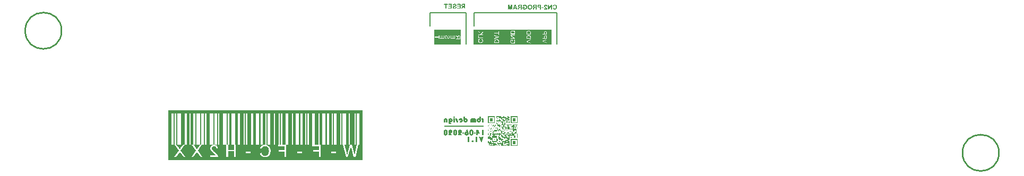
<source format=gbo>
G04*
G04 #@! TF.GenerationSoftware,Altium Limited,Altium Designer,20.0.9 (164)*
G04*
G04 Layer_Color=32896*
%FSLAX25Y25*%
%MOIN*%
G70*
G01*
G75*
%ADD10C,0.01000*%
%ADD15C,0.00800*%
G36*
X317616Y48551D02*
Y48505D01*
X317570D01*
Y48460D01*
Y48414D01*
Y48369D01*
Y48323D01*
Y48278D01*
Y48232D01*
Y48187D01*
Y48141D01*
Y48096D01*
Y48050D01*
Y48005D01*
Y47959D01*
X318252D01*
Y47914D01*
Y47868D01*
Y47823D01*
Y47777D01*
Y47732D01*
Y47686D01*
Y47641D01*
Y47596D01*
Y47550D01*
Y47504D01*
Y47459D01*
X317616D01*
Y47414D01*
X317570D01*
Y47368D01*
Y47323D01*
Y47277D01*
Y47232D01*
Y47186D01*
Y47141D01*
Y47095D01*
Y47050D01*
Y47004D01*
Y46959D01*
Y46913D01*
Y46868D01*
Y46822D01*
Y46777D01*
Y46731D01*
Y46686D01*
X317616D01*
Y46640D01*
X318252D01*
Y46595D01*
Y46549D01*
Y46504D01*
Y46459D01*
Y46413D01*
Y46367D01*
Y46322D01*
Y46277D01*
Y46231D01*
Y46186D01*
Y46140D01*
X317070D01*
Y46186D01*
Y46231D01*
Y46277D01*
Y46322D01*
Y46367D01*
Y46413D01*
Y46459D01*
Y46504D01*
Y46549D01*
Y46595D01*
Y46640D01*
Y46686D01*
Y46731D01*
Y46777D01*
X316297D01*
Y46731D01*
Y46686D01*
Y46640D01*
Y46595D01*
Y46549D01*
Y46504D01*
Y46459D01*
Y46413D01*
Y46367D01*
Y46322D01*
Y46277D01*
Y46231D01*
Y46186D01*
Y46140D01*
X315751D01*
Y46186D01*
Y46231D01*
Y46277D01*
Y46322D01*
Y46367D01*
Y46413D01*
Y46459D01*
Y46504D01*
Y46549D01*
Y46595D01*
Y46640D01*
Y46686D01*
Y46731D01*
Y46777D01*
Y46822D01*
Y46868D01*
Y46913D01*
Y46959D01*
Y47004D01*
Y47050D01*
Y47095D01*
Y47141D01*
Y47186D01*
Y47232D01*
Y47277D01*
Y47323D01*
Y47368D01*
Y47414D01*
Y47459D01*
X313704D01*
Y47414D01*
X313659D01*
Y47368D01*
Y47323D01*
Y47277D01*
Y47232D01*
Y47186D01*
Y47141D01*
Y47095D01*
Y47050D01*
Y47004D01*
Y46959D01*
Y46913D01*
Y46868D01*
X313704D01*
Y46822D01*
X313659D01*
Y46777D01*
X313159D01*
Y46822D01*
Y46868D01*
Y46913D01*
Y46959D01*
Y47004D01*
Y47050D01*
Y47095D01*
Y47141D01*
Y47186D01*
Y47232D01*
Y47277D01*
Y47323D01*
Y47368D01*
Y47414D01*
Y47459D01*
X311840D01*
Y47504D01*
Y47550D01*
Y47596D01*
Y47641D01*
Y47686D01*
Y47732D01*
Y47777D01*
Y47823D01*
Y47868D01*
Y47914D01*
Y47959D01*
Y48005D01*
Y48050D01*
Y48096D01*
X310430D01*
Y48050D01*
Y48005D01*
Y47959D01*
Y47914D01*
Y47868D01*
Y47823D01*
Y47777D01*
Y47732D01*
Y47686D01*
Y47641D01*
Y47596D01*
Y47550D01*
Y47504D01*
Y47459D01*
X309884D01*
Y47504D01*
Y47550D01*
Y47596D01*
Y47641D01*
Y47686D01*
Y47732D01*
Y47777D01*
Y47823D01*
Y47868D01*
Y47914D01*
Y47959D01*
Y48005D01*
Y48050D01*
Y48096D01*
Y48141D01*
Y48187D01*
Y48232D01*
Y48278D01*
Y48323D01*
Y48369D01*
Y48414D01*
Y48460D01*
Y48505D01*
Y48551D01*
Y48596D01*
X313022D01*
Y48551D01*
Y48505D01*
Y48460D01*
Y48414D01*
Y48369D01*
Y48323D01*
Y48278D01*
Y48232D01*
Y48187D01*
Y48141D01*
Y48096D01*
Y48050D01*
Y48005D01*
Y47959D01*
X314477D01*
Y48005D01*
Y48050D01*
Y48096D01*
Y48141D01*
Y48187D01*
Y48232D01*
Y48278D01*
Y48323D01*
Y48369D01*
Y48414D01*
Y48460D01*
Y48505D01*
X314432D01*
Y48551D01*
Y48596D01*
X314978D01*
Y48551D01*
Y48505D01*
Y48460D01*
Y48414D01*
Y48369D01*
Y48323D01*
Y48278D01*
Y48232D01*
Y48187D01*
Y48141D01*
Y48096D01*
Y48050D01*
Y48005D01*
Y47959D01*
X316297D01*
Y47914D01*
Y47868D01*
Y47823D01*
Y47777D01*
Y47732D01*
Y47686D01*
Y47641D01*
Y47596D01*
Y47550D01*
Y47504D01*
Y47459D01*
Y47414D01*
Y47368D01*
Y47323D01*
X317070D01*
Y47368D01*
Y47414D01*
Y47459D01*
Y47504D01*
Y47550D01*
Y47596D01*
Y47641D01*
Y47686D01*
Y47732D01*
Y47777D01*
Y47823D01*
Y47868D01*
Y47914D01*
Y47959D01*
Y48005D01*
Y48050D01*
Y48096D01*
Y48141D01*
Y48187D01*
Y48232D01*
Y48278D01*
Y48323D01*
Y48369D01*
Y48414D01*
Y48460D01*
Y48505D01*
Y48551D01*
Y48596D01*
X317616D01*
Y48551D01*
D02*
G37*
G36*
X311067Y47277D02*
Y47232D01*
Y47186D01*
Y47141D01*
Y47095D01*
Y47050D01*
Y47004D01*
Y46959D01*
Y46913D01*
Y46868D01*
Y46822D01*
Y46777D01*
X310566D01*
Y46822D01*
X310521D01*
Y46868D01*
Y46913D01*
X310566D01*
Y46959D01*
Y47004D01*
Y47050D01*
Y47095D01*
Y47141D01*
Y47186D01*
Y47232D01*
X310521D01*
Y47277D01*
Y47323D01*
X311067D01*
Y47277D01*
D02*
G37*
G36*
X314978Y46595D02*
Y46549D01*
Y46504D01*
Y46459D01*
Y46413D01*
Y46367D01*
Y46322D01*
Y46277D01*
Y46231D01*
Y46186D01*
Y46140D01*
Y46095D01*
Y46049D01*
Y46004D01*
X315660D01*
Y45958D01*
Y45913D01*
X315615D01*
Y45867D01*
Y45822D01*
Y45776D01*
Y45731D01*
Y45685D01*
Y45640D01*
Y45594D01*
X315660D01*
Y45549D01*
Y45503D01*
X314432D01*
Y45549D01*
Y45594D01*
X314477D01*
Y45640D01*
Y45685D01*
Y45731D01*
Y45776D01*
Y45822D01*
Y45867D01*
Y45913D01*
Y45958D01*
Y46004D01*
Y46049D01*
Y46095D01*
Y46140D01*
X313795D01*
Y46186D01*
Y46231D01*
Y46277D01*
Y46322D01*
Y46367D01*
Y46413D01*
Y46459D01*
Y46504D01*
Y46549D01*
Y46595D01*
Y46640D01*
X314978D01*
Y46595D01*
D02*
G37*
G36*
X312385D02*
Y46549D01*
Y46504D01*
Y46459D01*
Y46413D01*
Y46367D01*
Y46322D01*
Y46277D01*
Y46231D01*
Y46186D01*
Y46140D01*
Y46095D01*
Y46049D01*
Y46004D01*
X313022D01*
Y45958D01*
Y45913D01*
Y45867D01*
Y45822D01*
Y45776D01*
Y45731D01*
Y45685D01*
Y45640D01*
Y45594D01*
Y45549D01*
Y45503D01*
X309884D01*
Y45549D01*
Y45594D01*
Y45640D01*
Y45685D01*
Y45731D01*
Y45776D01*
Y45822D01*
Y45867D01*
Y45913D01*
Y45958D01*
Y46004D01*
X311840D01*
Y46049D01*
Y46095D01*
Y46140D01*
Y46186D01*
Y46231D01*
Y46277D01*
Y46322D01*
Y46367D01*
Y46413D01*
Y46459D01*
Y46504D01*
Y46549D01*
Y46595D01*
Y46640D01*
X312385D01*
Y46595D01*
D02*
G37*
G36*
X323483Y48551D02*
Y48505D01*
X323437D01*
Y48460D01*
Y48414D01*
Y48369D01*
Y48323D01*
Y48278D01*
Y48232D01*
Y48187D01*
Y48141D01*
Y48096D01*
Y48050D01*
Y48005D01*
Y47959D01*
Y47914D01*
Y47868D01*
Y47823D01*
Y47777D01*
Y47732D01*
Y47686D01*
Y47641D01*
Y47596D01*
Y47550D01*
Y47504D01*
Y47459D01*
Y47414D01*
Y47368D01*
Y47323D01*
Y47277D01*
Y47232D01*
Y47186D01*
Y47141D01*
Y47095D01*
Y47050D01*
Y47004D01*
Y46959D01*
Y46913D01*
Y46868D01*
Y46822D01*
Y46777D01*
Y46731D01*
Y46686D01*
Y46640D01*
Y46595D01*
Y46549D01*
Y46504D01*
Y46459D01*
Y46413D01*
Y46367D01*
Y46322D01*
Y46277D01*
Y46231D01*
Y46186D01*
Y46140D01*
Y46095D01*
Y46049D01*
Y46004D01*
Y45958D01*
Y45913D01*
Y45867D01*
Y45822D01*
Y45776D01*
Y45731D01*
Y45685D01*
Y45640D01*
Y45594D01*
Y45549D01*
Y45503D01*
Y45458D01*
Y45412D01*
Y45367D01*
Y45321D01*
Y45276D01*
Y45230D01*
Y45185D01*
Y45140D01*
Y45094D01*
Y45049D01*
Y45003D01*
Y44958D01*
Y44912D01*
Y44867D01*
Y44821D01*
Y44776D01*
Y44730D01*
Y44685D01*
Y44639D01*
Y44594D01*
Y44548D01*
Y44503D01*
Y44457D01*
Y44412D01*
Y44366D01*
Y44321D01*
X323483D01*
Y44275D01*
Y44230D01*
Y44184D01*
X319026D01*
Y44230D01*
Y44275D01*
Y44321D01*
Y44366D01*
Y44412D01*
Y44457D01*
Y44503D01*
Y44548D01*
Y44594D01*
Y44639D01*
Y44685D01*
Y44730D01*
Y44776D01*
Y44821D01*
Y44867D01*
Y44912D01*
Y44958D01*
Y45003D01*
Y45049D01*
Y45094D01*
Y45140D01*
Y45185D01*
Y45230D01*
Y45276D01*
Y45321D01*
Y45367D01*
Y45412D01*
Y45458D01*
Y45503D01*
Y45549D01*
Y45594D01*
Y45640D01*
Y45685D01*
Y45731D01*
Y45776D01*
Y45822D01*
Y45867D01*
Y45913D01*
Y45958D01*
Y46004D01*
Y46049D01*
Y46095D01*
Y46140D01*
Y46186D01*
Y46231D01*
Y46277D01*
Y46322D01*
Y46367D01*
Y46413D01*
Y46459D01*
Y46504D01*
Y46549D01*
Y46595D01*
Y46640D01*
Y46686D01*
Y46731D01*
Y46777D01*
Y46822D01*
Y46868D01*
Y46913D01*
Y46959D01*
Y47004D01*
Y47050D01*
Y47095D01*
Y47141D01*
Y47186D01*
Y47232D01*
Y47277D01*
Y47323D01*
Y47368D01*
Y47414D01*
Y47459D01*
Y47504D01*
Y47550D01*
Y47596D01*
Y47641D01*
Y47686D01*
Y47732D01*
Y47777D01*
Y47823D01*
Y47868D01*
Y47914D01*
Y47959D01*
Y48005D01*
Y48050D01*
Y48096D01*
Y48141D01*
Y48187D01*
Y48232D01*
Y48278D01*
Y48323D01*
Y48369D01*
Y48414D01*
Y48460D01*
Y48505D01*
Y48551D01*
Y48596D01*
X323483D01*
Y48551D01*
D02*
G37*
G36*
X318252Y45321D02*
Y45276D01*
Y45230D01*
Y45185D01*
Y45140D01*
Y45094D01*
Y45049D01*
Y45003D01*
Y44958D01*
Y44912D01*
Y44867D01*
Y44821D01*
Y44776D01*
Y44730D01*
Y44685D01*
Y44639D01*
Y44594D01*
Y44548D01*
Y44503D01*
Y44457D01*
Y44412D01*
Y44366D01*
Y44321D01*
Y44275D01*
Y44230D01*
Y44184D01*
X317707D01*
Y44230D01*
Y44275D01*
Y44321D01*
Y44366D01*
Y44412D01*
Y44457D01*
Y44503D01*
Y44548D01*
Y44594D01*
Y44639D01*
Y44685D01*
Y44730D01*
Y44776D01*
Y44821D01*
Y44867D01*
Y44912D01*
Y44958D01*
Y45003D01*
Y45049D01*
Y45094D01*
Y45140D01*
Y45185D01*
Y45230D01*
Y45276D01*
Y45321D01*
Y45367D01*
X318252D01*
Y45321D01*
D02*
G37*
G36*
X316933Y45958D02*
Y45913D01*
Y45867D01*
Y45822D01*
Y45776D01*
Y45731D01*
Y45685D01*
Y45640D01*
Y45594D01*
Y45549D01*
Y45503D01*
Y45458D01*
Y45412D01*
Y45367D01*
Y45321D01*
Y45276D01*
Y45230D01*
Y45185D01*
Y45140D01*
Y45094D01*
Y45049D01*
Y45003D01*
Y44958D01*
Y44912D01*
Y44867D01*
Y44821D01*
Y44776D01*
Y44730D01*
Y44685D01*
Y44639D01*
Y44594D01*
Y44548D01*
Y44503D01*
Y44457D01*
Y44412D01*
Y44366D01*
Y44321D01*
Y44275D01*
Y44230D01*
Y44184D01*
X316388D01*
Y44230D01*
Y44275D01*
X316433D01*
Y44321D01*
Y44366D01*
Y44412D01*
Y44457D01*
Y44503D01*
Y44548D01*
Y44594D01*
Y44639D01*
Y44685D01*
Y44730D01*
Y44776D01*
Y44821D01*
Y44867D01*
Y44912D01*
Y44958D01*
Y45003D01*
Y45049D01*
Y45094D01*
Y45140D01*
Y45185D01*
Y45230D01*
Y45276D01*
Y45321D01*
Y45367D01*
Y45412D01*
Y45458D01*
Y45503D01*
Y45549D01*
Y45594D01*
Y45640D01*
Y45685D01*
Y45731D01*
Y45776D01*
Y45822D01*
Y45867D01*
Y45913D01*
X316388D01*
Y45958D01*
Y46004D01*
X316933D01*
Y45958D01*
D02*
G37*
G36*
X313022Y44639D02*
Y44594D01*
Y44548D01*
Y44503D01*
Y44457D01*
Y44412D01*
Y44366D01*
Y44321D01*
Y44275D01*
Y44230D01*
Y44184D01*
X312476D01*
Y44230D01*
Y44275D01*
X312522D01*
Y44321D01*
Y44366D01*
Y44412D01*
Y44457D01*
Y44503D01*
Y44548D01*
Y44594D01*
X312476D01*
Y44639D01*
Y44685D01*
X313022D01*
Y44639D01*
D02*
G37*
G36*
X311749D02*
X311703D01*
Y44594D01*
Y44548D01*
Y44503D01*
Y44457D01*
Y44412D01*
Y44366D01*
Y44321D01*
Y44275D01*
X311749D01*
Y44230D01*
Y44184D01*
X311203D01*
Y44230D01*
Y44275D01*
Y44321D01*
Y44366D01*
Y44412D01*
Y44457D01*
Y44503D01*
Y44548D01*
Y44594D01*
Y44639D01*
Y44685D01*
X311749D01*
Y44639D01*
D02*
G37*
G36*
X309111Y48551D02*
Y48505D01*
Y48460D01*
Y48414D01*
Y48369D01*
Y48323D01*
Y48278D01*
Y48232D01*
Y48187D01*
Y48141D01*
Y48096D01*
Y48050D01*
Y48005D01*
Y47959D01*
Y47914D01*
Y47868D01*
Y47823D01*
Y47777D01*
Y47732D01*
Y47686D01*
Y47641D01*
Y47596D01*
Y47550D01*
Y47504D01*
Y47459D01*
Y47414D01*
Y47368D01*
Y47323D01*
Y47277D01*
Y47232D01*
Y47186D01*
Y47141D01*
Y47095D01*
Y47050D01*
Y47004D01*
Y46959D01*
Y46913D01*
Y46868D01*
Y46822D01*
Y46777D01*
Y46731D01*
Y46686D01*
Y46640D01*
Y46595D01*
Y46549D01*
Y46504D01*
Y46459D01*
Y46413D01*
Y46367D01*
Y46322D01*
Y46277D01*
Y46231D01*
Y46186D01*
Y46140D01*
Y46095D01*
Y46049D01*
Y46004D01*
Y45958D01*
Y45913D01*
Y45867D01*
Y45822D01*
Y45776D01*
Y45731D01*
Y45685D01*
Y45640D01*
Y45594D01*
Y45549D01*
Y45503D01*
Y45458D01*
Y45412D01*
Y45367D01*
Y45321D01*
Y45276D01*
Y45230D01*
Y45185D01*
Y45140D01*
Y45094D01*
Y45049D01*
Y45003D01*
Y44958D01*
Y44912D01*
Y44867D01*
Y44821D01*
Y44776D01*
Y44730D01*
Y44685D01*
Y44639D01*
Y44594D01*
Y44548D01*
Y44503D01*
Y44457D01*
Y44412D01*
Y44366D01*
Y44321D01*
Y44275D01*
Y44230D01*
Y44184D01*
X304654D01*
Y44230D01*
Y44275D01*
Y44321D01*
X304699D01*
Y44366D01*
Y44412D01*
Y44457D01*
Y44503D01*
Y44548D01*
Y44594D01*
Y44639D01*
Y44685D01*
Y44730D01*
Y44776D01*
Y44821D01*
Y44867D01*
Y44912D01*
Y44958D01*
Y45003D01*
Y45049D01*
Y45094D01*
Y45140D01*
Y45185D01*
Y45230D01*
Y45276D01*
Y45321D01*
Y45367D01*
Y45412D01*
Y45458D01*
Y45503D01*
Y45549D01*
Y45594D01*
Y45640D01*
Y45685D01*
Y45731D01*
Y45776D01*
Y45822D01*
Y45867D01*
Y45913D01*
Y45958D01*
Y46004D01*
Y46049D01*
Y46095D01*
Y46140D01*
Y46186D01*
Y46231D01*
Y46277D01*
Y46322D01*
Y46367D01*
Y46413D01*
Y46459D01*
Y46504D01*
Y46549D01*
Y46595D01*
Y46640D01*
Y46686D01*
Y46731D01*
Y46777D01*
Y46822D01*
Y46868D01*
Y46913D01*
Y46959D01*
Y47004D01*
Y47050D01*
Y47095D01*
Y47141D01*
Y47186D01*
Y47232D01*
Y47277D01*
Y47323D01*
Y47368D01*
Y47414D01*
Y47459D01*
Y47504D01*
Y47550D01*
Y47596D01*
Y47641D01*
Y47686D01*
Y47732D01*
Y47777D01*
Y47823D01*
Y47868D01*
Y47914D01*
Y47959D01*
Y48005D01*
Y48050D01*
Y48096D01*
Y48141D01*
Y48187D01*
Y48232D01*
Y48278D01*
Y48323D01*
Y48369D01*
Y48414D01*
Y48460D01*
Y48505D01*
X304654D01*
Y48551D01*
Y48596D01*
X309111D01*
Y48551D01*
D02*
G37*
G36*
X307155Y43366D02*
Y43320D01*
Y43275D01*
Y43229D01*
Y43184D01*
Y43138D01*
Y43093D01*
Y43047D01*
Y43002D01*
Y42957D01*
Y42911D01*
Y42866D01*
X306610D01*
Y42911D01*
Y42957D01*
Y43002D01*
X306655D01*
Y43047D01*
Y43093D01*
Y43138D01*
Y43184D01*
Y43229D01*
Y43275D01*
X306610D01*
Y43320D01*
Y43366D01*
Y43411D01*
X307155D01*
Y43366D01*
D02*
G37*
G36*
X305836D02*
X305882D01*
Y43320D01*
X305836D01*
Y43275D01*
Y43229D01*
Y43184D01*
Y43138D01*
Y43093D01*
Y43047D01*
Y43002D01*
Y42957D01*
X305882D01*
Y42911D01*
X305836D01*
Y42866D01*
X305336D01*
Y42911D01*
Y42957D01*
Y43002D01*
Y43047D01*
Y43093D01*
Y43138D01*
Y43184D01*
Y43229D01*
Y43275D01*
Y43320D01*
Y43366D01*
Y43411D01*
X305836D01*
Y43366D01*
D02*
G37*
G36*
X309748D02*
X309793D01*
Y43320D01*
X309748D01*
Y43275D01*
Y43229D01*
Y43184D01*
Y43138D01*
Y43093D01*
Y43047D01*
Y43002D01*
Y42957D01*
Y42911D01*
Y42866D01*
Y42820D01*
Y42775D01*
Y42729D01*
Y42684D01*
Y42638D01*
Y42593D01*
Y42547D01*
Y42502D01*
Y42456D01*
Y42411D01*
Y42365D01*
Y42320D01*
X309793D01*
Y42274D01*
Y42229D01*
X309111D01*
Y42183D01*
Y42138D01*
Y42092D01*
Y42047D01*
Y42001D01*
Y41956D01*
Y41910D01*
Y41865D01*
Y41820D01*
Y41774D01*
Y41728D01*
Y41683D01*
Y41638D01*
Y41592D01*
X308565D01*
Y41638D01*
Y41683D01*
X308611D01*
Y41728D01*
Y41774D01*
Y41820D01*
Y41865D01*
Y41910D01*
Y41956D01*
Y42001D01*
Y42047D01*
Y42092D01*
Y42138D01*
Y42183D01*
Y42229D01*
X307292D01*
Y42274D01*
Y42320D01*
Y42365D01*
Y42411D01*
Y42456D01*
Y42502D01*
Y42547D01*
Y42593D01*
Y42638D01*
Y42684D01*
Y42729D01*
X307928D01*
Y42775D01*
Y42820D01*
Y42866D01*
Y42911D01*
Y42957D01*
Y43002D01*
Y43047D01*
Y43093D01*
Y43138D01*
Y43184D01*
Y43229D01*
Y43275D01*
Y43320D01*
Y43366D01*
Y43411D01*
X308474D01*
Y43366D01*
Y43320D01*
Y43275D01*
Y43229D01*
Y43184D01*
Y43138D01*
Y43093D01*
Y43047D01*
Y43002D01*
Y42957D01*
Y42911D01*
Y42866D01*
Y42820D01*
Y42775D01*
Y42729D01*
X309247D01*
Y42775D01*
Y42820D01*
Y42866D01*
Y42911D01*
Y42957D01*
Y43002D01*
Y43047D01*
Y43093D01*
Y43138D01*
Y43184D01*
Y43229D01*
Y43275D01*
Y43320D01*
Y43366D01*
Y43411D01*
X309748D01*
Y43366D01*
D02*
G37*
G36*
X305200Y42684D02*
Y42638D01*
Y42593D01*
Y42547D01*
Y42502D01*
Y42456D01*
Y42411D01*
Y42365D01*
Y42320D01*
Y42274D01*
Y42229D01*
X304654D01*
Y42274D01*
Y42320D01*
X304699D01*
Y42365D01*
Y42411D01*
Y42456D01*
Y42502D01*
Y42547D01*
Y42593D01*
Y42638D01*
X304654D01*
Y42684D01*
Y42729D01*
X305200D01*
Y42684D01*
D02*
G37*
G36*
X310430Y44639D02*
Y44594D01*
Y44548D01*
Y44503D01*
Y44457D01*
Y44412D01*
Y44366D01*
Y44321D01*
Y44275D01*
Y44230D01*
Y44184D01*
Y44139D01*
Y44093D01*
Y44048D01*
X311067D01*
Y44003D01*
Y43957D01*
Y43912D01*
Y43866D01*
Y43821D01*
Y43775D01*
Y43730D01*
Y43684D01*
Y43639D01*
Y43593D01*
Y43548D01*
Y43502D01*
Y43457D01*
Y43411D01*
X312385D01*
Y43366D01*
Y43320D01*
Y43275D01*
Y43229D01*
Y43184D01*
Y43138D01*
Y43093D01*
Y43047D01*
Y43002D01*
Y42957D01*
Y42911D01*
Y42866D01*
Y42820D01*
Y42775D01*
Y42729D01*
X313022D01*
Y42684D01*
Y42638D01*
Y42593D01*
Y42547D01*
Y42502D01*
Y42456D01*
Y42411D01*
Y42365D01*
Y42320D01*
Y42274D01*
Y42229D01*
X312385D01*
Y42183D01*
Y42138D01*
Y42092D01*
Y42047D01*
Y42001D01*
Y41956D01*
Y41910D01*
Y41865D01*
Y41820D01*
Y41774D01*
Y41728D01*
Y41683D01*
Y41638D01*
Y41592D01*
X311840D01*
Y41638D01*
Y41683D01*
Y41728D01*
Y41774D01*
Y41820D01*
Y41865D01*
Y41910D01*
Y41956D01*
Y42001D01*
Y42047D01*
Y42092D01*
Y42138D01*
Y42183D01*
Y42229D01*
X310521D01*
Y42274D01*
Y42320D01*
X310566D01*
Y42365D01*
Y42411D01*
Y42456D01*
Y42502D01*
Y42547D01*
Y42593D01*
Y42638D01*
Y42684D01*
Y42729D01*
Y42775D01*
Y42820D01*
Y42866D01*
Y42911D01*
Y42957D01*
Y43002D01*
Y43047D01*
Y43093D01*
Y43138D01*
Y43184D01*
Y43229D01*
Y43275D01*
Y43320D01*
Y43366D01*
Y43411D01*
Y43457D01*
Y43502D01*
X310521D01*
Y43548D01*
X309884D01*
Y43593D01*
Y43639D01*
Y43684D01*
Y43730D01*
Y43775D01*
Y43821D01*
Y43866D01*
Y43912D01*
Y43957D01*
Y44003D01*
Y44048D01*
Y44093D01*
Y44139D01*
Y44184D01*
Y44230D01*
Y44275D01*
Y44321D01*
Y44366D01*
Y44412D01*
Y44457D01*
Y44503D01*
Y44548D01*
Y44594D01*
Y44639D01*
Y44685D01*
X310430D01*
Y44639D01*
D02*
G37*
G36*
X323483Y41410D02*
Y41365D01*
Y41319D01*
X323437D01*
Y41274D01*
Y41228D01*
Y41183D01*
Y41137D01*
Y41092D01*
Y41046D01*
X323483D01*
Y41001D01*
Y40955D01*
Y40910D01*
X322937D01*
Y40955D01*
Y41001D01*
Y41046D01*
Y41092D01*
Y41137D01*
Y41183D01*
Y41228D01*
Y41274D01*
Y41319D01*
Y41365D01*
Y41410D01*
Y41456D01*
X323483D01*
Y41410D01*
D02*
G37*
G36*
X313022D02*
Y41365D01*
Y41319D01*
Y41274D01*
Y41228D01*
Y41183D01*
Y41137D01*
Y41092D01*
Y41046D01*
Y41001D01*
Y40955D01*
Y40910D01*
X312476D01*
Y40955D01*
Y41001D01*
X312522D01*
Y41046D01*
Y41092D01*
Y41137D01*
Y41183D01*
Y41228D01*
Y41274D01*
Y41319D01*
Y41365D01*
X312476D01*
Y41410D01*
Y41456D01*
X313022D01*
Y41410D01*
D02*
G37*
G36*
X308474D02*
Y41365D01*
Y41319D01*
Y41274D01*
Y41228D01*
Y41183D01*
Y41137D01*
Y41092D01*
Y41046D01*
Y41001D01*
Y40955D01*
Y40910D01*
X307928D01*
Y40955D01*
Y41001D01*
Y41046D01*
Y41092D01*
Y41137D01*
Y41183D01*
Y41228D01*
Y41274D01*
Y41319D01*
Y41365D01*
Y41410D01*
Y41456D01*
X308474D01*
Y41410D01*
D02*
G37*
G36*
X305836D02*
X305882D01*
Y41365D01*
X305836D01*
Y41319D01*
Y41274D01*
Y41228D01*
Y41183D01*
Y41137D01*
Y41092D01*
Y41046D01*
Y41001D01*
X305882D01*
Y40955D01*
X305836D01*
Y40910D01*
X305336D01*
Y40955D01*
Y41001D01*
Y41046D01*
Y41092D01*
Y41137D01*
Y41183D01*
Y41228D01*
Y41274D01*
Y41319D01*
Y41365D01*
Y41410D01*
Y41456D01*
X305836D01*
Y41410D01*
D02*
G37*
G36*
X307155D02*
Y41365D01*
Y41319D01*
Y41274D01*
Y41228D01*
Y41183D01*
Y41137D01*
Y41092D01*
Y41046D01*
Y41001D01*
Y40955D01*
Y40910D01*
Y40864D01*
Y40819D01*
Y40773D01*
Y40728D01*
Y40683D01*
Y40637D01*
Y40591D01*
Y40546D01*
Y40501D01*
Y40455D01*
Y40410D01*
Y40364D01*
Y40319D01*
Y40273D01*
X305973D01*
Y40319D01*
Y40364D01*
Y40410D01*
Y40455D01*
Y40501D01*
Y40546D01*
Y40591D01*
Y40637D01*
Y40683D01*
Y40728D01*
Y40773D01*
X306610D01*
Y40819D01*
X306655D01*
Y40864D01*
Y40910D01*
Y40955D01*
Y41001D01*
Y41046D01*
Y41092D01*
Y41137D01*
Y41183D01*
Y41228D01*
Y41274D01*
Y41319D01*
X306610D01*
Y41365D01*
Y41410D01*
Y41456D01*
X307155D01*
Y41410D01*
D02*
G37*
G36*
X316933Y40091D02*
Y40046D01*
Y40000D01*
Y39955D01*
Y39909D01*
Y39864D01*
Y39818D01*
Y39773D01*
Y39727D01*
Y39682D01*
Y39636D01*
X316388D01*
Y39682D01*
Y39727D01*
X316433D01*
Y39773D01*
Y39818D01*
Y39864D01*
Y39909D01*
Y39955D01*
Y40000D01*
Y40046D01*
X316388D01*
Y40091D01*
Y40137D01*
X316933D01*
Y40091D01*
D02*
G37*
G36*
X315660D02*
Y40046D01*
X315615D01*
Y40000D01*
Y39955D01*
Y39909D01*
Y39864D01*
Y39818D01*
Y39773D01*
Y39727D01*
X315660D01*
Y39682D01*
Y39636D01*
X315114D01*
Y39682D01*
Y39727D01*
Y39773D01*
Y39818D01*
Y39864D01*
Y39909D01*
Y39955D01*
Y40000D01*
Y40046D01*
Y40091D01*
Y40137D01*
X315660D01*
Y40091D01*
D02*
G37*
G36*
X307837D02*
Y40046D01*
X307792D01*
Y40000D01*
Y39955D01*
Y39909D01*
Y39864D01*
Y39818D01*
Y39773D01*
Y39727D01*
Y39682D01*
X307837D01*
Y39636D01*
X307292D01*
Y39682D01*
Y39727D01*
Y39773D01*
Y39818D01*
Y39864D01*
Y39909D01*
Y39955D01*
Y40000D01*
Y40046D01*
Y40091D01*
Y40137D01*
X307837D01*
Y40091D01*
D02*
G37*
G36*
X305200D02*
Y40046D01*
Y40000D01*
Y39955D01*
Y39909D01*
Y39864D01*
Y39818D01*
Y39773D01*
Y39727D01*
Y39682D01*
Y39636D01*
X304654D01*
Y39682D01*
Y39727D01*
X304699D01*
Y39773D01*
Y39818D01*
Y39864D01*
Y39909D01*
Y39955D01*
Y40000D01*
Y40046D01*
X304654D01*
Y40091D01*
Y40137D01*
X305200D01*
Y40091D01*
D02*
G37*
G36*
X319571Y39454D02*
Y39409D01*
Y39364D01*
X319526D01*
Y39318D01*
Y39273D01*
Y39227D01*
Y39182D01*
Y39136D01*
Y39091D01*
X319571D01*
Y39045D01*
Y39000D01*
Y38954D01*
X318389D01*
Y39000D01*
X318343D01*
Y39045D01*
X318389D01*
Y39091D01*
Y39136D01*
Y39182D01*
Y39227D01*
Y39273D01*
Y39318D01*
Y39364D01*
Y39409D01*
X318343D01*
Y39454D01*
X318389D01*
Y39500D01*
X319571D01*
Y39454D01*
D02*
G37*
G36*
X307155D02*
Y39409D01*
Y39364D01*
Y39318D01*
Y39273D01*
Y39227D01*
Y39182D01*
Y39136D01*
Y39091D01*
Y39045D01*
Y39000D01*
Y38954D01*
X305973D01*
Y39000D01*
Y39045D01*
Y39091D01*
Y39136D01*
Y39182D01*
Y39227D01*
Y39273D01*
Y39318D01*
Y39364D01*
Y39409D01*
Y39454D01*
Y39500D01*
X307155D01*
Y39454D01*
D02*
G37*
G36*
X305882Y38772D02*
X305836D01*
Y38727D01*
Y38681D01*
Y38636D01*
Y38590D01*
Y38545D01*
Y38500D01*
Y38454D01*
Y38408D01*
X305882D01*
Y38363D01*
Y38317D01*
X305336D01*
Y38363D01*
Y38408D01*
Y38454D01*
Y38500D01*
Y38545D01*
Y38590D01*
Y38636D01*
Y38681D01*
Y38727D01*
Y38772D01*
Y38818D01*
X305882D01*
Y38772D01*
D02*
G37*
G36*
X317616D02*
Y38727D01*
X317570D01*
Y38681D01*
Y38636D01*
Y38590D01*
Y38545D01*
Y38500D01*
Y38454D01*
Y38408D01*
Y38363D01*
Y38317D01*
Y38272D01*
Y38227D01*
Y38181D01*
X318252D01*
Y38136D01*
Y38090D01*
Y38045D01*
Y37999D01*
Y37954D01*
Y37908D01*
Y37863D01*
Y37817D01*
Y37772D01*
Y37726D01*
Y37681D01*
X317070D01*
Y37726D01*
Y37772D01*
Y37817D01*
Y37863D01*
Y37908D01*
Y37954D01*
Y37999D01*
Y38045D01*
Y38090D01*
Y38136D01*
Y38181D01*
Y38227D01*
Y38272D01*
Y38317D01*
Y38363D01*
Y38408D01*
Y38454D01*
Y38500D01*
Y38545D01*
Y38590D01*
Y38636D01*
Y38681D01*
Y38727D01*
Y38772D01*
Y38818D01*
X317616D01*
Y38772D01*
D02*
G37*
G36*
X314341Y45321D02*
Y45276D01*
Y45230D01*
Y45185D01*
Y45140D01*
Y45094D01*
Y45049D01*
Y45003D01*
Y44958D01*
Y44912D01*
Y44867D01*
Y44821D01*
Y44776D01*
Y44730D01*
Y44685D01*
Y44639D01*
Y44594D01*
Y44548D01*
Y44503D01*
Y44457D01*
Y44412D01*
Y44366D01*
Y44321D01*
Y44275D01*
Y44230D01*
Y44184D01*
Y44139D01*
Y44093D01*
Y44048D01*
Y44003D01*
Y43957D01*
Y43912D01*
Y43866D01*
Y43821D01*
Y43775D01*
Y43730D01*
Y43684D01*
Y43639D01*
Y43593D01*
Y43548D01*
Y43502D01*
Y43457D01*
Y43411D01*
X315114D01*
Y43457D01*
Y43502D01*
Y43548D01*
Y43593D01*
Y43639D01*
Y43684D01*
Y43730D01*
Y43775D01*
Y43821D01*
Y43866D01*
Y43912D01*
Y43957D01*
Y44003D01*
Y44048D01*
Y44093D01*
Y44139D01*
Y44184D01*
Y44230D01*
Y44275D01*
Y44321D01*
Y44366D01*
Y44412D01*
Y44457D01*
Y44503D01*
Y44548D01*
Y44594D01*
Y44639D01*
Y44685D01*
X315660D01*
Y44639D01*
Y44594D01*
X315615D01*
Y44548D01*
Y44503D01*
Y44457D01*
Y44412D01*
Y44366D01*
Y44321D01*
Y44275D01*
Y44230D01*
Y44184D01*
Y44139D01*
Y44093D01*
Y44048D01*
Y44003D01*
Y43957D01*
Y43912D01*
Y43866D01*
Y43821D01*
Y43775D01*
Y43730D01*
Y43684D01*
Y43639D01*
Y43593D01*
Y43548D01*
Y43502D01*
Y43457D01*
Y43411D01*
Y43366D01*
Y43320D01*
Y43275D01*
Y43229D01*
Y43184D01*
Y43138D01*
Y43093D01*
Y43047D01*
Y43002D01*
Y42957D01*
X315660D01*
Y42911D01*
X315615D01*
Y42866D01*
X314978D01*
Y42820D01*
Y42775D01*
Y42729D01*
Y42684D01*
Y42638D01*
Y42593D01*
Y42547D01*
Y42502D01*
Y42456D01*
Y42411D01*
Y42365D01*
Y42320D01*
Y42274D01*
Y42229D01*
Y42183D01*
Y42138D01*
Y42092D01*
X316297D01*
Y42047D01*
Y42001D01*
Y41956D01*
Y41910D01*
Y41865D01*
Y41820D01*
Y41774D01*
Y41728D01*
Y41683D01*
Y41638D01*
Y41592D01*
Y41547D01*
Y41501D01*
Y41456D01*
X317070D01*
Y41501D01*
Y41547D01*
Y41592D01*
Y41638D01*
Y41683D01*
Y41728D01*
Y41774D01*
Y41820D01*
Y41865D01*
Y41910D01*
Y41956D01*
Y42001D01*
Y42047D01*
Y42092D01*
Y42138D01*
Y42183D01*
Y42229D01*
Y42274D01*
Y42320D01*
Y42365D01*
Y42411D01*
Y42456D01*
Y42502D01*
Y42547D01*
Y42593D01*
Y42638D01*
Y42684D01*
Y42729D01*
Y42775D01*
Y42820D01*
Y42866D01*
X316433D01*
Y42911D01*
X316388D01*
Y42957D01*
X316433D01*
Y43002D01*
Y43047D01*
Y43093D01*
Y43138D01*
Y43184D01*
Y43229D01*
Y43275D01*
Y43320D01*
X316388D01*
Y43366D01*
X316433D01*
Y43411D01*
X319571D01*
Y43366D01*
Y43320D01*
Y43275D01*
X319526D01*
Y43229D01*
Y43184D01*
Y43138D01*
Y43093D01*
Y43047D01*
Y43002D01*
X319571D01*
Y42957D01*
Y42911D01*
Y42866D01*
X317570D01*
Y42820D01*
Y42775D01*
Y42729D01*
Y42684D01*
Y42638D01*
Y42593D01*
Y42547D01*
Y42502D01*
Y42456D01*
Y42411D01*
Y42365D01*
Y42320D01*
Y42274D01*
Y42229D01*
Y42183D01*
Y42138D01*
Y42092D01*
X318252D01*
Y42047D01*
Y42001D01*
Y41956D01*
Y41910D01*
Y41865D01*
Y41820D01*
Y41774D01*
Y41728D01*
Y41683D01*
Y41638D01*
Y41592D01*
Y41547D01*
Y41501D01*
Y41456D01*
Y41410D01*
Y41365D01*
Y41319D01*
Y41274D01*
Y41228D01*
Y41183D01*
Y41137D01*
Y41092D01*
Y41046D01*
Y41001D01*
Y40955D01*
Y40910D01*
Y40864D01*
Y40819D01*
Y40773D01*
X320299D01*
Y40819D01*
X320344D01*
Y40864D01*
Y40910D01*
Y40955D01*
Y41001D01*
Y41046D01*
Y41092D01*
Y41137D01*
Y41183D01*
Y41228D01*
Y41274D01*
Y41319D01*
Y41365D01*
Y41410D01*
Y41456D01*
Y41501D01*
Y41547D01*
X320299D01*
Y41592D01*
X319026D01*
Y41638D01*
Y41683D01*
Y41728D01*
Y41774D01*
Y41820D01*
Y41865D01*
Y41910D01*
Y41956D01*
Y42001D01*
Y42047D01*
Y42092D01*
X319662D01*
Y42138D01*
Y42183D01*
Y42229D01*
Y42274D01*
Y42320D01*
Y42365D01*
Y42411D01*
Y42456D01*
Y42502D01*
Y42547D01*
Y42593D01*
Y42638D01*
Y42684D01*
Y42729D01*
X320299D01*
Y42775D01*
X320344D01*
Y42820D01*
Y42866D01*
Y42911D01*
Y42957D01*
Y43002D01*
Y43047D01*
Y43093D01*
Y43138D01*
Y43184D01*
Y43229D01*
Y43275D01*
Y43320D01*
Y43366D01*
Y43411D01*
X323483D01*
Y43366D01*
Y43320D01*
Y43275D01*
X323437D01*
Y43229D01*
Y43184D01*
Y43138D01*
Y43093D01*
Y43047D01*
Y43002D01*
X323483D01*
Y42957D01*
Y42911D01*
Y42866D01*
X322800D01*
Y42820D01*
Y42775D01*
Y42729D01*
Y42684D01*
Y42638D01*
Y42593D01*
Y42547D01*
Y42502D01*
Y42456D01*
Y42411D01*
Y42365D01*
Y42320D01*
Y42274D01*
Y42229D01*
Y42183D01*
Y42138D01*
Y42092D01*
Y42047D01*
Y42001D01*
Y41956D01*
Y41910D01*
Y41865D01*
Y41820D01*
Y41774D01*
Y41728D01*
Y41683D01*
Y41638D01*
Y41592D01*
X322164D01*
Y41547D01*
Y41501D01*
Y41456D01*
Y41410D01*
Y41365D01*
Y41319D01*
Y41274D01*
Y41228D01*
Y41183D01*
Y41137D01*
Y41092D01*
Y41046D01*
Y41001D01*
Y40955D01*
Y40910D01*
Y40864D01*
Y40819D01*
Y40773D01*
X322800D01*
Y40728D01*
Y40683D01*
Y40637D01*
Y40591D01*
Y40546D01*
Y40501D01*
Y40455D01*
Y40410D01*
Y40364D01*
Y40319D01*
Y40273D01*
Y40228D01*
Y40182D01*
Y40137D01*
Y40091D01*
Y40046D01*
Y40000D01*
Y39955D01*
Y39909D01*
Y39864D01*
Y39818D01*
Y39773D01*
Y39727D01*
Y39682D01*
Y39636D01*
Y39591D01*
Y39546D01*
Y39500D01*
Y39454D01*
Y39409D01*
Y39364D01*
Y39318D01*
Y39273D01*
Y39227D01*
Y39182D01*
Y39136D01*
Y39091D01*
Y39045D01*
Y39000D01*
Y38954D01*
Y38909D01*
Y38863D01*
Y38818D01*
Y38772D01*
Y38727D01*
Y38681D01*
Y38636D01*
Y38590D01*
Y38545D01*
Y38500D01*
Y38454D01*
Y38408D01*
Y38363D01*
Y38317D01*
Y38272D01*
Y38227D01*
Y38181D01*
Y38136D01*
Y38090D01*
Y38045D01*
Y37999D01*
Y37954D01*
Y37908D01*
Y37863D01*
Y37817D01*
Y37772D01*
Y37726D01*
Y37681D01*
X321527D01*
Y37635D01*
X321481D01*
Y37590D01*
Y37544D01*
Y37499D01*
Y37453D01*
Y37408D01*
Y37362D01*
Y37317D01*
Y37271D01*
Y37226D01*
Y37181D01*
Y37135D01*
Y37090D01*
Y37044D01*
Y36999D01*
Y36953D01*
Y36908D01*
Y36862D01*
Y36817D01*
Y36771D01*
Y36726D01*
Y36680D01*
Y36635D01*
Y36589D01*
Y36544D01*
Y36498D01*
Y36453D01*
Y36407D01*
Y36362D01*
Y36316D01*
Y36271D01*
Y36225D01*
X322164D01*
Y36180D01*
Y36134D01*
Y36089D01*
Y36044D01*
Y35998D01*
Y35953D01*
Y35907D01*
Y35862D01*
Y35816D01*
Y35771D01*
Y35725D01*
Y35680D01*
Y35634D01*
Y35589D01*
Y35543D01*
Y35498D01*
Y35452D01*
Y35407D01*
Y35361D01*
Y35316D01*
Y35270D01*
Y35225D01*
Y35179D01*
Y35134D01*
Y35088D01*
Y35043D01*
X320981D01*
Y35088D01*
Y35134D01*
Y35179D01*
Y35225D01*
Y35270D01*
Y35316D01*
Y35361D01*
Y35407D01*
Y35452D01*
Y35498D01*
Y35543D01*
Y35589D01*
Y35634D01*
Y35680D01*
Y35725D01*
Y35771D01*
Y35816D01*
Y35862D01*
Y35907D01*
Y35953D01*
Y35998D01*
Y36044D01*
Y36089D01*
Y36134D01*
Y36180D01*
Y36225D01*
Y36271D01*
Y36316D01*
Y36362D01*
X318252D01*
Y36316D01*
Y36271D01*
Y36225D01*
Y36180D01*
Y36134D01*
Y36089D01*
Y36044D01*
Y35998D01*
Y35953D01*
Y35907D01*
Y35862D01*
Y35816D01*
Y35771D01*
Y35725D01*
Y35680D01*
Y35634D01*
Y35589D01*
Y35543D01*
Y35498D01*
Y35452D01*
Y35407D01*
Y35361D01*
Y35316D01*
Y35270D01*
Y35225D01*
Y35179D01*
Y35134D01*
Y35088D01*
Y35043D01*
Y34997D01*
Y34952D01*
Y34907D01*
Y34861D01*
Y34815D01*
Y34770D01*
Y34725D01*
Y34679D01*
Y34634D01*
Y34588D01*
Y34543D01*
Y34497D01*
Y34452D01*
Y34406D01*
Y34361D01*
Y34315D01*
Y34270D01*
Y34224D01*
Y34179D01*
Y34133D01*
Y34088D01*
Y34042D01*
Y33997D01*
Y33951D01*
Y33906D01*
Y33860D01*
Y33815D01*
Y33770D01*
X317616D01*
Y33724D01*
X317570D01*
Y33679D01*
Y33633D01*
Y33588D01*
Y33542D01*
Y33497D01*
Y33451D01*
Y33406D01*
Y33360D01*
Y33315D01*
Y33269D01*
Y33224D01*
Y33178D01*
Y33133D01*
Y33087D01*
Y33042D01*
Y32996D01*
X317616D01*
Y32951D01*
X318252D01*
Y32905D01*
Y32860D01*
Y32814D01*
Y32769D01*
Y32724D01*
Y32678D01*
Y32632D01*
Y32587D01*
Y32542D01*
Y32496D01*
Y32451D01*
Y32405D01*
Y32360D01*
Y32314D01*
Y32269D01*
Y32223D01*
Y32178D01*
Y32132D01*
Y32087D01*
Y32041D01*
Y31996D01*
Y31950D01*
Y31905D01*
Y31859D01*
Y31814D01*
Y31768D01*
Y31723D01*
Y31677D01*
Y31632D01*
Y31587D01*
Y31541D01*
Y31495D01*
Y31450D01*
Y31405D01*
Y31359D01*
Y31314D01*
Y31268D01*
Y31223D01*
Y31177D01*
Y31132D01*
Y31086D01*
Y31041D01*
Y30995D01*
Y30950D01*
Y30904D01*
Y30859D01*
Y30813D01*
Y30768D01*
Y30722D01*
Y30677D01*
Y30631D01*
Y30586D01*
Y30540D01*
Y30495D01*
Y30450D01*
Y30404D01*
Y30358D01*
Y30313D01*
Y30268D01*
Y30222D01*
Y30177D01*
Y30131D01*
Y30086D01*
Y30040D01*
Y29995D01*
Y29949D01*
Y29904D01*
Y29858D01*
X317070D01*
Y29904D01*
Y29949D01*
Y29995D01*
Y30040D01*
Y30086D01*
Y30131D01*
Y30177D01*
Y30222D01*
Y30268D01*
Y30313D01*
Y30358D01*
Y30404D01*
Y30450D01*
Y30495D01*
X316388D01*
Y30540D01*
Y30586D01*
X316433D01*
Y30631D01*
Y30677D01*
Y30722D01*
Y30768D01*
Y30813D01*
Y30859D01*
Y30904D01*
X316388D01*
Y30950D01*
Y30995D01*
X317707D01*
Y31041D01*
Y31086D01*
Y31132D01*
Y31177D01*
Y31223D01*
Y31268D01*
Y31314D01*
Y31359D01*
Y31405D01*
Y31450D01*
Y31495D01*
Y31541D01*
Y31587D01*
Y31632D01*
Y31677D01*
Y31723D01*
Y31768D01*
Y31814D01*
X315660D01*
Y31768D01*
X315615D01*
Y31723D01*
Y31677D01*
Y31632D01*
Y31587D01*
Y31541D01*
Y31495D01*
Y31450D01*
Y31405D01*
Y31359D01*
Y31314D01*
Y31268D01*
Y31223D01*
X315660D01*
Y31177D01*
Y31132D01*
X315114D01*
Y31177D01*
Y31223D01*
Y31268D01*
Y31314D01*
Y31359D01*
Y31405D01*
Y31450D01*
Y31495D01*
Y31541D01*
Y31587D01*
Y31632D01*
Y31677D01*
Y31723D01*
Y31768D01*
Y31814D01*
Y31859D01*
Y31905D01*
Y31950D01*
Y31996D01*
Y32041D01*
Y32087D01*
Y32132D01*
Y32178D01*
Y32223D01*
Y32269D01*
Y32314D01*
Y32360D01*
Y32405D01*
Y32451D01*
X314341D01*
Y32405D01*
Y32360D01*
Y32314D01*
Y32269D01*
Y32223D01*
Y32178D01*
Y32132D01*
Y32087D01*
Y32041D01*
Y31996D01*
Y31950D01*
Y31905D01*
Y31859D01*
Y31814D01*
Y31768D01*
Y31723D01*
Y31677D01*
Y31632D01*
Y31587D01*
Y31541D01*
Y31495D01*
Y31450D01*
Y31405D01*
Y31359D01*
Y31314D01*
Y31268D01*
Y31223D01*
Y31177D01*
Y31132D01*
Y31086D01*
Y31041D01*
Y30995D01*
Y30950D01*
Y30904D01*
Y30859D01*
Y30813D01*
Y30768D01*
Y30722D01*
Y30677D01*
Y30631D01*
Y30586D01*
Y30540D01*
Y30495D01*
Y30450D01*
Y30404D01*
Y30358D01*
X316297D01*
Y30313D01*
Y30268D01*
Y30222D01*
Y30177D01*
Y30131D01*
Y30086D01*
Y30040D01*
Y29995D01*
Y29949D01*
Y29904D01*
Y29858D01*
X313159D01*
Y29904D01*
Y29949D01*
Y29995D01*
Y30040D01*
Y30086D01*
Y30131D01*
Y30177D01*
Y30222D01*
Y30268D01*
Y30313D01*
Y30358D01*
Y30404D01*
Y30450D01*
Y30495D01*
Y30540D01*
Y30586D01*
Y30631D01*
Y30677D01*
Y30722D01*
Y30768D01*
Y30813D01*
Y30859D01*
Y30904D01*
Y30950D01*
Y30995D01*
Y31041D01*
Y31086D01*
Y31132D01*
X311703D01*
Y31086D01*
Y31041D01*
Y30995D01*
Y30950D01*
Y30904D01*
Y30859D01*
Y30813D01*
Y30768D01*
Y30722D01*
Y30677D01*
Y30631D01*
Y30586D01*
X311749D01*
Y30540D01*
Y30495D01*
X311203D01*
Y30540D01*
Y30586D01*
Y30631D01*
Y30677D01*
Y30722D01*
Y30768D01*
Y30813D01*
Y30859D01*
Y30904D01*
Y30950D01*
Y30995D01*
Y31041D01*
Y31086D01*
Y31132D01*
X310521D01*
Y31177D01*
Y31223D01*
X310566D01*
Y31268D01*
Y31314D01*
Y31359D01*
Y31405D01*
Y31450D01*
Y31495D01*
Y31541D01*
Y31587D01*
Y31632D01*
Y31677D01*
Y31723D01*
Y31768D01*
Y31814D01*
Y31859D01*
Y31905D01*
Y31950D01*
Y31996D01*
Y32041D01*
Y32087D01*
Y32132D01*
Y32178D01*
Y32223D01*
X310521D01*
Y32269D01*
Y32314D01*
X311067D01*
Y32269D01*
Y32223D01*
Y32178D01*
Y32132D01*
Y32087D01*
Y32041D01*
Y31996D01*
Y31950D01*
Y31905D01*
Y31859D01*
Y31814D01*
Y31768D01*
Y31723D01*
Y31677D01*
X312522D01*
Y31723D01*
Y31768D01*
Y31814D01*
Y31859D01*
Y31905D01*
Y31950D01*
Y31996D01*
Y32041D01*
Y32087D01*
Y32132D01*
Y32178D01*
Y32223D01*
X312476D01*
Y32269D01*
Y32314D01*
X313022D01*
Y32269D01*
Y32223D01*
Y32178D01*
Y32132D01*
Y32087D01*
Y32041D01*
Y31996D01*
Y31950D01*
Y31905D01*
Y31859D01*
Y31814D01*
Y31768D01*
Y31723D01*
Y31677D01*
X313795D01*
Y31723D01*
Y31768D01*
Y31814D01*
Y31859D01*
Y31905D01*
Y31950D01*
Y31996D01*
Y32041D01*
Y32087D01*
Y32132D01*
Y32178D01*
Y32223D01*
Y32269D01*
Y32314D01*
Y32360D01*
Y32405D01*
Y32451D01*
Y32496D01*
Y32542D01*
Y32587D01*
Y32632D01*
Y32678D01*
Y32724D01*
Y32769D01*
Y32814D01*
Y32860D01*
Y32905D01*
Y32951D01*
X315751D01*
Y32996D01*
Y33042D01*
Y33087D01*
Y33133D01*
Y33178D01*
Y33224D01*
Y33269D01*
Y33315D01*
Y33360D01*
Y33406D01*
Y33451D01*
Y33497D01*
Y33542D01*
Y33588D01*
Y33633D01*
X317070D01*
Y33679D01*
Y33724D01*
Y33770D01*
Y33815D01*
Y33860D01*
Y33906D01*
Y33951D01*
Y33997D01*
Y34042D01*
Y34088D01*
Y34133D01*
Y34179D01*
Y34224D01*
Y34270D01*
Y34315D01*
Y34361D01*
Y34406D01*
X316388D01*
Y34452D01*
Y34497D01*
X316433D01*
Y34543D01*
Y34588D01*
Y34634D01*
Y34679D01*
Y34725D01*
Y34770D01*
Y34815D01*
Y34861D01*
Y34907D01*
Y34952D01*
Y34997D01*
Y35043D01*
X315615D01*
Y34997D01*
Y34952D01*
Y34907D01*
Y34861D01*
Y34815D01*
Y34770D01*
Y34725D01*
Y34679D01*
Y34634D01*
Y34588D01*
Y34543D01*
Y34497D01*
X315660D01*
Y34452D01*
Y34406D01*
X315114D01*
Y34452D01*
Y34497D01*
Y34543D01*
Y34588D01*
Y34634D01*
Y34679D01*
Y34725D01*
Y34770D01*
Y34815D01*
Y34861D01*
Y34907D01*
Y34952D01*
Y34997D01*
Y35043D01*
X313795D01*
Y35088D01*
Y35134D01*
Y35179D01*
Y35225D01*
Y35270D01*
Y35316D01*
Y35361D01*
Y35407D01*
Y35452D01*
Y35498D01*
Y35543D01*
Y35589D01*
Y35634D01*
Y35680D01*
Y35725D01*
X313159D01*
Y35771D01*
Y35816D01*
Y35862D01*
Y35907D01*
Y35953D01*
Y35998D01*
Y36044D01*
Y36089D01*
Y36134D01*
Y36180D01*
Y36225D01*
Y36271D01*
Y36316D01*
Y36362D01*
Y36407D01*
Y36453D01*
Y36498D01*
Y36544D01*
Y36589D01*
Y36635D01*
Y36680D01*
Y36726D01*
Y36771D01*
Y36817D01*
Y36862D01*
X313704D01*
Y36817D01*
Y36771D01*
X313659D01*
Y36726D01*
Y36680D01*
Y36635D01*
Y36589D01*
Y36544D01*
Y36498D01*
Y36453D01*
Y36407D01*
Y36362D01*
Y36316D01*
Y36271D01*
Y36225D01*
X314341D01*
Y36180D01*
Y36134D01*
Y36089D01*
Y36044D01*
Y35998D01*
Y35953D01*
Y35907D01*
Y35862D01*
Y35816D01*
Y35771D01*
Y35725D01*
Y35680D01*
Y35634D01*
Y35589D01*
X315751D01*
Y35634D01*
Y35680D01*
Y35725D01*
Y35771D01*
Y35816D01*
Y35862D01*
Y35907D01*
Y35953D01*
Y35998D01*
Y36044D01*
Y36089D01*
Y36134D01*
Y36180D01*
Y36225D01*
Y36271D01*
Y36316D01*
Y36362D01*
X315114D01*
Y36407D01*
Y36453D01*
Y36498D01*
Y36544D01*
Y36589D01*
Y36635D01*
Y36680D01*
Y36726D01*
Y36771D01*
Y36817D01*
Y36862D01*
X316297D01*
Y36817D01*
Y36771D01*
Y36726D01*
Y36680D01*
Y36635D01*
Y36589D01*
Y36544D01*
Y36498D01*
Y36453D01*
Y36407D01*
Y36362D01*
Y36316D01*
Y36271D01*
Y36225D01*
Y36180D01*
Y36134D01*
Y36089D01*
Y36044D01*
Y35998D01*
Y35953D01*
Y35907D01*
Y35862D01*
Y35816D01*
Y35771D01*
Y35725D01*
Y35680D01*
Y35634D01*
Y35589D01*
X316933D01*
Y35543D01*
Y35498D01*
Y35452D01*
Y35407D01*
Y35361D01*
Y35316D01*
Y35270D01*
Y35225D01*
Y35179D01*
Y35134D01*
Y35088D01*
Y35043D01*
Y34997D01*
Y34952D01*
Y34907D01*
X317707D01*
Y34952D01*
Y34997D01*
Y35043D01*
Y35088D01*
Y35134D01*
Y35179D01*
Y35225D01*
Y35270D01*
Y35316D01*
Y35361D01*
Y35407D01*
Y35452D01*
Y35498D01*
Y35543D01*
Y35589D01*
Y35634D01*
Y35680D01*
Y35725D01*
Y35771D01*
Y35816D01*
Y35862D01*
Y35907D01*
Y35953D01*
Y35998D01*
Y36044D01*
Y36089D01*
Y36134D01*
Y36180D01*
Y36225D01*
Y36271D01*
Y36316D01*
Y36362D01*
X317070D01*
Y36407D01*
Y36453D01*
Y36498D01*
Y36544D01*
Y36589D01*
Y36635D01*
Y36680D01*
Y36726D01*
Y36771D01*
Y36817D01*
Y36862D01*
X318343D01*
Y36908D01*
X318389D01*
Y36953D01*
Y36999D01*
Y37044D01*
Y37090D01*
Y37135D01*
Y37181D01*
Y37226D01*
Y37271D01*
Y37317D01*
Y37362D01*
Y37408D01*
Y37453D01*
X318343D01*
Y37499D01*
X318389D01*
Y37544D01*
X318889D01*
Y37499D01*
Y37453D01*
Y37408D01*
Y37362D01*
Y37317D01*
Y37271D01*
Y37226D01*
Y37181D01*
Y37135D01*
Y37090D01*
Y37044D01*
Y36999D01*
Y36953D01*
Y36908D01*
Y36862D01*
X319662D01*
Y36908D01*
Y36953D01*
Y36999D01*
Y37044D01*
Y37090D01*
Y37135D01*
Y37181D01*
Y37226D01*
Y37271D01*
Y37317D01*
Y37362D01*
Y37408D01*
Y37453D01*
Y37499D01*
Y37544D01*
Y37590D01*
Y37635D01*
Y37681D01*
X319026D01*
Y37726D01*
Y37772D01*
Y37817D01*
Y37863D01*
Y37908D01*
Y37954D01*
Y37999D01*
Y38045D01*
Y38090D01*
Y38136D01*
Y38181D01*
X319662D01*
Y38227D01*
Y38272D01*
Y38317D01*
Y38363D01*
Y38408D01*
Y38454D01*
Y38500D01*
Y38545D01*
Y38590D01*
Y38636D01*
Y38681D01*
Y38727D01*
Y38772D01*
Y38818D01*
X320208D01*
Y38772D01*
Y38727D01*
Y38681D01*
Y38636D01*
Y38590D01*
Y38545D01*
Y38500D01*
Y38454D01*
Y38408D01*
Y38363D01*
Y38317D01*
Y38272D01*
Y38227D01*
Y38181D01*
Y38136D01*
Y38090D01*
Y38045D01*
Y37999D01*
Y37954D01*
Y37908D01*
Y37863D01*
Y37817D01*
Y37772D01*
Y37726D01*
Y37681D01*
Y37635D01*
Y37590D01*
Y37544D01*
X320981D01*
Y37590D01*
Y37635D01*
Y37681D01*
Y37726D01*
Y37772D01*
Y37817D01*
Y37863D01*
Y37908D01*
Y37954D01*
Y37999D01*
Y38045D01*
Y38090D01*
Y38136D01*
Y38181D01*
X321618D01*
Y38227D01*
Y38272D01*
Y38317D01*
X321663D01*
Y38363D01*
Y38408D01*
X321618D01*
Y38454D01*
Y38500D01*
Y38545D01*
Y38590D01*
Y38636D01*
Y38681D01*
Y38727D01*
Y38772D01*
Y38818D01*
X322255D01*
Y38863D01*
X322300D01*
Y38909D01*
Y38954D01*
Y39000D01*
Y39045D01*
Y39091D01*
Y39136D01*
Y39182D01*
Y39227D01*
Y39273D01*
Y39318D01*
Y39364D01*
Y39409D01*
Y39454D01*
Y39500D01*
Y39546D01*
Y39591D01*
X322255D01*
Y39636D01*
X321527D01*
Y39591D01*
X321481D01*
Y39546D01*
Y39500D01*
Y39454D01*
Y39409D01*
Y39364D01*
Y39318D01*
Y39273D01*
Y39227D01*
Y39182D01*
Y39136D01*
Y39091D01*
X321527D01*
Y39045D01*
Y39000D01*
Y38954D01*
X320344D01*
Y39000D01*
Y39045D01*
Y39091D01*
Y39136D01*
Y39182D01*
Y39227D01*
Y39273D01*
Y39318D01*
Y39364D01*
Y39409D01*
Y39454D01*
Y39500D01*
Y39546D01*
Y39591D01*
Y39636D01*
Y39682D01*
Y39727D01*
Y39773D01*
Y39818D01*
Y39864D01*
Y39909D01*
Y39955D01*
Y40000D01*
Y40046D01*
Y40091D01*
Y40137D01*
Y40182D01*
Y40228D01*
Y40273D01*
X317070D01*
Y40319D01*
Y40364D01*
Y40410D01*
Y40455D01*
Y40501D01*
Y40546D01*
Y40591D01*
Y40637D01*
Y40683D01*
Y40728D01*
Y40773D01*
Y40819D01*
Y40864D01*
Y40910D01*
X316297D01*
Y40864D01*
Y40819D01*
Y40773D01*
Y40728D01*
Y40683D01*
Y40637D01*
Y40591D01*
Y40546D01*
Y40501D01*
Y40455D01*
Y40410D01*
Y40364D01*
Y40319D01*
Y40273D01*
X315751D01*
Y40319D01*
Y40364D01*
Y40410D01*
Y40455D01*
Y40501D01*
Y40546D01*
Y40591D01*
Y40637D01*
Y40683D01*
Y40728D01*
Y40773D01*
Y40819D01*
Y40864D01*
Y40910D01*
Y40955D01*
Y41001D01*
Y41046D01*
Y41092D01*
Y41137D01*
Y41183D01*
Y41228D01*
Y41274D01*
Y41319D01*
Y41365D01*
Y41410D01*
Y41456D01*
Y41501D01*
Y41547D01*
Y41592D01*
X314341D01*
Y41547D01*
Y41501D01*
Y41456D01*
Y41410D01*
Y41365D01*
Y41319D01*
Y41274D01*
Y41228D01*
Y41183D01*
Y41137D01*
Y41092D01*
Y41046D01*
Y41001D01*
Y40955D01*
Y40910D01*
Y40864D01*
Y40819D01*
Y40773D01*
X314978D01*
Y40728D01*
Y40683D01*
Y40637D01*
Y40591D01*
Y40546D01*
Y40501D01*
Y40455D01*
Y40410D01*
Y40364D01*
Y40319D01*
Y40273D01*
X313795D01*
Y40319D01*
Y40364D01*
Y40410D01*
Y40455D01*
Y40501D01*
Y40546D01*
Y40591D01*
Y40637D01*
Y40683D01*
Y40728D01*
Y40773D01*
Y40819D01*
Y40864D01*
Y40910D01*
Y40955D01*
Y41001D01*
Y41046D01*
Y41092D01*
Y41137D01*
Y41183D01*
Y41228D01*
Y41274D01*
Y41319D01*
Y41365D01*
Y41410D01*
Y41456D01*
Y41501D01*
Y41547D01*
Y41592D01*
X313159D01*
Y41638D01*
Y41683D01*
Y41728D01*
Y41774D01*
Y41820D01*
Y41865D01*
Y41910D01*
Y41956D01*
Y42001D01*
Y42047D01*
Y42092D01*
X314477D01*
Y42138D01*
Y42183D01*
Y42229D01*
Y42274D01*
Y42320D01*
Y42365D01*
Y42411D01*
Y42456D01*
Y42502D01*
Y42547D01*
Y42593D01*
Y42638D01*
Y42684D01*
Y42729D01*
Y42775D01*
Y42820D01*
Y42866D01*
X313159D01*
Y42911D01*
Y42957D01*
Y43002D01*
Y43047D01*
Y43093D01*
Y43138D01*
Y43184D01*
Y43229D01*
Y43275D01*
Y43320D01*
Y43366D01*
Y43411D01*
X313795D01*
Y43457D01*
Y43502D01*
Y43548D01*
Y43593D01*
Y43639D01*
Y43684D01*
Y43730D01*
Y43775D01*
Y43821D01*
Y43866D01*
Y43912D01*
Y43957D01*
Y44003D01*
Y44048D01*
Y44093D01*
Y44139D01*
Y44184D01*
Y44230D01*
Y44275D01*
Y44321D01*
Y44366D01*
Y44412D01*
Y44457D01*
Y44503D01*
Y44548D01*
Y44594D01*
Y44639D01*
Y44685D01*
Y44730D01*
Y44776D01*
Y44821D01*
X313159D01*
Y44867D01*
Y44912D01*
Y44958D01*
Y45003D01*
Y45049D01*
Y45094D01*
Y45140D01*
Y45185D01*
Y45230D01*
Y45276D01*
Y45321D01*
Y45367D01*
X314341D01*
Y45321D01*
D02*
G37*
G36*
X316933Y37499D02*
Y37453D01*
Y37408D01*
Y37362D01*
Y37317D01*
Y37271D01*
Y37226D01*
Y37181D01*
Y37135D01*
Y37090D01*
Y37044D01*
Y36999D01*
X316433D01*
Y37044D01*
X316388D01*
Y37090D01*
X316433D01*
Y37135D01*
Y37181D01*
Y37226D01*
Y37271D01*
Y37317D01*
Y37362D01*
Y37408D01*
Y37453D01*
X316388D01*
Y37499D01*
X316433D01*
Y37544D01*
X316933D01*
Y37499D01*
D02*
G37*
G36*
X311067Y41410D02*
Y41365D01*
Y41319D01*
Y41274D01*
Y41228D01*
Y41183D01*
Y41137D01*
Y41092D01*
Y41046D01*
Y41001D01*
Y40955D01*
Y40910D01*
Y40864D01*
Y40819D01*
Y40773D01*
Y40728D01*
Y40683D01*
Y40637D01*
Y40591D01*
Y40546D01*
Y40501D01*
Y40455D01*
Y40410D01*
Y40364D01*
Y40319D01*
Y40273D01*
Y40228D01*
Y40182D01*
Y40137D01*
X311840D01*
Y40182D01*
Y40228D01*
Y40273D01*
Y40319D01*
Y40364D01*
Y40410D01*
Y40455D01*
Y40501D01*
Y40546D01*
Y40591D01*
Y40637D01*
Y40683D01*
Y40728D01*
Y40773D01*
X312385D01*
Y40728D01*
Y40683D01*
Y40637D01*
Y40591D01*
Y40546D01*
Y40501D01*
Y40455D01*
Y40410D01*
Y40364D01*
Y40319D01*
Y40273D01*
Y40228D01*
Y40182D01*
Y40137D01*
X313022D01*
Y40091D01*
Y40046D01*
Y40000D01*
Y39955D01*
Y39909D01*
Y39864D01*
Y39818D01*
Y39773D01*
Y39727D01*
Y39682D01*
Y39636D01*
Y39591D01*
Y39546D01*
Y39500D01*
X314978D01*
Y39454D01*
Y39409D01*
Y39364D01*
Y39318D01*
Y39273D01*
Y39227D01*
Y39182D01*
Y39136D01*
Y39091D01*
Y39045D01*
Y39000D01*
Y38954D01*
X313659D01*
Y38909D01*
Y38863D01*
Y38818D01*
Y38772D01*
Y38727D01*
Y38681D01*
Y38636D01*
Y38590D01*
Y38545D01*
Y38500D01*
Y38454D01*
Y38408D01*
Y38363D01*
Y38317D01*
Y38272D01*
Y38227D01*
Y38181D01*
X315114D01*
Y38227D01*
Y38272D01*
Y38317D01*
Y38363D01*
Y38408D01*
Y38454D01*
Y38500D01*
Y38545D01*
Y38590D01*
Y38636D01*
Y38681D01*
Y38727D01*
Y38772D01*
Y38818D01*
X315660D01*
Y38772D01*
Y38727D01*
X315615D01*
Y38681D01*
Y38636D01*
Y38590D01*
Y38545D01*
Y38500D01*
Y38454D01*
Y38408D01*
Y38363D01*
Y38317D01*
Y38272D01*
Y38227D01*
Y38181D01*
Y38136D01*
Y38090D01*
Y38045D01*
Y37999D01*
Y37954D01*
Y37908D01*
Y37863D01*
Y37817D01*
Y37772D01*
X315660D01*
Y37726D01*
Y37681D01*
X314978D01*
Y37635D01*
Y37590D01*
Y37544D01*
Y37499D01*
Y37453D01*
Y37408D01*
Y37362D01*
Y37317D01*
Y37271D01*
Y37226D01*
Y37181D01*
Y37135D01*
Y37090D01*
Y37044D01*
Y36999D01*
X314432D01*
Y37044D01*
Y37090D01*
X314477D01*
Y37135D01*
Y37181D01*
Y37226D01*
Y37271D01*
Y37317D01*
Y37362D01*
Y37408D01*
Y37453D01*
Y37499D01*
Y37544D01*
Y37590D01*
Y37635D01*
X314432D01*
Y37681D01*
X313159D01*
Y37726D01*
Y37772D01*
Y37817D01*
Y37863D01*
Y37908D01*
Y37954D01*
Y37999D01*
Y38045D01*
Y38090D01*
Y38136D01*
Y38181D01*
Y38227D01*
Y38272D01*
Y38317D01*
Y38363D01*
Y38408D01*
Y38454D01*
Y38500D01*
Y38545D01*
Y38590D01*
Y38636D01*
Y38681D01*
Y38727D01*
Y38772D01*
Y38818D01*
Y38863D01*
Y38909D01*
Y38954D01*
X312476D01*
Y39000D01*
Y39045D01*
X312522D01*
Y39091D01*
Y39136D01*
Y39182D01*
Y39227D01*
Y39273D01*
Y39318D01*
Y39364D01*
Y39409D01*
Y39454D01*
Y39500D01*
Y39546D01*
Y39591D01*
X312476D01*
Y39636D01*
X311749D01*
Y39591D01*
X311703D01*
Y39546D01*
Y39500D01*
Y39454D01*
Y39409D01*
Y39364D01*
Y39318D01*
Y39273D01*
Y39227D01*
Y39182D01*
Y39136D01*
Y39091D01*
Y39045D01*
X311749D01*
Y39000D01*
X311703D01*
Y38954D01*
X311203D01*
Y39000D01*
Y39045D01*
Y39091D01*
Y39136D01*
Y39182D01*
Y39227D01*
Y39273D01*
Y39318D01*
Y39364D01*
Y39409D01*
Y39454D01*
Y39500D01*
Y39546D01*
Y39591D01*
Y39636D01*
X310430D01*
Y39591D01*
Y39546D01*
Y39500D01*
Y39454D01*
Y39409D01*
Y39364D01*
Y39318D01*
Y39273D01*
Y39227D01*
Y39182D01*
Y39136D01*
Y39091D01*
Y39045D01*
Y39000D01*
Y38954D01*
X308474D01*
Y38909D01*
Y38863D01*
Y38818D01*
Y38772D01*
Y38727D01*
Y38681D01*
Y38636D01*
Y38590D01*
Y38545D01*
Y38500D01*
Y38454D01*
Y38408D01*
Y38363D01*
Y38317D01*
Y38272D01*
Y38227D01*
Y38181D01*
Y38136D01*
Y38090D01*
Y38045D01*
Y37999D01*
Y37954D01*
Y37908D01*
Y37863D01*
Y37817D01*
Y37772D01*
Y37726D01*
Y37681D01*
Y37635D01*
Y37590D01*
Y37544D01*
X310566D01*
Y37590D01*
Y37635D01*
Y37681D01*
Y37726D01*
Y37772D01*
Y37817D01*
Y37863D01*
Y37908D01*
Y37954D01*
Y37999D01*
Y38045D01*
Y38090D01*
X310521D01*
Y38136D01*
Y38181D01*
X311067D01*
Y38136D01*
Y38090D01*
Y38045D01*
Y37999D01*
Y37954D01*
Y37908D01*
Y37863D01*
Y37817D01*
Y37772D01*
Y37726D01*
Y37681D01*
Y37635D01*
Y37590D01*
Y37544D01*
X311840D01*
Y37590D01*
Y37635D01*
Y37681D01*
Y37726D01*
Y37772D01*
Y37817D01*
Y37863D01*
Y37908D01*
Y37954D01*
Y37999D01*
Y38045D01*
Y38090D01*
Y38136D01*
Y38181D01*
X312385D01*
Y38136D01*
Y38090D01*
Y38045D01*
Y37999D01*
Y37954D01*
Y37908D01*
Y37863D01*
Y37817D01*
Y37772D01*
Y37726D01*
Y37681D01*
Y37635D01*
Y37590D01*
Y37544D01*
X313022D01*
Y37499D01*
Y37453D01*
Y37408D01*
Y37362D01*
Y37317D01*
Y37271D01*
Y37226D01*
Y37181D01*
Y37135D01*
Y37090D01*
Y37044D01*
Y36999D01*
X312385D01*
Y36953D01*
Y36908D01*
Y36862D01*
Y36817D01*
Y36771D01*
Y36726D01*
Y36680D01*
Y36635D01*
Y36589D01*
Y36544D01*
Y36498D01*
Y36453D01*
Y36407D01*
Y36362D01*
X311840D01*
Y36407D01*
Y36453D01*
Y36498D01*
Y36544D01*
Y36589D01*
Y36635D01*
Y36680D01*
Y36726D01*
Y36771D01*
Y36817D01*
Y36862D01*
Y36908D01*
Y36953D01*
Y36999D01*
X309111D01*
Y36953D01*
Y36908D01*
Y36862D01*
Y36817D01*
Y36771D01*
Y36726D01*
Y36680D01*
Y36635D01*
Y36589D01*
Y36544D01*
Y36498D01*
Y36453D01*
Y36407D01*
Y36362D01*
Y36316D01*
Y36271D01*
Y36225D01*
X310430D01*
Y36180D01*
Y36134D01*
Y36089D01*
Y36044D01*
Y35998D01*
Y35953D01*
Y35907D01*
Y35862D01*
Y35816D01*
Y35771D01*
Y35725D01*
Y35680D01*
Y35634D01*
Y35589D01*
Y35543D01*
Y35498D01*
Y35452D01*
Y35407D01*
Y35361D01*
Y35316D01*
Y35270D01*
Y35225D01*
Y35179D01*
Y35134D01*
Y35088D01*
Y35043D01*
Y34997D01*
Y34952D01*
Y34907D01*
Y34861D01*
Y34815D01*
Y34770D01*
Y34725D01*
Y34679D01*
Y34634D01*
Y34588D01*
Y34543D01*
Y34497D01*
Y34452D01*
Y34406D01*
Y34361D01*
Y34315D01*
Y34270D01*
X311067D01*
Y34224D01*
Y34179D01*
Y34133D01*
Y34088D01*
Y34042D01*
Y33997D01*
Y33951D01*
Y33906D01*
Y33860D01*
Y33815D01*
Y33770D01*
Y33724D01*
Y33679D01*
Y33633D01*
Y33588D01*
Y33542D01*
Y33497D01*
Y33451D01*
Y33406D01*
Y33360D01*
Y33315D01*
Y33269D01*
Y33224D01*
Y33178D01*
Y33133D01*
Y33087D01*
X310430D01*
Y33042D01*
Y32996D01*
Y32951D01*
Y32905D01*
Y32860D01*
Y32814D01*
Y32769D01*
Y32724D01*
Y32678D01*
Y32632D01*
Y32587D01*
Y32542D01*
Y32496D01*
Y32451D01*
X308474D01*
Y32405D01*
Y32360D01*
Y32314D01*
Y32269D01*
Y32223D01*
Y32178D01*
Y32132D01*
Y32087D01*
Y32041D01*
Y31996D01*
Y31950D01*
Y31905D01*
Y31859D01*
Y31814D01*
Y31768D01*
Y31723D01*
Y31677D01*
X309748D01*
Y31632D01*
X309793D01*
Y31587D01*
X309748D01*
Y31541D01*
Y31495D01*
Y31450D01*
Y31405D01*
Y31359D01*
Y31314D01*
Y31268D01*
Y31223D01*
Y31177D01*
Y31132D01*
Y31086D01*
Y31041D01*
Y30995D01*
X310430D01*
Y30950D01*
Y30904D01*
Y30859D01*
Y30813D01*
Y30768D01*
Y30722D01*
Y30677D01*
Y30631D01*
Y30586D01*
Y30540D01*
Y30495D01*
X309111D01*
Y30450D01*
Y30404D01*
Y30358D01*
Y30313D01*
Y30268D01*
Y30222D01*
Y30177D01*
Y30131D01*
Y30086D01*
Y30040D01*
Y29995D01*
Y29949D01*
Y29904D01*
Y29858D01*
X305973D01*
Y29904D01*
Y29949D01*
Y29995D01*
Y30040D01*
Y30086D01*
Y30131D01*
Y30177D01*
Y30222D01*
Y30268D01*
Y30313D01*
Y30358D01*
X306655D01*
Y30404D01*
Y30450D01*
Y30495D01*
Y30540D01*
Y30586D01*
Y30631D01*
Y30677D01*
Y30722D01*
Y30768D01*
Y30813D01*
Y30859D01*
Y30904D01*
Y30950D01*
Y30995D01*
Y31041D01*
Y31086D01*
Y31132D01*
X305836D01*
Y31086D01*
Y31041D01*
Y30995D01*
Y30950D01*
Y30904D01*
Y30859D01*
Y30813D01*
Y30768D01*
Y30722D01*
Y30677D01*
Y30631D01*
Y30586D01*
X305882D01*
Y30540D01*
Y30495D01*
X305336D01*
Y30540D01*
Y30586D01*
Y30631D01*
Y30677D01*
Y30722D01*
Y30768D01*
Y30813D01*
Y30859D01*
Y30904D01*
Y30950D01*
Y30995D01*
Y31041D01*
Y31086D01*
Y31132D01*
Y31177D01*
Y31223D01*
Y31268D01*
Y31314D01*
Y31359D01*
Y31405D01*
Y31450D01*
Y31495D01*
Y31541D01*
Y31587D01*
Y31632D01*
Y31677D01*
Y31723D01*
Y31768D01*
X305291D01*
Y31814D01*
X304654D01*
Y31859D01*
Y31905D01*
X304699D01*
Y31950D01*
Y31996D01*
Y32041D01*
Y32087D01*
Y32132D01*
Y32178D01*
Y32223D01*
Y32269D01*
Y32314D01*
Y32360D01*
Y32405D01*
Y32451D01*
Y32496D01*
Y32542D01*
Y32587D01*
Y32632D01*
Y32678D01*
Y32724D01*
Y32769D01*
Y32814D01*
Y32860D01*
X304654D01*
Y32905D01*
Y32951D01*
X305200D01*
Y32905D01*
Y32860D01*
Y32814D01*
Y32769D01*
Y32724D01*
Y32678D01*
Y32632D01*
Y32587D01*
Y32542D01*
Y32496D01*
Y32451D01*
Y32405D01*
Y32360D01*
Y32314D01*
X305973D01*
Y32360D01*
Y32405D01*
Y32451D01*
Y32496D01*
Y32542D01*
Y32587D01*
Y32632D01*
Y32678D01*
Y32724D01*
Y32769D01*
Y32814D01*
Y32860D01*
Y32905D01*
Y32951D01*
X306519D01*
Y32905D01*
Y32860D01*
Y32814D01*
Y32769D01*
Y32724D01*
Y32678D01*
Y32632D01*
Y32587D01*
Y32542D01*
Y32496D01*
Y32451D01*
Y32405D01*
Y32360D01*
Y32314D01*
X307155D01*
Y32269D01*
Y32223D01*
Y32178D01*
Y32132D01*
Y32087D01*
Y32041D01*
Y31996D01*
Y31950D01*
Y31905D01*
Y31859D01*
Y31814D01*
Y31768D01*
Y31723D01*
Y31677D01*
X307928D01*
Y31723D01*
Y31768D01*
Y31814D01*
Y31859D01*
Y31905D01*
Y31950D01*
Y31996D01*
Y32041D01*
Y32087D01*
Y32132D01*
Y32178D01*
Y32223D01*
Y32269D01*
Y32314D01*
Y32360D01*
Y32405D01*
Y32451D01*
X307292D01*
Y32496D01*
Y32542D01*
Y32587D01*
Y32632D01*
Y32678D01*
Y32724D01*
Y32769D01*
Y32814D01*
Y32860D01*
Y32905D01*
Y32951D01*
Y32996D01*
Y33042D01*
Y33087D01*
Y33133D01*
Y33178D01*
Y33224D01*
Y33269D01*
Y33315D01*
Y33360D01*
Y33406D01*
Y33451D01*
Y33497D01*
Y33542D01*
Y33588D01*
Y33633D01*
Y33679D01*
Y33724D01*
Y33770D01*
X305973D01*
Y33815D01*
Y33860D01*
Y33906D01*
Y33951D01*
Y33997D01*
Y34042D01*
Y34088D01*
Y34133D01*
Y34179D01*
Y34224D01*
Y34270D01*
Y34315D01*
Y34361D01*
Y34406D01*
X304654D01*
Y34452D01*
Y34497D01*
X304699D01*
Y34543D01*
Y34588D01*
Y34634D01*
Y34679D01*
Y34725D01*
Y34770D01*
Y34815D01*
Y34861D01*
Y34907D01*
Y34952D01*
Y34997D01*
Y35043D01*
Y35088D01*
Y35134D01*
Y35179D01*
Y35225D01*
Y35270D01*
Y35316D01*
Y35361D01*
Y35407D01*
Y35452D01*
X304654D01*
Y35498D01*
Y35543D01*
Y35589D01*
X305336D01*
Y35634D01*
Y35680D01*
Y35725D01*
Y35771D01*
Y35816D01*
Y35862D01*
Y35907D01*
Y35953D01*
Y35998D01*
Y36044D01*
Y36089D01*
Y36134D01*
Y36180D01*
Y36225D01*
X305882D01*
Y36180D01*
Y36134D01*
X305836D01*
Y36089D01*
Y36044D01*
Y35998D01*
Y35953D01*
Y35907D01*
Y35862D01*
Y35816D01*
Y35771D01*
Y35725D01*
Y35680D01*
Y35634D01*
Y35589D01*
X306519D01*
Y35543D01*
Y35498D01*
Y35452D01*
Y35407D01*
Y35361D01*
Y35316D01*
Y35270D01*
Y35225D01*
Y35179D01*
Y35134D01*
Y35088D01*
Y35043D01*
Y34997D01*
Y34952D01*
Y34907D01*
X307292D01*
Y34952D01*
Y34997D01*
Y35043D01*
Y35088D01*
Y35134D01*
Y35179D01*
Y35225D01*
Y35270D01*
Y35316D01*
Y35361D01*
Y35407D01*
Y35452D01*
Y35498D01*
Y35543D01*
Y35589D01*
Y35634D01*
Y35680D01*
Y35725D01*
Y35771D01*
Y35816D01*
Y35862D01*
Y35907D01*
Y35953D01*
Y35998D01*
Y36044D01*
Y36089D01*
Y36134D01*
Y36180D01*
Y36225D01*
X307928D01*
Y36271D01*
Y36316D01*
Y36362D01*
Y36407D01*
Y36453D01*
Y36498D01*
Y36544D01*
Y36589D01*
Y36635D01*
Y36680D01*
Y36726D01*
Y36771D01*
Y36817D01*
Y36862D01*
Y36908D01*
Y36953D01*
Y36999D01*
X307292D01*
Y37044D01*
Y37090D01*
Y37135D01*
Y37181D01*
Y37226D01*
Y37271D01*
Y37317D01*
Y37362D01*
Y37408D01*
Y37453D01*
Y37499D01*
Y37544D01*
X307928D01*
Y37590D01*
Y37635D01*
Y37681D01*
Y37726D01*
Y37772D01*
Y37817D01*
Y37863D01*
Y37908D01*
Y37954D01*
Y37999D01*
Y38045D01*
Y38090D01*
Y38136D01*
Y38181D01*
Y38227D01*
Y38272D01*
Y38317D01*
X307292D01*
Y38363D01*
Y38408D01*
Y38454D01*
Y38500D01*
Y38545D01*
Y38590D01*
Y38636D01*
Y38681D01*
Y38727D01*
Y38772D01*
Y38818D01*
X307928D01*
Y38863D01*
Y38909D01*
Y38954D01*
Y39000D01*
Y39045D01*
Y39091D01*
Y39136D01*
Y39182D01*
Y39227D01*
Y39273D01*
Y39318D01*
Y39364D01*
Y39409D01*
Y39454D01*
Y39500D01*
X308611D01*
Y39546D01*
Y39591D01*
Y39636D01*
Y39682D01*
Y39727D01*
Y39773D01*
Y39818D01*
Y39864D01*
Y39909D01*
Y39955D01*
Y40000D01*
Y40046D01*
X308565D01*
Y40091D01*
Y40137D01*
X310566D01*
Y40182D01*
Y40228D01*
Y40273D01*
Y40319D01*
Y40364D01*
Y40410D01*
Y40455D01*
Y40501D01*
Y40546D01*
Y40591D01*
Y40637D01*
Y40683D01*
Y40728D01*
Y40773D01*
Y40819D01*
Y40864D01*
Y40910D01*
X309247D01*
Y40955D01*
Y41001D01*
Y41046D01*
Y41092D01*
Y41137D01*
Y41183D01*
Y41228D01*
Y41274D01*
Y41319D01*
Y41365D01*
Y41410D01*
Y41456D01*
X311067D01*
Y41410D01*
D02*
G37*
G36*
X305200Y37499D02*
Y37453D01*
Y37408D01*
Y37362D01*
Y37317D01*
Y37271D01*
Y37226D01*
Y37181D01*
Y37135D01*
Y37090D01*
Y37044D01*
Y36999D01*
X304654D01*
Y37044D01*
Y37090D01*
Y37135D01*
X304699D01*
Y37181D01*
Y37226D01*
Y37271D01*
Y37317D01*
Y37362D01*
Y37408D01*
X304654D01*
Y37453D01*
Y37499D01*
Y37544D01*
X305200D01*
Y37499D01*
D02*
G37*
G36*
X307155Y38136D02*
Y38090D01*
Y38045D01*
Y37999D01*
Y37954D01*
Y37908D01*
Y37863D01*
Y37817D01*
Y37772D01*
Y37726D01*
Y37681D01*
X306519D01*
Y37635D01*
Y37590D01*
Y37544D01*
Y37499D01*
Y37453D01*
Y37408D01*
Y37362D01*
Y37317D01*
Y37271D01*
Y37226D01*
Y37181D01*
Y37135D01*
Y37090D01*
Y37044D01*
Y36999D01*
Y36953D01*
Y36908D01*
Y36862D01*
Y36817D01*
Y36771D01*
Y36726D01*
Y36680D01*
Y36635D01*
Y36589D01*
Y36544D01*
Y36498D01*
Y36453D01*
Y36407D01*
Y36362D01*
X305973D01*
Y36407D01*
Y36453D01*
Y36498D01*
Y36544D01*
Y36589D01*
Y36635D01*
Y36680D01*
Y36726D01*
Y36771D01*
Y36817D01*
Y36862D01*
Y36908D01*
Y36953D01*
Y36999D01*
Y37044D01*
Y37090D01*
Y37135D01*
Y37181D01*
Y37226D01*
Y37271D01*
Y37317D01*
Y37362D01*
Y37408D01*
Y37453D01*
Y37499D01*
Y37544D01*
Y37590D01*
Y37635D01*
Y37681D01*
Y37726D01*
Y37772D01*
Y37817D01*
Y37863D01*
Y37908D01*
Y37954D01*
Y37999D01*
Y38045D01*
Y38090D01*
Y38136D01*
Y38181D01*
X307155D01*
Y38136D01*
D02*
G37*
G36*
X323483Y37499D02*
Y37453D01*
Y37408D01*
X323437D01*
Y37362D01*
Y37317D01*
Y37271D01*
Y37226D01*
Y37181D01*
Y37135D01*
Y37090D01*
Y37044D01*
Y36999D01*
Y36953D01*
Y36908D01*
Y36862D01*
Y36817D01*
Y36771D01*
Y36726D01*
Y36680D01*
Y36635D01*
Y36589D01*
Y36544D01*
Y36498D01*
Y36453D01*
Y36407D01*
Y36362D01*
Y36316D01*
Y36271D01*
Y36225D01*
Y36180D01*
Y36134D01*
Y36089D01*
Y36044D01*
Y35998D01*
Y35953D01*
Y35907D01*
Y35862D01*
Y35816D01*
Y35771D01*
Y35725D01*
Y35680D01*
Y35634D01*
Y35589D01*
Y35543D01*
Y35498D01*
Y35452D01*
Y35407D01*
Y35361D01*
Y35316D01*
Y35270D01*
Y35225D01*
Y35179D01*
X323483D01*
Y35134D01*
Y35088D01*
Y35043D01*
X322937D01*
Y35088D01*
Y35134D01*
Y35179D01*
Y35225D01*
Y35270D01*
Y35316D01*
Y35361D01*
Y35407D01*
Y35452D01*
Y35498D01*
Y35543D01*
Y35589D01*
Y35634D01*
Y35680D01*
Y35725D01*
Y35771D01*
Y35816D01*
Y35862D01*
Y35907D01*
Y35953D01*
Y35998D01*
Y36044D01*
Y36089D01*
Y36134D01*
Y36180D01*
Y36225D01*
Y36271D01*
Y36316D01*
Y36362D01*
Y36407D01*
Y36453D01*
Y36498D01*
Y36544D01*
Y36589D01*
Y36635D01*
Y36680D01*
Y36726D01*
Y36771D01*
Y36817D01*
Y36862D01*
Y36908D01*
Y36953D01*
Y36999D01*
Y37044D01*
Y37090D01*
Y37135D01*
Y37181D01*
Y37226D01*
Y37271D01*
Y37317D01*
Y37362D01*
Y37408D01*
Y37453D01*
Y37499D01*
Y37544D01*
X323483D01*
Y37499D01*
D02*
G37*
G36*
X319571Y35543D02*
Y35498D01*
Y35452D01*
X319526D01*
Y35407D01*
Y35361D01*
Y35316D01*
Y35270D01*
Y35225D01*
Y35179D01*
X319571D01*
Y35134D01*
Y35088D01*
Y35043D01*
X319026D01*
Y35088D01*
Y35134D01*
Y35179D01*
Y35225D01*
Y35270D01*
Y35316D01*
Y35361D01*
Y35407D01*
Y35452D01*
Y35498D01*
Y35543D01*
Y35589D01*
X319571D01*
Y35543D01*
D02*
G37*
G36*
X311749Y36180D02*
Y36134D01*
X311703D01*
Y36089D01*
Y36044D01*
Y35998D01*
Y35953D01*
Y35907D01*
Y35862D01*
Y35816D01*
Y35771D01*
Y35725D01*
Y35680D01*
Y35634D01*
Y35589D01*
X312385D01*
Y35543D01*
Y35498D01*
Y35452D01*
Y35407D01*
Y35361D01*
Y35316D01*
Y35270D01*
Y35225D01*
Y35179D01*
Y35134D01*
Y35088D01*
Y35043D01*
Y34997D01*
Y34952D01*
Y34907D01*
X313022D01*
Y34861D01*
Y34815D01*
Y34770D01*
Y34725D01*
Y34679D01*
Y34634D01*
Y34588D01*
Y34543D01*
Y34497D01*
Y34452D01*
Y34406D01*
Y34361D01*
Y34315D01*
Y34270D01*
X314341D01*
Y34224D01*
Y34179D01*
Y34133D01*
Y34088D01*
Y34042D01*
Y33997D01*
Y33951D01*
Y33906D01*
Y33860D01*
Y33815D01*
Y33770D01*
X313704D01*
Y33724D01*
X313659D01*
Y33679D01*
Y33633D01*
Y33588D01*
Y33542D01*
Y33497D01*
Y33451D01*
Y33406D01*
Y33360D01*
Y33315D01*
Y33269D01*
Y33224D01*
Y33178D01*
X313704D01*
Y33133D01*
Y33087D01*
X313159D01*
Y33133D01*
Y33178D01*
Y33224D01*
Y33269D01*
Y33315D01*
Y33360D01*
Y33406D01*
Y33451D01*
Y33497D01*
Y33542D01*
Y33588D01*
Y33633D01*
Y33679D01*
Y33724D01*
Y33770D01*
X311840D01*
Y33815D01*
Y33860D01*
Y33906D01*
Y33951D01*
Y33997D01*
Y34042D01*
Y34088D01*
Y34133D01*
Y34179D01*
Y34224D01*
Y34270D01*
Y34315D01*
Y34361D01*
Y34406D01*
X311203D01*
Y34452D01*
Y34497D01*
Y34543D01*
Y34588D01*
Y34634D01*
Y34679D01*
Y34725D01*
Y34770D01*
Y34815D01*
Y34861D01*
Y34907D01*
Y34952D01*
Y34997D01*
Y35043D01*
Y35088D01*
Y35134D01*
Y35179D01*
Y35225D01*
Y35270D01*
Y35316D01*
Y35361D01*
Y35407D01*
Y35452D01*
Y35498D01*
Y35543D01*
Y35589D01*
Y35634D01*
Y35680D01*
Y35725D01*
Y35771D01*
Y35816D01*
Y35862D01*
Y35907D01*
Y35953D01*
Y35998D01*
Y36044D01*
Y36089D01*
Y36134D01*
Y36180D01*
Y36225D01*
X311749D01*
Y36180D01*
D02*
G37*
G36*
X312385Y32905D02*
Y32860D01*
Y32814D01*
Y32769D01*
Y32724D01*
Y32678D01*
Y32632D01*
Y32587D01*
Y32542D01*
Y32496D01*
Y32451D01*
X311840D01*
Y32496D01*
Y32542D01*
Y32587D01*
Y32632D01*
Y32678D01*
Y32724D01*
Y32769D01*
Y32814D01*
Y32860D01*
Y32905D01*
Y32951D01*
X312385D01*
Y32905D01*
D02*
G37*
G36*
X323483Y34224D02*
Y34179D01*
Y34133D01*
X323437D01*
Y34088D01*
Y34042D01*
Y33997D01*
Y33951D01*
Y33906D01*
Y33860D01*
Y33815D01*
Y33770D01*
Y33724D01*
Y33679D01*
Y33633D01*
Y33588D01*
Y33542D01*
Y33497D01*
Y33451D01*
Y33406D01*
Y33360D01*
Y33315D01*
Y33269D01*
Y33224D01*
Y33178D01*
Y33133D01*
Y33087D01*
Y33042D01*
Y32996D01*
Y32951D01*
Y32905D01*
Y32860D01*
Y32814D01*
Y32769D01*
Y32724D01*
Y32678D01*
Y32632D01*
Y32587D01*
Y32542D01*
Y32496D01*
Y32451D01*
Y32405D01*
Y32360D01*
Y32314D01*
Y32269D01*
Y32223D01*
Y32178D01*
Y32132D01*
Y32087D01*
Y32041D01*
Y31996D01*
Y31950D01*
Y31905D01*
Y31859D01*
Y31814D01*
Y31768D01*
Y31723D01*
Y31677D01*
Y31632D01*
Y31587D01*
Y31541D01*
Y31495D01*
Y31450D01*
Y31405D01*
Y31359D01*
Y31314D01*
Y31268D01*
Y31223D01*
Y31177D01*
Y31132D01*
Y31086D01*
Y31041D01*
Y30995D01*
Y30950D01*
Y30904D01*
Y30859D01*
Y30813D01*
Y30768D01*
Y30722D01*
Y30677D01*
Y30631D01*
Y30586D01*
Y30540D01*
Y30495D01*
Y30450D01*
Y30404D01*
Y30358D01*
Y30313D01*
Y30268D01*
Y30222D01*
Y30177D01*
Y30131D01*
Y30086D01*
Y30040D01*
Y29995D01*
Y29949D01*
X323483D01*
Y29904D01*
Y29858D01*
X319026D01*
Y29904D01*
Y29949D01*
Y29995D01*
Y30040D01*
Y30086D01*
Y30131D01*
Y30177D01*
Y30222D01*
Y30268D01*
Y30313D01*
Y30358D01*
Y30404D01*
Y30450D01*
Y30495D01*
Y30540D01*
Y30586D01*
Y30631D01*
Y30677D01*
Y30722D01*
Y30768D01*
Y30813D01*
Y30859D01*
Y30904D01*
Y30950D01*
Y30995D01*
Y31041D01*
Y31086D01*
Y31132D01*
Y31177D01*
Y31223D01*
Y31268D01*
Y31314D01*
Y31359D01*
Y31405D01*
Y31450D01*
Y31495D01*
Y31541D01*
Y31587D01*
Y31632D01*
Y31677D01*
Y31723D01*
Y31768D01*
Y31814D01*
Y31859D01*
Y31905D01*
Y31950D01*
Y31996D01*
Y32041D01*
Y32087D01*
Y32132D01*
Y32178D01*
Y32223D01*
Y32269D01*
Y32314D01*
Y32360D01*
Y32405D01*
Y32451D01*
Y32496D01*
Y32542D01*
Y32587D01*
Y32632D01*
Y32678D01*
Y32724D01*
Y32769D01*
Y32814D01*
Y32860D01*
Y32905D01*
Y32951D01*
Y32996D01*
Y33042D01*
Y33087D01*
Y33133D01*
Y33178D01*
Y33224D01*
Y33269D01*
Y33315D01*
Y33360D01*
Y33406D01*
Y33451D01*
Y33497D01*
Y33542D01*
Y33588D01*
Y33633D01*
Y33679D01*
Y33724D01*
Y33770D01*
Y33815D01*
Y33860D01*
Y33906D01*
Y33951D01*
Y33997D01*
Y34042D01*
Y34088D01*
Y34133D01*
Y34179D01*
Y34224D01*
Y34270D01*
X323483D01*
Y34224D01*
D02*
G37*
G36*
X312385Y30313D02*
Y30268D01*
Y30222D01*
Y30177D01*
Y30131D01*
Y30086D01*
Y30040D01*
Y29995D01*
Y29949D01*
Y29904D01*
Y29858D01*
X311840D01*
Y29904D01*
Y29949D01*
Y29995D01*
Y30040D01*
Y30086D01*
Y30131D01*
Y30177D01*
Y30222D01*
Y30268D01*
Y30313D01*
Y30358D01*
X312385D01*
Y30313D01*
D02*
G37*
G36*
X311067D02*
Y30268D01*
Y30222D01*
Y30177D01*
Y30131D01*
Y30086D01*
Y30040D01*
Y29995D01*
Y29949D01*
Y29904D01*
Y29858D01*
X310521D01*
Y29904D01*
Y29949D01*
X310566D01*
Y29995D01*
Y30040D01*
Y30086D01*
Y30131D01*
Y30177D01*
Y30222D01*
Y30268D01*
X310521D01*
Y30313D01*
Y30358D01*
X311067D01*
Y30313D01*
D02*
G37*
G36*
X287683Y103010D02*
Y93701D01*
X284595D01*
D01*
X281265D01*
X277839D01*
D01*
X274509D01*
X270866D01*
Y103010D01*
X274509D01*
X277839D01*
D01*
X281265D01*
X284595D01*
D01*
X287683D01*
D02*
G37*
G36*
X283520Y48461D02*
X283586Y48445D01*
X283642Y48423D01*
X283692Y48400D01*
X283736Y48373D01*
X283764Y48351D01*
X283786Y48334D01*
X283792Y48328D01*
X283836Y48273D01*
X283869Y48217D01*
X283897Y48162D01*
X283914Y48112D01*
X283925Y48067D01*
X283930Y48034D01*
Y48012D01*
Y48001D01*
X283925Y47929D01*
X283908Y47862D01*
X283886Y47807D01*
X283864Y47757D01*
X283842Y47718D01*
X283819Y47690D01*
X283803Y47673D01*
X283797Y47668D01*
X283742Y47623D01*
X283686Y47596D01*
X283625Y47574D01*
X283570Y47557D01*
X283520Y47546D01*
X283481Y47540D01*
X283448D01*
X283370Y47546D01*
X283303Y47562D01*
X283242Y47579D01*
X283192Y47607D01*
X283153Y47629D01*
X283120Y47646D01*
X283103Y47662D01*
X283098Y47668D01*
X283053Y47718D01*
X283020Y47773D01*
X282993Y47829D01*
X282976Y47884D01*
X282965Y47929D01*
X282959Y47967D01*
Y47990D01*
Y48001D01*
X282965Y48067D01*
X282981Y48134D01*
X283004Y48189D01*
X283031Y48234D01*
X283059Y48273D01*
X283081Y48306D01*
X283098Y48323D01*
X283103Y48328D01*
X283159Y48373D01*
X283220Y48406D01*
X283276Y48434D01*
X283331Y48450D01*
X283375Y48461D01*
X283414Y48467D01*
X283448D01*
X283520Y48461D01*
D02*
G37*
G36*
X296368Y47363D02*
X296440Y47357D01*
X296579Y47318D01*
X296695Y47274D01*
X296801Y47218D01*
X296884Y47157D01*
X296917Y47135D01*
X296951Y47113D01*
X296973Y47091D01*
X296990Y47074D01*
X296995Y47068D01*
X297001Y47063D01*
X297051Y47002D01*
X297095Y46941D01*
X297134Y46880D01*
X297167Y46819D01*
X297217Y46691D01*
X297250Y46575D01*
X297273Y46475D01*
X297278Y46430D01*
X297284Y46391D01*
X297289Y46364D01*
Y46341D01*
Y46325D01*
Y46319D01*
Y44737D01*
X296318D01*
Y46119D01*
Y46169D01*
X296312Y46219D01*
X296301Y46258D01*
X296296Y46291D01*
X296268Y46341D01*
X296240Y46375D01*
X296213Y46397D01*
X296185Y46408D01*
X296168Y46413D01*
X296135D01*
X296107Y46402D01*
X296074Y46380D01*
X296052Y46358D01*
X296046Y46352D01*
Y46347D01*
X296035Y46319D01*
X296024Y46286D01*
X296013Y46214D01*
X296007Y46180D01*
Y46153D01*
Y46130D01*
Y46125D01*
Y44737D01*
X295036D01*
Y46119D01*
Y46169D01*
X295030Y46219D01*
X295019Y46258D01*
X295014Y46291D01*
X294986Y46341D01*
X294958Y46375D01*
X294931Y46397D01*
X294903Y46408D01*
X294886Y46413D01*
X294847D01*
X294825Y46402D01*
X294786Y46380D01*
X294764Y46358D01*
X294759Y46352D01*
Y46347D01*
X294747Y46319D01*
X294736Y46286D01*
X294731Y46214D01*
X294725Y46180D01*
Y46153D01*
Y46130D01*
Y46125D01*
Y44737D01*
X293754D01*
Y46214D01*
Y46308D01*
X293765Y46397D01*
X293776Y46486D01*
X293793Y46563D01*
X293809Y46635D01*
X293826Y46697D01*
X293848Y46758D01*
X293870Y46813D01*
X293893Y46858D01*
X293915Y46902D01*
X293932Y46935D01*
X293948Y46963D01*
X293965Y46985D01*
X293976Y47002D01*
X293982Y47007D01*
X293987Y47013D01*
X294042Y47074D01*
X294104Y47129D01*
X294170Y47179D01*
X294231Y47218D01*
X294298Y47252D01*
X294364Y47279D01*
X294486Y47324D01*
X294598Y47352D01*
X294642Y47357D01*
X294686Y47363D01*
X294720Y47368D01*
X294764D01*
X294836Y47363D01*
X294903Y47352D01*
X294975Y47335D01*
X295041Y47313D01*
X295169Y47252D01*
X295286Y47185D01*
X295336Y47152D01*
X295386Y47118D01*
X295425Y47085D01*
X295458Y47057D01*
X295485Y47035D01*
X295508Y47019D01*
X295519Y47007D01*
X295524Y47002D01*
X295591Y47068D01*
X295652Y47124D01*
X295719Y47174D01*
X295785Y47213D01*
X295852Y47252D01*
X295913Y47279D01*
X296035Y47324D01*
X296135Y47352D01*
X296179Y47357D01*
X296218Y47363D01*
X296246Y47368D01*
X296290D01*
X296368Y47363D01*
D02*
G37*
G36*
X300408Y46114D02*
X300403Y46008D01*
X300397Y45903D01*
X300381Y45809D01*
X300358Y45714D01*
X300336Y45631D01*
X300314Y45553D01*
X300286Y45481D01*
X300253Y45415D01*
X300225Y45353D01*
X300198Y45303D01*
X300175Y45259D01*
X300153Y45220D01*
X300131Y45193D01*
X300114Y45170D01*
X300109Y45159D01*
X300103Y45154D01*
X300031Y45076D01*
X299959Y45009D01*
X299881Y44948D01*
X299809Y44898D01*
X299748Y44859D01*
X299698Y44832D01*
X299665Y44815D01*
X299659Y44810D01*
X299654D01*
X299548Y44771D01*
X299448Y44737D01*
X299348Y44715D01*
X299265Y44704D01*
X299187Y44693D01*
X299132Y44688D01*
X299082D01*
X298976Y44693D01*
X298877Y44704D01*
X298782Y44721D01*
X298688Y44748D01*
X298605Y44776D01*
X298527Y44810D01*
X298449Y44843D01*
X298383Y44882D01*
X298322Y44915D01*
X298272Y44948D01*
X298227Y44982D01*
X298188Y45009D01*
X298155Y45037D01*
X298133Y45054D01*
X298122Y45065D01*
X298116Y45070D01*
X298044Y45143D01*
X297983Y45226D01*
X297933Y45303D01*
X297883Y45381D01*
X297844Y45465D01*
X297816Y45542D01*
X297789Y45620D01*
X297767Y45692D01*
X297750Y45764D01*
X297739Y45825D01*
X297728Y45881D01*
X297722Y45931D01*
X297717Y45970D01*
Y46003D01*
Y46020D01*
Y46025D01*
X297722Y46125D01*
X297733Y46225D01*
X297756Y46319D01*
X297778Y46408D01*
X297805Y46491D01*
X297839Y46569D01*
X297878Y46641D01*
X297911Y46708D01*
X297950Y46769D01*
X297989Y46819D01*
X298022Y46869D01*
X298050Y46902D01*
X298072Y46935D01*
X298094Y46957D01*
X298105Y46968D01*
X298111Y46974D01*
X298183Y47046D01*
X298260Y47102D01*
X298338Y47157D01*
X298422Y47202D01*
X298499Y47240D01*
X298577Y47274D01*
X298649Y47296D01*
X298721Y47318D01*
X298788Y47335D01*
X298849Y47346D01*
X298904Y47357D01*
X298954Y47363D01*
X298988Y47368D01*
X299082D01*
X299121Y47363D01*
X299204Y47357D01*
X299243Y47352D01*
X299271D01*
X299293Y47346D01*
X299298D01*
Y46280D01*
X299248Y46314D01*
X299204Y46336D01*
X299165Y46358D01*
X299126Y46369D01*
X299099Y46375D01*
X299076Y46380D01*
X299060D01*
X299004Y46375D01*
X298954Y46364D01*
X298915Y46347D01*
X298877Y46325D01*
X298843Y46303D01*
X298821Y46286D01*
X298810Y46275D01*
X298804Y46269D01*
X298771Y46230D01*
X298743Y46186D01*
X298727Y46142D01*
X298710Y46097D01*
X298705Y46064D01*
X298699Y46036D01*
Y46014D01*
Y46008D01*
X298705Y45953D01*
X298716Y45903D01*
X298732Y45858D01*
X298755Y45820D01*
X298777Y45792D01*
X298793Y45764D01*
X298804Y45753D01*
X298810Y45748D01*
X298854Y45714D01*
X298899Y45687D01*
X298943Y45670D01*
X298982Y45653D01*
X299021Y45648D01*
X299049Y45642D01*
X299076D01*
X299137Y45648D01*
X299193Y45664D01*
X299243Y45692D01*
X299287Y45720D01*
X299321Y45759D01*
X299348Y45803D01*
X299393Y45897D01*
X299420Y45992D01*
X299426Y46036D01*
X299432Y46075D01*
X299437Y46108D01*
Y46130D01*
Y46147D01*
Y46153D01*
Y48267D01*
X300408D01*
Y46114D01*
D02*
G37*
G36*
X281294Y47363D02*
X281394Y47352D01*
X281488Y47335D01*
X281577Y47307D01*
X281666Y47279D01*
X281744Y47246D01*
X281816Y47213D01*
X281883Y47179D01*
X281943Y47141D01*
X281994Y47107D01*
X282043Y47074D01*
X282077Y47046D01*
X282110Y47019D01*
X282132Y47002D01*
X282143Y46991D01*
X282149Y46985D01*
X282215Y46913D01*
X282277Y46835D01*
X282327Y46758D01*
X282371Y46680D01*
X282410Y46602D01*
X282443Y46525D01*
X282471Y46447D01*
X282487Y46380D01*
X282504Y46308D01*
X282515Y46247D01*
X282526Y46191D01*
X282532Y46147D01*
X282537Y46108D01*
Y46075D01*
Y46058D01*
Y46053D01*
X282532Y45958D01*
X282521Y45870D01*
X282510Y45781D01*
X282487Y45703D01*
X282437Y45553D01*
X282404Y45487D01*
X282376Y45431D01*
X282349Y45376D01*
X282315Y45326D01*
X282288Y45287D01*
X282265Y45248D01*
X282243Y45226D01*
X282227Y45204D01*
X282221Y45193D01*
X282215Y45187D01*
X282154Y45126D01*
X282088Y45070D01*
X282021Y45026D01*
X281955Y44987D01*
X281888Y44954D01*
X281821Y44921D01*
X281694Y44882D01*
X281638Y44865D01*
X281588Y44854D01*
X281538Y44848D01*
X281500Y44843D01*
X281466Y44837D01*
X281422D01*
X281350Y44843D01*
X281277Y44848D01*
X281205Y44859D01*
X281144Y44876D01*
X281094Y44887D01*
X281050Y44898D01*
X281028Y44904D01*
X281017Y44910D01*
Y45798D01*
X281089Y45770D01*
X281150Y45759D01*
X281172Y45753D01*
X281211D01*
X281261Y45759D01*
X281311Y45770D01*
X281350Y45781D01*
X281388Y45803D01*
X281416Y45820D01*
X281438Y45831D01*
X281450Y45842D01*
X281455Y45847D01*
X281488Y45886D01*
X281511Y45931D01*
X281533Y45970D01*
X281544Y46008D01*
X281550Y46047D01*
X281555Y46075D01*
Y46092D01*
Y46097D01*
X281550Y46147D01*
X281538Y46191D01*
X281522Y46236D01*
X281505Y46269D01*
X281488Y46303D01*
X281472Y46325D01*
X281461Y46336D01*
X281455Y46341D01*
X281416Y46380D01*
X281372Y46408D01*
X281333Y46425D01*
X281294Y46441D01*
X281261Y46447D01*
X281233Y46452D01*
X281211D01*
X281155Y46447D01*
X281100Y46436D01*
X281061Y46413D01*
X281022Y46386D01*
X280989Y46358D01*
X280961Y46325D01*
X280922Y46247D01*
X280900Y46169D01*
X280889Y46108D01*
X280884Y46080D01*
Y46058D01*
Y46047D01*
Y46042D01*
Y45070D01*
X280889Y44959D01*
X280906Y44859D01*
X280928Y44776D01*
X280956Y44710D01*
X280983Y44654D01*
X281006Y44615D01*
X281022Y44588D01*
X281028Y44582D01*
X281083Y44526D01*
X281150Y44482D01*
X281217Y44454D01*
X281277Y44432D01*
X281339Y44421D01*
X281383Y44416D01*
X281416Y44410D01*
X281427D01*
X281500Y44416D01*
X281566Y44427D01*
X281633Y44443D01*
X281688Y44466D01*
X281738Y44482D01*
X281771Y44499D01*
X281794Y44510D01*
X281805Y44515D01*
Y43639D01*
X281699Y43605D01*
X281605Y43583D01*
X281527Y43561D01*
X281455Y43550D01*
X281400Y43544D01*
X281355Y43539D01*
X281322D01*
X281205Y43544D01*
X281100Y43555D01*
X280995Y43578D01*
X280900Y43605D01*
X280806Y43639D01*
X280722Y43677D01*
X280650Y43716D01*
X280578Y43755D01*
X280517Y43794D01*
X280462Y43833D01*
X280417Y43872D01*
X280378Y43905D01*
X280345Y43933D01*
X280323Y43955D01*
X280312Y43966D01*
X280306Y43971D01*
X280234Y44055D01*
X280179Y44144D01*
X280123Y44238D01*
X280079Y44327D01*
X280040Y44421D01*
X280007Y44515D01*
X279984Y44604D01*
X279962Y44693D01*
X279945Y44771D01*
X279934Y44848D01*
X279923Y44915D01*
X279918Y44976D01*
X279912Y45020D01*
Y45059D01*
Y45081D01*
Y45087D01*
Y45936D01*
X279918Y46053D01*
X279923Y46164D01*
X279934Y46264D01*
X279951Y46364D01*
X279973Y46447D01*
X279995Y46530D01*
X280018Y46602D01*
X280045Y46669D01*
X280068Y46730D01*
X280095Y46780D01*
X280118Y46819D01*
X280134Y46858D01*
X280156Y46885D01*
X280168Y46902D01*
X280173Y46913D01*
X280179Y46919D01*
X280240Y46991D01*
X280312Y47057D01*
X280384Y47113D01*
X280451Y47157D01*
X280517Y47196D01*
X280567Y47224D01*
X280600Y47240D01*
X280606Y47246D01*
X280611D01*
X280717Y47285D01*
X280817Y47318D01*
X280917Y47340D01*
X281006Y47352D01*
X281078Y47363D01*
X281139Y47368D01*
X281189D01*
X281294Y47363D01*
D02*
G37*
G36*
X287688Y47368D02*
X287788Y47357D01*
X287882Y47335D01*
X287976Y47313D01*
X288060Y47285D01*
X288137Y47252D01*
X288215Y47213D01*
X288282Y47179D01*
X288337Y47141D01*
X288393Y47102D01*
X288437Y47068D01*
X288476Y47041D01*
X288509Y47019D01*
X288531Y46996D01*
X288543Y46985D01*
X288548Y46980D01*
X288615Y46907D01*
X288676Y46830D01*
X288731Y46747D01*
X288776Y46669D01*
X288814Y46586D01*
X288848Y46508D01*
X288870Y46430D01*
X288892Y46358D01*
X288909Y46286D01*
X288920Y46225D01*
X288931Y46169D01*
X288936Y46119D01*
X288942Y46080D01*
Y46053D01*
Y46031D01*
Y46025D01*
X288936Y45920D01*
X288925Y45820D01*
X288909Y45725D01*
X288881Y45636D01*
X288853Y45548D01*
X288820Y45470D01*
X288781Y45398D01*
X288748Y45331D01*
X288709Y45276D01*
X288676Y45220D01*
X288642Y45176D01*
X288615Y45137D01*
X288587Y45109D01*
X288570Y45087D01*
X288559Y45076D01*
X288554Y45070D01*
X288476Y45004D01*
X288398Y44943D01*
X288320Y44893D01*
X288237Y44848D01*
X288159Y44810D01*
X288076Y44782D01*
X287999Y44754D01*
X287926Y44737D01*
X287854Y44721D01*
X287793Y44710D01*
X287732Y44699D01*
X287682Y44693D01*
X287643Y44688D01*
X287588D01*
X287499Y44693D01*
X287416Y44699D01*
X287255Y44732D01*
X287111Y44782D01*
X286983Y44837D01*
X286927Y44865D01*
X286877Y44893D01*
X286839Y44921D01*
X286800Y44943D01*
X286772Y44959D01*
X286750Y44976D01*
X286739Y44982D01*
X286733Y44987D01*
X287283Y45648D01*
X287333Y45603D01*
X287383Y45570D01*
X287433Y45542D01*
X287477Y45526D01*
X287510Y45514D01*
X287544Y45509D01*
X287566D01*
X287627Y45514D01*
X287688Y45531D01*
X287732Y45559D01*
X287777Y45587D01*
X287810Y45609D01*
X287832Y45636D01*
X287849Y45653D01*
X287854Y45659D01*
X287888Y45720D01*
X287915Y45786D01*
X287932Y45858D01*
X287949Y45925D01*
X287954Y45981D01*
X287960Y46025D01*
Y46058D01*
Y46069D01*
X287954Y46153D01*
X287943Y46230D01*
X287926Y46297D01*
X287904Y46358D01*
X287882Y46402D01*
X287865Y46436D01*
X287854Y46458D01*
X287849Y46464D01*
X287804Y46513D01*
X287754Y46552D01*
X287704Y46580D01*
X287660Y46602D01*
X287616Y46613D01*
X287582Y46619D01*
X287555D01*
X287505Y46613D01*
X287460Y46608D01*
X287388Y46575D01*
X287333Y46525D01*
X287288Y46475D01*
X287260Y46419D01*
X287238Y46369D01*
X287227Y46336D01*
Y46330D01*
Y46325D01*
X287721D01*
X287749Y46230D01*
X287754Y46186D01*
X287760Y46147D01*
X287766Y46119D01*
Y46092D01*
Y46075D01*
Y46069D01*
X287760Y45997D01*
X287749Y45936D01*
X287743Y45908D01*
X287738Y45886D01*
X287732Y45875D01*
Y45870D01*
X286267D01*
X286261Y45914D01*
Y45947D01*
X286256Y45981D01*
Y46003D01*
Y46025D01*
Y46036D01*
Y46047D01*
X286261Y46153D01*
X286273Y46247D01*
X286289Y46341D01*
X286317Y46430D01*
X286345Y46513D01*
X286378Y46591D01*
X286411Y46663D01*
X286445Y46730D01*
X286483Y46791D01*
X286517Y46841D01*
X286550Y46885D01*
X286578Y46924D01*
X286606Y46952D01*
X286622Y46974D01*
X286633Y46985D01*
X286639Y46991D01*
X286711Y47057D01*
X286789Y47118D01*
X286866Y47168D01*
X286950Y47213D01*
X287027Y47252D01*
X287105Y47279D01*
X287183Y47307D01*
X287255Y47324D01*
X287321Y47340D01*
X287383Y47352D01*
X287438Y47363D01*
X287488Y47368D01*
X287527Y47374D01*
X287582D01*
X287688Y47368D01*
D02*
G37*
G36*
X301030Y47363D02*
X301113Y47352D01*
X301197Y47335D01*
X301274Y47318D01*
X301346Y47290D01*
X301413Y47263D01*
X301474Y47235D01*
X301530Y47202D01*
X301579Y47168D01*
X301624Y47141D01*
X301657Y47113D01*
X301690Y47085D01*
X301713Y47068D01*
X301729Y47052D01*
X301740Y47041D01*
X301746Y47035D01*
X301801Y46968D01*
X301846Y46902D01*
X301885Y46830D01*
X301923Y46758D01*
X301979Y46608D01*
X302012Y46464D01*
X302023Y46397D01*
X302034Y46336D01*
X302040Y46280D01*
X302046Y46236D01*
X302051Y46197D01*
Y46164D01*
Y46147D01*
Y46142D01*
Y44737D01*
X301080D01*
Y45958D01*
X301074Y46031D01*
X301069Y46092D01*
X301058Y46147D01*
X301041Y46191D01*
X301019Y46230D01*
X300997Y46264D01*
X300974Y46291D01*
X300947Y46314D01*
X300902Y46341D01*
X300858Y46358D01*
X300830Y46364D01*
X300791D01*
X300758Y46352D01*
X300697Y46336D01*
X300675Y46325D01*
X300653Y46314D01*
X300641Y46308D01*
X300636Y46303D01*
Y47335D01*
X300703Y47346D01*
X300758Y47357D01*
X300814Y47363D01*
X300852D01*
X300891Y47368D01*
X300936D01*
X301030Y47363D01*
D02*
G37*
G36*
X283930Y44737D02*
X282959D01*
Y47313D01*
X283930D01*
Y44737D01*
D02*
G37*
G36*
X278280Y47363D02*
X278364Y47352D01*
X278447Y47335D01*
X278525Y47313D01*
X278663Y47257D01*
X278725Y47224D01*
X278780Y47196D01*
X278830Y47163D01*
X278874Y47129D01*
X278913Y47102D01*
X278946Y47074D01*
X278974Y47052D01*
X278991Y47035D01*
X279002Y47024D01*
X279008Y47019D01*
X279069Y46952D01*
X279119Y46885D01*
X279163Y46813D01*
X279202Y46741D01*
X279230Y46669D01*
X279257Y46597D01*
X279296Y46464D01*
X279313Y46402D01*
X279324Y46347D01*
X279329Y46297D01*
X279335Y46253D01*
X279341Y46219D01*
Y46191D01*
Y46175D01*
Y46169D01*
Y44737D01*
X278369D01*
Y46191D01*
X278364Y46264D01*
X278342Y46319D01*
X278314Y46358D01*
X278280Y46386D01*
X278253Y46402D01*
X278225Y46408D01*
X278203Y46413D01*
X278197D01*
X278136Y46402D01*
X278092Y46380D01*
X278059Y46341D01*
X278036Y46303D01*
X278025Y46264D01*
X278014Y46225D01*
Y46203D01*
Y46191D01*
Y44737D01*
X277043D01*
Y46092D01*
X277048Y46191D01*
X277054Y46291D01*
X277065Y46380D01*
X277082Y46464D01*
X277104Y46541D01*
X277126Y46613D01*
X277148Y46680D01*
X277176Y46735D01*
X277198Y46791D01*
X277226Y46835D01*
X277248Y46874D01*
X277265Y46907D01*
X277287Y46930D01*
X277298Y46946D01*
X277304Y46957D01*
X277309Y46963D01*
X277376Y47035D01*
X277443Y47096D01*
X277515Y47152D01*
X277587Y47196D01*
X277659Y47235D01*
X277737Y47268D01*
X277809Y47296D01*
X277875Y47318D01*
X277942Y47335D01*
X277997Y47346D01*
X278053Y47357D01*
X278103Y47363D01*
X278136Y47368D01*
X278192D01*
X278280Y47363D01*
D02*
G37*
G36*
X290280Y46153D02*
X290285Y46064D01*
X290296Y45986D01*
X290313Y45914D01*
X290335Y45858D01*
X290368Y45809D01*
X290396Y45764D01*
X290429Y45731D01*
X290463Y45709D01*
X290502Y45687D01*
X290535Y45670D01*
X290590Y45648D01*
X290618D01*
X290635Y45642D01*
X290651D01*
X290707Y45648D01*
X290757Y45659D01*
X290801Y45675D01*
X290840Y45698D01*
X290874Y45714D01*
X290896Y45731D01*
X290912Y45742D01*
X290918Y45748D01*
X290951Y45786D01*
X290979Y45831D01*
X290996Y45875D01*
X291012Y45914D01*
X291018Y45947D01*
X291023Y45981D01*
Y45997D01*
Y46003D01*
X291018Y46058D01*
X291007Y46108D01*
X290990Y46158D01*
X290968Y46197D01*
X290951Y46225D01*
X290934Y46247D01*
X290923Y46264D01*
X290918Y46269D01*
X290879Y46308D01*
X290835Y46336D01*
X290790Y46352D01*
X290751Y46369D01*
X290718Y46375D01*
X290685Y46380D01*
X290663D01*
X290618Y46375D01*
X290574Y46364D01*
X290502Y46330D01*
X290468Y46314D01*
X290446Y46297D01*
X290429Y46286D01*
X290424Y46280D01*
Y47346D01*
X290485Y47352D01*
X290541Y47357D01*
X290585Y47363D01*
X290618Y47368D01*
X290685D01*
X290785Y47363D01*
X290879Y47352D01*
X290968Y47329D01*
X291057Y47307D01*
X291140Y47274D01*
X291218Y47240D01*
X291290Y47207D01*
X291351Y47168D01*
X291412Y47129D01*
X291462Y47096D01*
X291512Y47063D01*
X291545Y47030D01*
X291578Y47007D01*
X291600Y46985D01*
X291612Y46974D01*
X291617Y46968D01*
X291684Y46891D01*
X291745Y46813D01*
X291795Y46735D01*
X291839Y46652D01*
X291878Y46575D01*
X291911Y46497D01*
X291939Y46419D01*
X291956Y46347D01*
X291972Y46280D01*
X291984Y46219D01*
X291995Y46164D01*
X292000Y46114D01*
X292006Y46080D01*
Y46047D01*
Y46031D01*
Y46025D01*
X292000Y45920D01*
X291989Y45820D01*
X291967Y45725D01*
X291945Y45636D01*
X291917Y45553D01*
X291884Y45476D01*
X291845Y45403D01*
X291806Y45337D01*
X291773Y45276D01*
X291734Y45226D01*
X291700Y45176D01*
X291673Y45143D01*
X291651Y45109D01*
X291628Y45087D01*
X291617Y45076D01*
X291612Y45070D01*
X291534Y45004D01*
X291456Y44943D01*
X291373Y44893D01*
X291295Y44848D01*
X291212Y44810D01*
X291129Y44782D01*
X291051Y44754D01*
X290979Y44737D01*
X290907Y44721D01*
X290846Y44710D01*
X290785Y44699D01*
X290735Y44693D01*
X290696Y44688D01*
X290640D01*
X290535Y44693D01*
X290429Y44704D01*
X290335Y44726D01*
X290252Y44748D01*
X290180Y44771D01*
X290124Y44793D01*
X290108Y44798D01*
X290091Y44804D01*
X290085Y44810D01*
X290080D01*
X289980Y44859D01*
X289891Y44915D01*
X289813Y44976D01*
X289747Y45032D01*
X289691Y45076D01*
X289652Y45120D01*
X289625Y45143D01*
X289619Y45154D01*
X289564Y45226D01*
X289514Y45303D01*
X289475Y45381D01*
X289442Y45459D01*
X289386Y45620D01*
X289347Y45775D01*
X289336Y45842D01*
X289325Y45908D01*
X289319Y45964D01*
X289314Y46014D01*
X289308Y46058D01*
Y46086D01*
Y46108D01*
Y46114D01*
Y48267D01*
X290280D01*
Y46153D01*
D02*
G37*
G36*
X284635Y47274D02*
X284718Y47268D01*
X284802Y47252D01*
X284879Y47235D01*
X284946Y47213D01*
X285013Y47190D01*
X285074Y47163D01*
X285124Y47141D01*
X285174Y47113D01*
X285212Y47085D01*
X285246Y47063D01*
X285279Y47041D01*
X285301Y47024D01*
X285318Y47007D01*
X285324Y47002D01*
X285329Y46996D01*
X285384Y46941D01*
X285429Y46880D01*
X285468Y46830D01*
X285495Y46780D01*
X285518Y46741D01*
X285534Y46708D01*
X285540Y46685D01*
X285545Y46680D01*
X285562Y46608D01*
X285579Y46525D01*
X285590Y46436D01*
X285601Y46341D01*
X285607Y46258D01*
X285612Y46219D01*
Y46191D01*
X285618Y46164D01*
Y46142D01*
Y46130D01*
Y46125D01*
X285629Y46042D01*
X285645Y45970D01*
X285662Y45908D01*
X285684Y45864D01*
X285701Y45825D01*
X285718Y45803D01*
X285729Y45786D01*
X285734Y45781D01*
X285779Y45748D01*
X285828Y45725D01*
X285884Y45709D01*
X285940Y45698D01*
X285989Y45692D01*
X286028Y45687D01*
X286106D01*
Y44665D01*
X285973D01*
X285795Y44671D01*
X285645Y44688D01*
X285579Y44704D01*
X285512Y44715D01*
X285457Y44726D01*
X285407Y44743D01*
X285357Y44760D01*
X285318Y44771D01*
X285285Y44787D01*
X285257Y44798D01*
X285235Y44804D01*
X285218Y44815D01*
X285212Y44821D01*
X285207D01*
X285118Y44882D01*
X285035Y44954D01*
X284963Y45032D01*
X284902Y45115D01*
X284846Y45204D01*
X284796Y45292D01*
X284757Y45381D01*
X284724Y45465D01*
X284696Y45548D01*
X284674Y45625D01*
X284658Y45692D01*
X284641Y45753D01*
X284635Y45803D01*
X284630Y45842D01*
X284624Y45870D01*
Y45875D01*
X284613Y45953D01*
X284602Y46020D01*
X284585Y46069D01*
X284569Y46108D01*
X284558Y46142D01*
X284541Y46158D01*
X284535Y46169D01*
X284530Y46175D01*
X284496Y46203D01*
X284452Y46219D01*
X284358Y46242D01*
X284313Y46247D01*
X284280Y46253D01*
X284247D01*
Y47279D01*
X284541D01*
X284635Y47274D01*
D02*
G37*
G36*
X302051Y42150D02*
X277226D01*
Y42833D01*
X302051D01*
Y42150D01*
D02*
G37*
G36*
X292505Y38580D02*
X292538Y38486D01*
X292566Y38397D01*
X292594Y38314D01*
X292616Y38242D01*
X292633Y38170D01*
X292650Y38109D01*
X292661Y38053D01*
X292672Y38003D01*
X292677Y37959D01*
X292683Y37920D01*
X292688Y37887D01*
Y37859D01*
X292694Y37842D01*
Y37826D01*
Y37820D01*
Y37814D01*
X292688Y37720D01*
X292677Y37626D01*
X292655Y37531D01*
X292633Y37448D01*
X292566Y37293D01*
X292533Y37220D01*
X292494Y37154D01*
X292455Y37098D01*
X292422Y37049D01*
X292389Y36999D01*
X292355Y36965D01*
X292333Y36932D01*
X292311Y36910D01*
X292300Y36899D01*
X292294Y36893D01*
X292217Y36826D01*
X292139Y36765D01*
X292056Y36710D01*
X291978Y36665D01*
X291895Y36627D01*
X291817Y36593D01*
X291745Y36571D01*
X291673Y36549D01*
X291606Y36532D01*
X291545Y36521D01*
X291490Y36510D01*
X291440Y36505D01*
X291401Y36499D01*
X291351D01*
X291245Y36505D01*
X291145Y36516D01*
X291051Y36532D01*
X290962Y36560D01*
X290879Y36588D01*
X290796Y36621D01*
X290724Y36660D01*
X290657Y36693D01*
X290596Y36732D01*
X290546Y36765D01*
X290502Y36799D01*
X290463Y36826D01*
X290429Y36854D01*
X290407Y36871D01*
X290396Y36882D01*
X290391Y36887D01*
X290318Y36965D01*
X290263Y37043D01*
X290208Y37121D01*
X290163Y37204D01*
X290124Y37287D01*
X290091Y37365D01*
X290069Y37442D01*
X290047Y37520D01*
X290030Y37587D01*
X290019Y37653D01*
X290008Y37709D01*
X290002Y37759D01*
X289997Y37798D01*
Y37826D01*
Y37848D01*
Y37853D01*
Y37936D01*
X290008Y38020D01*
X290035Y38170D01*
X290074Y38297D01*
X290119Y38408D01*
X290141Y38458D01*
X290163Y38497D01*
X290185Y38536D01*
X290202Y38564D01*
X290219Y38586D01*
X290230Y38608D01*
X290235Y38614D01*
X290241Y38619D01*
X290291Y38675D01*
X290346Y38730D01*
X290468Y38836D01*
X290601Y38930D01*
X290729Y39013D01*
X290846Y39074D01*
X290901Y39102D01*
X290946Y39124D01*
X290985Y39146D01*
X291012Y39158D01*
X291029Y39169D01*
X291034D01*
X291451Y38153D01*
X291406Y38164D01*
X291373Y38170D01*
X291351D01*
X291301Y38164D01*
X291256Y38153D01*
X291212Y38136D01*
X291179Y38120D01*
X291151Y38097D01*
X291129Y38081D01*
X291118Y38070D01*
X291112Y38064D01*
X291079Y38025D01*
X291051Y37986D01*
X291034Y37942D01*
X291018Y37903D01*
X291012Y37870D01*
X291007Y37842D01*
Y37826D01*
Y37820D01*
X291012Y37770D01*
X291023Y37720D01*
X291040Y37681D01*
X291057Y37642D01*
X291079Y37615D01*
X291095Y37592D01*
X291107Y37581D01*
X291112Y37576D01*
X291151Y37542D01*
X291190Y37520D01*
X291229Y37498D01*
X291267Y37487D01*
X291301Y37481D01*
X291329Y37476D01*
X291351D01*
X291401Y37481D01*
X291451Y37492D01*
X291495Y37509D01*
X291528Y37526D01*
X291562Y37542D01*
X291584Y37559D01*
X291595Y37570D01*
X291600Y37576D01*
X291634Y37615D01*
X291656Y37653D01*
X291678Y37698D01*
X291689Y37731D01*
X291695Y37764D01*
X291700Y37792D01*
Y37809D01*
Y37814D01*
X291695Y37864D01*
X291684Y37914D01*
X291678Y37953D01*
X291673Y37959D01*
Y37964D01*
X290985Y39890D01*
X291911Y40218D01*
X292505Y38580D01*
D02*
G37*
G36*
X287271Y40201D02*
X287360Y40190D01*
X287449Y40173D01*
X287527Y40151D01*
X287677Y40090D01*
X287743Y40056D01*
X287804Y40023D01*
X287860Y39990D01*
X287910Y39957D01*
X287949Y39923D01*
X287982Y39896D01*
X288010Y39873D01*
X288032Y39857D01*
X288043Y39846D01*
X288049Y39840D01*
X288110Y39768D01*
X288165Y39696D01*
X288215Y39624D01*
X288254Y39551D01*
X288287Y39474D01*
X288315Y39402D01*
X288359Y39268D01*
X288376Y39207D01*
X288387Y39146D01*
X288393Y39096D01*
X288398Y39052D01*
X288404Y39019D01*
Y38991D01*
Y38974D01*
Y38969D01*
X288398Y38847D01*
X288382Y38736D01*
X288354Y38630D01*
X288326Y38541D01*
X288304Y38469D01*
X288276Y38414D01*
X288265Y38392D01*
X288259Y38375D01*
X288254Y38369D01*
Y38364D01*
X288193Y38269D01*
X288121Y38181D01*
X288049Y38103D01*
X287976Y38042D01*
X287915Y37986D01*
X287860Y37953D01*
X287826Y37925D01*
X287821Y37920D01*
X287815D01*
X287360Y38724D01*
X287394Y38758D01*
X287416Y38791D01*
X287433Y38824D01*
X287444Y38858D01*
X287449Y38880D01*
X287455Y38902D01*
Y38913D01*
Y38919D01*
X287449Y38958D01*
X287444Y38985D01*
X287421Y39041D01*
X287410Y39063D01*
X287399Y39080D01*
X287388Y39085D01*
Y39091D01*
X287360Y39113D01*
X287333Y39135D01*
X287277Y39152D01*
X287249Y39158D01*
X287233Y39163D01*
X287172D01*
X287133Y39152D01*
X287072Y39130D01*
X287027Y39096D01*
X287000Y39057D01*
X286977Y39019D01*
X286972Y38985D01*
X286966Y38963D01*
Y38952D01*
X286972Y38891D01*
X286988Y38836D01*
X287000Y38813D01*
X287011Y38797D01*
X287016Y38786D01*
Y38780D01*
X287055Y38708D01*
X288187Y36588D01*
X285906D01*
Y37609D01*
X286500D01*
X286078Y38419D01*
X286034Y38514D01*
X286001Y38614D01*
X285978Y38708D01*
X285962Y38791D01*
X285951Y38863D01*
X285945Y38919D01*
Y38941D01*
Y38958D01*
Y38963D01*
Y38969D01*
X285951Y39063D01*
X285962Y39158D01*
X285978Y39241D01*
X286001Y39324D01*
X286062Y39474D01*
X286089Y39540D01*
X286123Y39601D01*
X286161Y39657D01*
X286189Y39707D01*
X286223Y39746D01*
X286250Y39779D01*
X286273Y39807D01*
X286289Y39829D01*
X286300Y39840D01*
X286306Y39846D01*
X286372Y39907D01*
X286445Y39962D01*
X286522Y40012D01*
X286594Y40056D01*
X286667Y40090D01*
X286739Y40118D01*
X286877Y40162D01*
X286939Y40179D01*
X286994Y40190D01*
X287050Y40195D01*
X287094Y40201D01*
X287127Y40206D01*
X287177D01*
X287271Y40201D01*
D02*
G37*
G36*
X281255D02*
X281344Y40190D01*
X281433Y40173D01*
X281511Y40151D01*
X281661Y40090D01*
X281727Y40056D01*
X281788Y40023D01*
X281844Y39990D01*
X281894Y39957D01*
X281932Y39923D01*
X281966Y39896D01*
X281994Y39873D01*
X282016Y39857D01*
X282027Y39846D01*
X282032Y39840D01*
X282093Y39768D01*
X282149Y39696D01*
X282199Y39624D01*
X282238Y39551D01*
X282271Y39474D01*
X282299Y39402D01*
X282343Y39268D01*
X282360Y39207D01*
X282371Y39146D01*
X282376Y39096D01*
X282382Y39052D01*
X282387Y39019D01*
Y38991D01*
Y38974D01*
Y38969D01*
X282382Y38847D01*
X282365Y38736D01*
X282338Y38630D01*
X282310Y38541D01*
X282288Y38469D01*
X282260Y38414D01*
X282249Y38392D01*
X282243Y38375D01*
X282238Y38369D01*
Y38364D01*
X282177Y38269D01*
X282104Y38181D01*
X282032Y38103D01*
X281960Y38042D01*
X281899Y37986D01*
X281844Y37953D01*
X281810Y37925D01*
X281805Y37920D01*
X281799D01*
X281344Y38724D01*
X281377Y38758D01*
X281400Y38791D01*
X281416Y38824D01*
X281427Y38858D01*
X281433Y38880D01*
X281438Y38902D01*
Y38913D01*
Y38919D01*
X281433Y38958D01*
X281427Y38985D01*
X281405Y39041D01*
X281394Y39063D01*
X281383Y39080D01*
X281372Y39085D01*
Y39091D01*
X281344Y39113D01*
X281316Y39135D01*
X281261Y39152D01*
X281233Y39158D01*
X281217Y39163D01*
X281155D01*
X281117Y39152D01*
X281055Y39130D01*
X281011Y39096D01*
X280983Y39057D01*
X280961Y39019D01*
X280956Y38985D01*
X280950Y38963D01*
Y38952D01*
X280956Y38891D01*
X280972Y38836D01*
X280983Y38813D01*
X280995Y38797D01*
X281000Y38786D01*
Y38780D01*
X281039Y38708D01*
X282171Y36588D01*
X279890D01*
Y37609D01*
X280484D01*
X280062Y38419D01*
X280018Y38514D01*
X279984Y38614D01*
X279962Y38708D01*
X279945Y38791D01*
X279934Y38863D01*
X279929Y38919D01*
Y38941D01*
Y38958D01*
Y38963D01*
Y38969D01*
X279934Y39063D01*
X279945Y39158D01*
X279962Y39241D01*
X279984Y39324D01*
X280045Y39474D01*
X280073Y39540D01*
X280106Y39601D01*
X280145Y39657D01*
X280173Y39707D01*
X280206Y39746D01*
X280234Y39779D01*
X280256Y39807D01*
X280273Y39829D01*
X280284Y39840D01*
X280290Y39846D01*
X280356Y39907D01*
X280428Y39962D01*
X280506Y40012D01*
X280578Y40056D01*
X280650Y40090D01*
X280722Y40118D01*
X280861Y40162D01*
X280922Y40179D01*
X280978Y40190D01*
X281033Y40195D01*
X281078Y40201D01*
X281111Y40206D01*
X281161D01*
X281255Y40201D01*
D02*
G37*
G36*
X297040Y37814D02*
X295857D01*
Y38497D01*
X297040D01*
Y37814D01*
D02*
G37*
G36*
X289841D02*
X288659D01*
Y38497D01*
X289841D01*
Y37814D01*
D02*
G37*
G36*
X299842Y37642D02*
X298460D01*
Y38408D01*
X298682D01*
X298238Y39280D01*
Y36588D01*
X297245D01*
Y40118D01*
X298799D01*
X299842Y37642D01*
D02*
G37*
G36*
X302051Y36588D02*
X301052D01*
Y40118D01*
X302051D01*
Y36588D01*
D02*
G37*
G36*
X294464Y40201D02*
X294564Y40190D01*
X294659Y40167D01*
X294747Y40145D01*
X294831Y40118D01*
X294908Y40084D01*
X294975Y40045D01*
X295036Y40012D01*
X295092Y39973D01*
X295141Y39934D01*
X295186Y39901D01*
X295219Y39873D01*
X295247Y39851D01*
X295264Y39829D01*
X295275Y39818D01*
X295280Y39812D01*
X295341Y39735D01*
X295391Y39651D01*
X295436Y39568D01*
X295474Y39479D01*
X295502Y39391D01*
X295530Y39296D01*
X295569Y39124D01*
X295585Y39046D01*
X295597Y38974D01*
X295602Y38908D01*
X295608Y38847D01*
X295613Y38802D01*
Y38763D01*
Y38741D01*
Y38736D01*
Y37964D01*
X295608Y37842D01*
X295597Y37725D01*
X295580Y37615D01*
X295563Y37509D01*
X295535Y37415D01*
X295508Y37326D01*
X295480Y37248D01*
X295447Y37176D01*
X295413Y37110D01*
X295386Y37054D01*
X295358Y37004D01*
X295330Y36965D01*
X295314Y36932D01*
X295297Y36910D01*
X295286Y36899D01*
X295280Y36893D01*
X295214Y36826D01*
X295141Y36765D01*
X295069Y36710D01*
X294992Y36665D01*
X294914Y36627D01*
X294842Y36593D01*
X294764Y36571D01*
X294692Y36549D01*
X294625Y36532D01*
X294559Y36521D01*
X294503Y36510D01*
X294453Y36505D01*
X294414Y36499D01*
X294359D01*
X294253Y36505D01*
X294153Y36516D01*
X294059Y36538D01*
X293970Y36560D01*
X293887Y36588D01*
X293809Y36621D01*
X293743Y36660D01*
X293682Y36699D01*
X293626Y36732D01*
X293576Y36771D01*
X293532Y36804D01*
X293499Y36832D01*
X293471Y36854D01*
X293454Y36876D01*
X293443Y36887D01*
X293438Y36893D01*
X293376Y36971D01*
X293327Y37054D01*
X293277Y37137D01*
X293238Y37226D01*
X293204Y37315D01*
X293177Y37404D01*
X293138Y37576D01*
X293121Y37653D01*
X293110Y37731D01*
X293105Y37798D01*
X293099Y37853D01*
X293093Y37898D01*
Y37936D01*
Y37959D01*
Y37964D01*
Y38736D01*
X293099Y38858D01*
X293110Y38980D01*
X293127Y39091D01*
X293149Y39191D01*
X293171Y39291D01*
X293204Y39374D01*
X293232Y39457D01*
X293266Y39529D01*
X293299Y39596D01*
X293327Y39651D01*
X293360Y39701D01*
X293382Y39740D01*
X293404Y39773D01*
X293421Y39796D01*
X293432Y39807D01*
X293438Y39812D01*
X293504Y39884D01*
X293576Y39940D01*
X293649Y39996D01*
X293726Y40040D01*
X293798Y40079D01*
X293876Y40112D01*
X293954Y40134D01*
X294026Y40156D01*
X294092Y40173D01*
X294159Y40184D01*
X294215Y40195D01*
X294265Y40201D01*
X294303Y40206D01*
X294359D01*
X294464Y40201D01*
D02*
G37*
G36*
X284258D02*
X284358Y40190D01*
X284452Y40167D01*
X284541Y40145D01*
X284624Y40118D01*
X284702Y40084D01*
X284769Y40045D01*
X284829Y40012D01*
X284885Y39973D01*
X284935Y39934D01*
X284979Y39901D01*
X285013Y39873D01*
X285040Y39851D01*
X285057Y39829D01*
X285068Y39818D01*
X285074Y39812D01*
X285135Y39735D01*
X285185Y39651D01*
X285229Y39568D01*
X285268Y39479D01*
X285296Y39391D01*
X285324Y39296D01*
X285362Y39124D01*
X285379Y39046D01*
X285390Y38974D01*
X285396Y38908D01*
X285401Y38847D01*
X285407Y38802D01*
Y38763D01*
Y38741D01*
Y38736D01*
Y37964D01*
X285401Y37842D01*
X285390Y37725D01*
X285373Y37615D01*
X285357Y37509D01*
X285329Y37415D01*
X285301Y37326D01*
X285274Y37248D01*
X285240Y37176D01*
X285207Y37110D01*
X285179Y37054D01*
X285151Y37004D01*
X285124Y36965D01*
X285107Y36932D01*
X285090Y36910D01*
X285079Y36899D01*
X285074Y36893D01*
X285007Y36826D01*
X284935Y36765D01*
X284863Y36710D01*
X284785Y36665D01*
X284707Y36627D01*
X284635Y36593D01*
X284558Y36571D01*
X284485Y36549D01*
X284419Y36532D01*
X284352Y36521D01*
X284297Y36510D01*
X284247Y36505D01*
X284208Y36499D01*
X284152D01*
X284047Y36505D01*
X283947Y36516D01*
X283853Y36538D01*
X283764Y36560D01*
X283681Y36588D01*
X283603Y36621D01*
X283536Y36660D01*
X283475Y36699D01*
X283420Y36732D01*
X283370Y36771D01*
X283326Y36804D01*
X283292Y36832D01*
X283264Y36854D01*
X283248Y36876D01*
X283237Y36887D01*
X283231Y36893D01*
X283170Y36971D01*
X283120Y37054D01*
X283070Y37137D01*
X283031Y37226D01*
X282998Y37315D01*
X282970Y37404D01*
X282931Y37576D01*
X282915Y37653D01*
X282904Y37731D01*
X282898Y37798D01*
X282893Y37853D01*
X282887Y37898D01*
Y37936D01*
Y37959D01*
Y37964D01*
Y38736D01*
X282893Y38858D01*
X282904Y38980D01*
X282920Y39091D01*
X282943Y39191D01*
X282965Y39291D01*
X282998Y39374D01*
X283026Y39457D01*
X283059Y39529D01*
X283092Y39596D01*
X283120Y39651D01*
X283153Y39701D01*
X283176Y39740D01*
X283198Y39773D01*
X283214Y39796D01*
X283226Y39807D01*
X283231Y39812D01*
X283298Y39884D01*
X283370Y39940D01*
X283442Y39996D01*
X283520Y40040D01*
X283592Y40079D01*
X283670Y40112D01*
X283747Y40134D01*
X283819Y40156D01*
X283886Y40173D01*
X283953Y40184D01*
X284008Y40195D01*
X284058Y40201D01*
X284097Y40206D01*
X284152D01*
X284258Y40201D01*
D02*
G37*
G36*
X278242D02*
X278342Y40190D01*
X278436Y40167D01*
X278525Y40145D01*
X278608Y40118D01*
X278686Y40084D01*
X278752Y40045D01*
X278813Y40012D01*
X278869Y39973D01*
X278919Y39934D01*
X278963Y39901D01*
X278996Y39873D01*
X279024Y39851D01*
X279041Y39829D01*
X279052Y39818D01*
X279058Y39812D01*
X279119Y39735D01*
X279169Y39651D01*
X279213Y39568D01*
X279252Y39479D01*
X279279Y39391D01*
X279307Y39296D01*
X279346Y39124D01*
X279363Y39046D01*
X279374Y38974D01*
X279379Y38908D01*
X279385Y38847D01*
X279391Y38802D01*
Y38763D01*
Y38741D01*
Y38736D01*
Y37964D01*
X279385Y37842D01*
X279374Y37725D01*
X279357Y37615D01*
X279341Y37509D01*
X279313Y37415D01*
X279285Y37326D01*
X279257Y37248D01*
X279224Y37176D01*
X279191Y37110D01*
X279163Y37054D01*
X279135Y37004D01*
X279107Y36965D01*
X279091Y36932D01*
X279074Y36910D01*
X279063Y36899D01*
X279058Y36893D01*
X278991Y36826D01*
X278919Y36765D01*
X278847Y36710D01*
X278769Y36665D01*
X278691Y36627D01*
X278619Y36593D01*
X278541Y36571D01*
X278469Y36549D01*
X278403Y36532D01*
X278336Y36521D01*
X278280Y36510D01*
X278231Y36505D01*
X278192Y36499D01*
X278136D01*
X278031Y36505D01*
X277931Y36516D01*
X277836Y36538D01*
X277748Y36560D01*
X277664Y36588D01*
X277587Y36621D01*
X277520Y36660D01*
X277459Y36699D01*
X277404Y36732D01*
X277354Y36771D01*
X277309Y36804D01*
X277276Y36832D01*
X277248Y36854D01*
X277232Y36876D01*
X277221Y36887D01*
X277215Y36893D01*
X277154Y36971D01*
X277104Y37054D01*
X277054Y37137D01*
X277015Y37226D01*
X276982Y37315D01*
X276954Y37404D01*
X276915Y37576D01*
X276899Y37653D01*
X276887Y37731D01*
X276882Y37798D01*
X276876Y37853D01*
X276871Y37898D01*
Y37936D01*
Y37959D01*
Y37964D01*
Y38736D01*
X276876Y38858D01*
X276887Y38980D01*
X276904Y39091D01*
X276926Y39191D01*
X276948Y39291D01*
X276982Y39374D01*
X277010Y39457D01*
X277043Y39529D01*
X277076Y39596D01*
X277104Y39651D01*
X277137Y39701D01*
X277159Y39740D01*
X277182Y39773D01*
X277198Y39796D01*
X277209Y39807D01*
X277215Y39812D01*
X277281Y39884D01*
X277354Y39940D01*
X277426Y39996D01*
X277503Y40040D01*
X277576Y40079D01*
X277653Y40112D01*
X277731Y40134D01*
X277803Y40156D01*
X277870Y40173D01*
X277936Y40184D01*
X277992Y40195D01*
X278042Y40201D01*
X278081Y40206D01*
X278136D01*
X278242Y40201D01*
D02*
G37*
G36*
X300525Y32063D02*
X298988Y35793D01*
X300159D01*
X300514Y34689D01*
X300836Y35793D01*
X302046D01*
X300525Y32063D01*
D02*
G37*
G36*
X298100Y32263D02*
X297101D01*
Y35793D01*
X298100D01*
Y32263D01*
D02*
G37*
G36*
X293088D02*
X292089D01*
Y35793D01*
X293088D01*
Y32263D01*
D02*
G37*
G36*
X295191Y33412D02*
X295275Y33390D01*
X295347Y33362D01*
X295408Y33329D01*
X295458Y33290D01*
X295497Y33262D01*
X295524Y33240D01*
X295530Y33235D01*
X295591Y33162D01*
X295630Y33090D01*
X295663Y33018D01*
X295685Y32951D01*
X295696Y32890D01*
X295702Y32840D01*
X295708Y32807D01*
Y32802D01*
Y32796D01*
X295702Y32702D01*
X295680Y32613D01*
X295652Y32541D01*
X295624Y32480D01*
X295591Y32424D01*
X295569Y32391D01*
X295547Y32363D01*
X295541Y32358D01*
X295474Y32302D01*
X295402Y32263D01*
X295325Y32230D01*
X295258Y32213D01*
X295197Y32202D01*
X295147Y32197D01*
X295114Y32191D01*
X295103D01*
X295008Y32197D01*
X294925Y32219D01*
X294853Y32247D01*
X294786Y32280D01*
X294736Y32308D01*
X294697Y32335D01*
X294670Y32358D01*
X294664Y32363D01*
X294603Y32435D01*
X294559Y32507D01*
X294525Y32580D01*
X294503Y32646D01*
X294492Y32707D01*
X294481Y32752D01*
Y32785D01*
Y32796D01*
X294486Y32885D01*
X294509Y32968D01*
X294536Y33040D01*
X294570Y33107D01*
X294609Y33157D01*
X294636Y33196D01*
X294659Y33223D01*
X294664Y33229D01*
X294736Y33290D01*
X294808Y33340D01*
X294881Y33373D01*
X294953Y33395D01*
X295014Y33406D01*
X295058Y33418D01*
X295103D01*
X295191Y33412D01*
D02*
G37*
G36*
X338908Y103010D02*
Y93701D01*
X335578D01*
D01*
X332248D01*
X328918D01*
D01*
X322258D01*
D01*
X318832D01*
X315502D01*
X312172D01*
D01*
X308842D01*
X305512D01*
D01*
X295669D01*
Y103010D01*
X305512D01*
D01*
X308842D01*
X312172D01*
D01*
X315502D01*
X318832D01*
X322258D01*
D01*
X328918D01*
D01*
X332248D01*
X335578D01*
D01*
X338908D01*
D02*
G37*
G36*
X340929Y101760D02*
X340969Y101752D01*
X341013Y101744D01*
X341065Y101728D01*
X341113Y101704D01*
X341161Y101676D01*
X341165Y101672D01*
X341181Y101660D01*
X341201Y101640D01*
X341230Y101616D01*
X341258Y101579D01*
X341282Y101539D01*
X341306Y101495D01*
X341326Y101443D01*
Y101439D01*
X341330Y101423D01*
X341334Y101399D01*
X341342Y101367D01*
X341346Y101319D01*
X341350Y101259D01*
X341354Y101187D01*
Y100392D01*
X340363D01*
Y101138D01*
X340367Y101166D01*
Y101195D01*
X340371Y101227D01*
X340379Y101303D01*
X340395Y101387D01*
X340420Y101471D01*
X340452Y101547D01*
X340472Y101584D01*
X340496Y101612D01*
X340504Y101620D01*
X340520Y101636D01*
X340552Y101660D01*
X340592Y101688D01*
X340644Y101716D01*
X340708Y101740D01*
X340780Y101756D01*
X340865Y101764D01*
X340869D01*
X340873D01*
X340893D01*
X340929Y101760D01*
D02*
G37*
G36*
Y99173D02*
X340969Y99165D01*
X341013Y99157D01*
X341065Y99141D01*
X341113Y99117D01*
X341161Y99089D01*
X341165Y99085D01*
X341181Y99073D01*
X341201Y99053D01*
X341230Y99029D01*
X341258Y98993D01*
X341282Y98953D01*
X341306Y98909D01*
X341326Y98857D01*
Y98853D01*
X341330Y98837D01*
X341334Y98813D01*
X341342Y98781D01*
X341346Y98732D01*
X341350Y98672D01*
X341354Y98600D01*
Y97806D01*
X340363D01*
Y98552D01*
X340367Y98580D01*
Y98608D01*
X340371Y98640D01*
X340379Y98716D01*
X340395Y98800D01*
X340420Y98885D01*
X340452Y98961D01*
X340472Y98997D01*
X340496Y99025D01*
X340504Y99033D01*
X340520Y99049D01*
X340552Y99073D01*
X340592Y99101D01*
X340644Y99129D01*
X340708Y99153D01*
X340780Y99169D01*
X340865Y99177D01*
X340869D01*
X340873D01*
X340893D01*
X340929Y99173D01*
D02*
G37*
G36*
X341683Y94963D02*
X339666Y95685D01*
X339662D01*
X339654Y95689D01*
X339642Y95693D01*
X339626Y95701D01*
X339601Y95705D01*
X339577Y95713D01*
X339517Y95733D01*
X339449Y95757D01*
X339373Y95781D01*
X339212Y95829D01*
X339216D01*
X339225Y95833D01*
X339237Y95837D01*
X339253Y95841D01*
X339297Y95853D01*
X339357Y95873D01*
X339425Y95893D01*
X339501Y95917D01*
X339581Y95945D01*
X339666Y95977D01*
X341683Y96731D01*
Y94963D01*
D02*
G37*
G36*
Y94562D02*
X338908D01*
Y95637D01*
X341683Y94562D01*
D02*
G37*
G36*
X344770Y93701D02*
X338908D01*
Y94562D01*
X341683D01*
Y97104D01*
D01*
X338908Y96022D01*
Y97104D01*
D01*
Y97437D01*
X341683D01*
Y98576D01*
X341679Y98636D01*
X341675Y98704D01*
X341671Y98777D01*
X341663Y98845D01*
X341655Y98905D01*
Y98913D01*
X341647Y98941D01*
X341638Y98977D01*
X341627Y99025D01*
X341606Y99077D01*
X341582Y99133D01*
X341554Y99194D01*
X341522Y99246D01*
X341518Y99254D01*
X341506Y99270D01*
X341482Y99294D01*
X341454Y99326D01*
X341418Y99362D01*
X341370Y99398D01*
X341318Y99438D01*
X341258Y99470D01*
X341250Y99474D01*
X341230Y99482D01*
X341193Y99498D01*
X341145Y99514D01*
X341089Y99526D01*
X341025Y99542D01*
X340953Y99550D01*
X340877Y99554D01*
X341683D01*
X339088D01*
X340845D01*
X340816Y99550D01*
X340788Y99546D01*
X340752Y99542D01*
X340712Y99534D01*
X340668Y99526D01*
X340576Y99498D01*
X340528Y99482D01*
X340476Y99458D01*
X340423Y99430D01*
X340375Y99402D01*
X340327Y99366D01*
X340279Y99326D01*
X340275Y99322D01*
X340267Y99314D01*
X340255Y99302D01*
X340243Y99282D01*
X340223Y99258D01*
X340203Y99226D01*
X340179Y99186D01*
X340159Y99141D01*
X340135Y99089D01*
X340111Y99029D01*
X340091Y98965D01*
X340075Y98889D01*
X340059Y98809D01*
X340047Y98720D01*
X340039Y98620D01*
X340035Y98516D01*
Y97806D01*
X338908D01*
Y99554D01*
D01*
Y100024D01*
X341683D01*
Y101162D01*
X341679Y101223D01*
X341675Y101291D01*
X341671Y101363D01*
X341663Y101431D01*
X341655Y101491D01*
Y101499D01*
X341647Y101527D01*
X341638Y101563D01*
X341627Y101612D01*
X341606Y101664D01*
X341582Y101720D01*
X341554Y101780D01*
X341522Y101832D01*
X341518Y101840D01*
X341506Y101856D01*
X341482Y101880D01*
X341454Y101912D01*
X341418Y101948D01*
X341370Y101985D01*
X341318Y102025D01*
X341258Y102057D01*
X341250Y102061D01*
X341230Y102069D01*
X341193Y102085D01*
X341145Y102101D01*
X341089Y102113D01*
X341025Y102129D01*
X340953Y102137D01*
X340877Y102141D01*
X341683D01*
X339161D01*
X340845D01*
X340816Y102137D01*
X340788Y102133D01*
X340752Y102129D01*
X340712Y102121D01*
X340668Y102113D01*
X340576Y102085D01*
X340528Y102069D01*
X340476Y102045D01*
X340423Y102017D01*
X340375Y101988D01*
X340327Y101952D01*
X340279Y101912D01*
X340275Y101908D01*
X340267Y101900D01*
X340255Y101888D01*
X340243Y101868D01*
X340223Y101844D01*
X340203Y101812D01*
X340179Y101772D01*
X340159Y101728D01*
X340135Y101676D01*
X340111Y101616D01*
X340091Y101551D01*
X340075Y101475D01*
X340059Y101395D01*
X340047Y101307D01*
X340039Y101207D01*
X340035Y101102D01*
Y100392D01*
X338908D01*
Y102141D01*
D01*
Y103010D01*
X344770D01*
Y93701D01*
D02*
G37*
G36*
X226000Y21000D02*
X103890D01*
Y52511D01*
X226000D01*
Y21000D01*
D02*
G37*
G36*
X287261Y119200D02*
X287301Y119196D01*
X287331Y119187D01*
X287357Y119178D01*
X287375Y119174D01*
X287388Y119165D01*
X287392D01*
X287423Y119148D01*
X287449Y119130D01*
X287489Y119086D01*
X287506Y119064D01*
X287515Y119047D01*
X287519Y119038D01*
X287524Y119034D01*
X287537Y118999D01*
X287545Y118964D01*
X287559Y118890D01*
Y118859D01*
X287563Y118833D01*
Y118815D01*
Y118811D01*
Y116661D01*
X287559Y116591D01*
X287550Y116525D01*
X287532Y116478D01*
X287515Y116434D01*
X287502Y116399D01*
X287484Y116377D01*
X287475Y116364D01*
X287471Y116359D01*
X287432Y116329D01*
X287384Y116307D01*
X287336Y116290D01*
X287288Y116281D01*
X287244Y116272D01*
X287209Y116268D01*
X285596D01*
X285544Y116272D01*
X285496Y116281D01*
X285457Y116290D01*
X285422Y116307D01*
X285395Y116320D01*
X285374Y116329D01*
X285365Y116338D01*
X285361Y116342D01*
X285334Y116373D01*
X285312Y116403D01*
X285299Y116434D01*
X285286Y116464D01*
X285282Y116495D01*
X285277Y116517D01*
Y116530D01*
Y116534D01*
X285282Y116578D01*
X285291Y116613D01*
X285304Y116648D01*
X285317Y116674D01*
X285334Y116696D01*
X285347Y116714D01*
X285356Y116722D01*
X285361Y116727D01*
X285395Y116753D01*
X285430Y116770D01*
X285470Y116788D01*
X285509Y116797D01*
X285544Y116801D01*
X285570Y116805D01*
X286903D01*
Y117544D01*
X285745D01*
X285693Y117548D01*
X285645Y117557D01*
X285605Y117566D01*
X285575Y117579D01*
X285548Y117592D01*
X285531Y117605D01*
X285522Y117609D01*
X285518Y117614D01*
X285492Y117644D01*
X285474Y117675D01*
X285457Y117705D01*
X285448Y117736D01*
X285443Y117762D01*
X285439Y117784D01*
Y117797D01*
Y117802D01*
X285443Y117841D01*
X285452Y117880D01*
X285465Y117911D01*
X285478Y117937D01*
X285492Y117959D01*
X285505Y117972D01*
X285513Y117981D01*
X285518Y117985D01*
X285548Y118011D01*
X285588Y118029D01*
X285623Y118042D01*
X285662Y118051D01*
X285693Y118055D01*
X285719Y118059D01*
X286903D01*
Y118684D01*
X285645D01*
X285588Y118689D01*
X285540Y118697D01*
X285500Y118706D01*
X285465Y118719D01*
X285443Y118732D01*
X285422Y118746D01*
X285413Y118750D01*
X285408Y118754D01*
X285382Y118785D01*
X285361Y118815D01*
X285347Y118846D01*
X285334Y118877D01*
X285330Y118907D01*
X285326Y118929D01*
Y118942D01*
Y118947D01*
X285330Y118986D01*
X285339Y119025D01*
X285352Y119056D01*
X285365Y119082D01*
X285382Y119104D01*
X285395Y119121D01*
X285404Y119130D01*
X285408Y119134D01*
X285439Y119161D01*
X285478Y119178D01*
X285518Y119191D01*
X285557Y119200D01*
X285592Y119204D01*
X285618Y119209D01*
X287222D01*
X287261Y119200D01*
D02*
G37*
G36*
X281816D02*
X281856Y119196D01*
X281886Y119187D01*
X281912Y119178D01*
X281930Y119174D01*
X281943Y119165D01*
X281947D01*
X281978Y119148D01*
X282004Y119130D01*
X282044Y119086D01*
X282061Y119064D01*
X282070Y119047D01*
X282074Y119038D01*
X282079Y119034D01*
X282092Y118999D01*
X282100Y118964D01*
X282114Y118890D01*
Y118859D01*
X282118Y118833D01*
Y118815D01*
Y118811D01*
Y116661D01*
X282114Y116591D01*
X282105Y116525D01*
X282087Y116478D01*
X282070Y116434D01*
X282057Y116399D01*
X282039Y116377D01*
X282031Y116364D01*
X282026Y116359D01*
X281987Y116329D01*
X281939Y116307D01*
X281891Y116290D01*
X281843Y116281D01*
X281799Y116272D01*
X281764Y116268D01*
X280151D01*
X280099Y116272D01*
X280051Y116281D01*
X280012Y116290D01*
X279977Y116307D01*
X279950Y116320D01*
X279928Y116329D01*
X279920Y116338D01*
X279915Y116342D01*
X279889Y116373D01*
X279867Y116403D01*
X279854Y116434D01*
X279841Y116464D01*
X279837Y116495D01*
X279832Y116517D01*
Y116530D01*
Y116534D01*
X279837Y116578D01*
X279845Y116613D01*
X279859Y116648D01*
X279872Y116674D01*
X279889Y116696D01*
X279902Y116714D01*
X279911Y116722D01*
X279915Y116727D01*
X279950Y116753D01*
X279985Y116770D01*
X280025Y116788D01*
X280064Y116797D01*
X280099Y116801D01*
X280125Y116805D01*
X281458D01*
Y117544D01*
X280300D01*
X280248Y117548D01*
X280200Y117557D01*
X280160Y117566D01*
X280130Y117579D01*
X280103Y117592D01*
X280086Y117605D01*
X280077Y117609D01*
X280073Y117614D01*
X280047Y117644D01*
X280029Y117675D01*
X280012Y117705D01*
X280003Y117736D01*
X279998Y117762D01*
X279994Y117784D01*
Y117797D01*
Y117802D01*
X279998Y117841D01*
X280007Y117880D01*
X280020Y117911D01*
X280033Y117937D01*
X280047Y117959D01*
X280060Y117972D01*
X280068Y117981D01*
X280073Y117985D01*
X280103Y118011D01*
X280143Y118029D01*
X280178Y118042D01*
X280217Y118051D01*
X280248Y118055D01*
X280274Y118059D01*
X281458D01*
Y118684D01*
X280200D01*
X280143Y118689D01*
X280095Y118697D01*
X280055Y118706D01*
X280020Y118719D01*
X279998Y118732D01*
X279977Y118746D01*
X279968Y118750D01*
X279963Y118754D01*
X279937Y118785D01*
X279915Y118815D01*
X279902Y118846D01*
X279889Y118877D01*
X279885Y118907D01*
X279880Y118929D01*
Y118942D01*
Y118947D01*
X279885Y118986D01*
X279894Y119025D01*
X279907Y119056D01*
X279920Y119082D01*
X279937Y119104D01*
X279950Y119121D01*
X279959Y119130D01*
X279963Y119134D01*
X279994Y119161D01*
X280033Y119178D01*
X280073Y119191D01*
X280112Y119200D01*
X280147Y119204D01*
X280173Y119209D01*
X281777D01*
X281816Y119200D01*
D02*
G37*
G36*
X290181Y119204D02*
X290246Y119196D01*
X290294Y119178D01*
X290338Y119161D01*
X290373Y119143D01*
X290395Y119126D01*
X290408Y119117D01*
X290412Y119113D01*
X290443Y119073D01*
X290465Y119025D01*
X290482Y118977D01*
X290491Y118925D01*
X290500Y118881D01*
X290504Y118846D01*
Y118820D01*
Y118815D01*
Y118811D01*
Y116609D01*
X290500Y116543D01*
X290491Y116486D01*
X290478Y116434D01*
X290460Y116394D01*
X290447Y116364D01*
X290434Y116338D01*
X290425Y116324D01*
X290421Y116320D01*
X290386Y116285D01*
X290347Y116263D01*
X290303Y116246D01*
X290264Y116233D01*
X290229Y116224D01*
X290202Y116220D01*
X290176D01*
X290124Y116224D01*
X290076Y116233D01*
X290036Y116250D01*
X290001Y116268D01*
X289971Y116285D01*
X289953Y116303D01*
X289940Y116311D01*
X289936Y116316D01*
X289905Y116359D01*
X289883Y116403D01*
X289866Y116451D01*
X289857Y116499D01*
X289848Y116543D01*
X289844Y116578D01*
Y116600D01*
Y116609D01*
Y117491D01*
X289634D01*
X289586Y117487D01*
X289547Y117478D01*
X289512Y117474D01*
X289481Y117465D01*
X289464Y117456D01*
X289451Y117452D01*
X289446D01*
X289411Y117435D01*
X289376Y117413D01*
X289346Y117391D01*
X289315Y117365D01*
X289294Y117343D01*
X289276Y117325D01*
X289263Y117312D01*
X289259Y117308D01*
X289224Y117269D01*
X289184Y117225D01*
X289149Y117181D01*
X289114Y117137D01*
X289088Y117102D01*
X289066Y117072D01*
X289049Y117054D01*
X289044Y117046D01*
X288808Y116604D01*
X288778Y116556D01*
X288752Y116512D01*
X288725Y116473D01*
X288708Y116447D01*
X288695Y116421D01*
X288682Y116403D01*
X288673Y116394D01*
Y116390D01*
X288634Y116342D01*
X288594Y116303D01*
X288577Y116290D01*
X288564Y116277D01*
X288555Y116272D01*
X288551Y116268D01*
X288520Y116250D01*
X288489Y116242D01*
X288433Y116224D01*
X288406D01*
X288385Y116220D01*
X288367D01*
X288301Y116224D01*
X288271Y116233D01*
X288249Y116242D01*
X288227Y116246D01*
X288214Y116255D01*
X288205Y116259D01*
X288201D01*
X288153Y116290D01*
X288118Y116320D01*
X288096Y116346D01*
X288087Y116351D01*
Y116355D01*
X288061Y116403D01*
X288048Y116447D01*
X288044Y116464D01*
Y116478D01*
Y116486D01*
Y116491D01*
X288048Y116517D01*
X288052Y116547D01*
X288074Y116617D01*
X288087Y116648D01*
X288101Y116674D01*
X288105Y116696D01*
X288109Y116700D01*
X288135Y116757D01*
X288162Y116818D01*
X288192Y116871D01*
X288218Y116923D01*
X288245Y116967D01*
X288266Y117002D01*
X288280Y117024D01*
X288284Y117033D01*
X288328Y117098D01*
X288371Y117164D01*
X288411Y117220D01*
X288450Y117273D01*
X288485Y117316D01*
X288511Y117351D01*
X288533Y117369D01*
X288537Y117378D01*
X288590Y117435D01*
X288642Y117478D01*
X288690Y117517D01*
X288734Y117544D01*
X288769Y117561D01*
X288795Y117574D01*
X288817Y117583D01*
X288822D01*
X288699Y117609D01*
X288590Y117649D01*
X288498Y117688D01*
X288424Y117732D01*
X288363Y117775D01*
X288319Y117810D01*
X288306Y117823D01*
X288293Y117832D01*
X288284Y117841D01*
X288249Y117880D01*
X288218Y117924D01*
X288175Y118011D01*
X288140Y118103D01*
X288114Y118186D01*
X288101Y118265D01*
X288096Y118295D01*
Y118322D01*
X288092Y118348D01*
Y118365D01*
Y118374D01*
Y118378D01*
X288096Y118440D01*
X288101Y118496D01*
X288109Y118549D01*
X288118Y118593D01*
X288131Y118632D01*
X288140Y118663D01*
X288144Y118680D01*
X288148Y118689D01*
X288170Y118741D01*
X288197Y118794D01*
X288227Y118837D01*
X288253Y118872D01*
X288275Y118903D01*
X288297Y118929D01*
X288310Y118942D01*
X288315Y118947D01*
X288354Y118986D01*
X288398Y119021D01*
X288437Y119047D01*
X288472Y119069D01*
X288503Y119091D01*
X288529Y119104D01*
X288546Y119108D01*
X288551Y119113D01*
X288651Y119152D01*
X288695Y119165D01*
X288738Y119174D01*
X288778Y119183D01*
X288804Y119187D01*
X288822Y119191D01*
X288830D01*
X288887Y119196D01*
X288944Y119200D01*
X289001Y119204D01*
X289053Y119209D01*
X290111D01*
X290181Y119204D01*
D02*
G37*
G36*
X283896Y119252D02*
X284010Y119239D01*
X284111Y119222D01*
X284194Y119204D01*
X284233Y119196D01*
X284268Y119187D01*
X284294Y119178D01*
X284320Y119169D01*
X284338Y119161D01*
X284351Y119156D01*
X284360Y119152D01*
X284364D01*
X284452Y119113D01*
X284530Y119064D01*
X284600Y119012D01*
X284652Y118964D01*
X284696Y118920D01*
X284727Y118885D01*
X284749Y118863D01*
X284753Y118859D01*
Y118855D01*
X284797Y118781D01*
X284832Y118706D01*
X284854Y118632D01*
X284871Y118562D01*
X284880Y118501D01*
X284884Y118457D01*
X284889Y118440D01*
Y118427D01*
Y118418D01*
Y118413D01*
X284884Y118322D01*
X284867Y118239D01*
X284849Y118160D01*
X284823Y118099D01*
X284801Y118046D01*
X284779Y118007D01*
X284766Y117985D01*
X284762Y117976D01*
X284709Y117915D01*
X284652Y117858D01*
X284596Y117815D01*
X284539Y117775D01*
X284491Y117740D01*
X284452Y117719D01*
X284425Y117705D01*
X284421Y117701D01*
X284417D01*
X284333Y117666D01*
X284246Y117631D01*
X284154Y117605D01*
X284076Y117579D01*
X284001Y117557D01*
X283971Y117548D01*
X283945Y117544D01*
X283923Y117539D01*
X283905Y117535D01*
X283896Y117531D01*
X283892D01*
X283809Y117513D01*
X283739Y117491D01*
X283674Y117474D01*
X283626Y117461D01*
X283582Y117448D01*
X283551Y117439D01*
X283534Y117435D01*
X283529Y117430D01*
X283481Y117413D01*
X283442Y117391D01*
X283407Y117373D01*
X283377Y117351D01*
X283350Y117334D01*
X283333Y117321D01*
X283324Y117312D01*
X283320Y117308D01*
X283293Y117277D01*
X283276Y117242D01*
X283259Y117207D01*
X283250Y117177D01*
X283245Y117146D01*
X283241Y117124D01*
Y117107D01*
Y117102D01*
X283245Y117046D01*
X283263Y116993D01*
X283289Y116945D01*
X283315Y116906D01*
X283342Y116875D01*
X283368Y116853D01*
X283385Y116836D01*
X283390Y116831D01*
X283451Y116797D01*
X283512Y116770D01*
X283577Y116748D01*
X283643Y116735D01*
X283696Y116727D01*
X283744Y116722D01*
X283783D01*
X283848Y116727D01*
X283901Y116731D01*
X283953Y116740D01*
X283993Y116748D01*
X284023Y116757D01*
X284050Y116766D01*
X284063Y116775D01*
X284067D01*
X284102Y116797D01*
X284137Y116818D01*
X284168Y116840D01*
X284189Y116866D01*
X284207Y116884D01*
X284220Y116901D01*
X284229Y116910D01*
X284233Y116914D01*
X284272Y116984D01*
X284307Y117059D01*
X284320Y117085D01*
X284333Y117111D01*
X284338Y117129D01*
X284342Y117133D01*
X284360Y117177D01*
X284382Y117216D01*
X284403Y117247D01*
X284421Y117273D01*
X284438Y117295D01*
X284452Y117308D01*
X284460Y117316D01*
X284465Y117321D01*
X284491Y117343D01*
X284521Y117360D01*
X284552Y117373D01*
X284583Y117382D01*
X284609Y117386D01*
X284631Y117391D01*
X284648D01*
X284692Y117386D01*
X284736Y117378D01*
X284770Y117365D01*
X284801Y117347D01*
X284827Y117330D01*
X284845Y117316D01*
X284858Y117308D01*
X284862Y117303D01*
X284889Y117273D01*
X284910Y117238D01*
X284924Y117203D01*
X284937Y117168D01*
X284941Y117142D01*
X284945Y117120D01*
Y117102D01*
Y117098D01*
X284941Y117024D01*
X284924Y116954D01*
X284906Y116884D01*
X284880Y116827D01*
X284858Y116775D01*
X284836Y116735D01*
X284823Y116709D01*
X284819Y116705D01*
Y116700D01*
X284766Y116630D01*
X284714Y116569D01*
X284657Y116512D01*
X284604Y116469D01*
X284556Y116429D01*
X284521Y116403D01*
X284495Y116386D01*
X284491Y116381D01*
X284487D01*
X284373Y116329D01*
X284255Y116290D01*
X284133Y116259D01*
X284019Y116242D01*
X283966Y116233D01*
X283918Y116228D01*
X283875Y116224D01*
X283840D01*
X283809Y116220D01*
X283765D01*
X283634Y116224D01*
X283512Y116237D01*
X283407Y116259D01*
X283315Y116281D01*
X283276Y116290D01*
X283241Y116298D01*
X283210Y116311D01*
X283184Y116320D01*
X283162Y116329D01*
X283149Y116333D01*
X283140Y116338D01*
X283136D01*
X283040Y116386D01*
X282961Y116443D01*
X282891Y116499D01*
X282835Y116552D01*
X282786Y116600D01*
X282756Y116639D01*
X282734Y116665D01*
X282730Y116670D01*
Y116674D01*
X282682Y116757D01*
X282647Y116845D01*
X282621Y116923D01*
X282603Y117002D01*
X282594Y117067D01*
X282590Y117094D01*
X282586Y117120D01*
Y117137D01*
Y117150D01*
Y117159D01*
Y117164D01*
X282590Y117242D01*
X282599Y117316D01*
X282612Y117382D01*
X282625Y117439D01*
X282642Y117483D01*
X282655Y117517D01*
X282664Y117535D01*
X282668Y117544D01*
X282703Y117601D01*
X282738Y117653D01*
X282778Y117697D01*
X282813Y117736D01*
X282848Y117767D01*
X282874Y117789D01*
X282891Y117802D01*
X282896Y117806D01*
X282953Y117841D01*
X283009Y117876D01*
X283066Y117902D01*
X283123Y117928D01*
X283171Y117950D01*
X283206Y117963D01*
X283232Y117972D01*
X283237Y117976D01*
X283241D01*
X283394Y118029D01*
X283468Y118051D01*
X283534Y118068D01*
X283591Y118081D01*
X283634Y118094D01*
X283652Y118099D01*
X283665D01*
X283669Y118103D01*
X283674D01*
X283744Y118121D01*
X283805Y118138D01*
X283853Y118151D01*
X283892Y118160D01*
X283923Y118169D01*
X283940Y118173D01*
X283953Y118177D01*
X283958D01*
X284015Y118199D01*
X284067Y118221D01*
X284084Y118230D01*
X284102Y118239D01*
X284111Y118243D01*
X284115D01*
X284163Y118278D01*
X284198Y118308D01*
X284220Y118330D01*
X284229Y118335D01*
Y118339D01*
X284250Y118383D01*
X284264Y118427D01*
Y118444D01*
X284268Y118457D01*
Y118466D01*
Y118470D01*
X284264Y118514D01*
X284250Y118553D01*
X284229Y118588D01*
X284207Y118619D01*
X284185Y118641D01*
X284163Y118658D01*
X284150Y118671D01*
X284146Y118676D01*
X284098Y118706D01*
X284041Y118728D01*
X283988Y118746D01*
X283931Y118754D01*
X283888Y118763D01*
X283848Y118767D01*
X283814D01*
X283735Y118763D01*
X283665Y118754D01*
X283608Y118741D01*
X283564Y118724D01*
X283529Y118706D01*
X283503Y118693D01*
X283490Y118684D01*
X283486Y118680D01*
X283451Y118645D01*
X283416Y118606D01*
X283385Y118566D01*
X283359Y118527D01*
X283337Y118492D01*
X283320Y118462D01*
X283311Y118444D01*
X283307Y118435D01*
X283285Y118396D01*
X283263Y118361D01*
X283241Y118330D01*
X283224Y118308D01*
X283210Y118291D01*
X283197Y118274D01*
X283193Y118269D01*
X283189Y118265D01*
X283162Y118247D01*
X283136Y118234D01*
X283079Y118217D01*
X283053Y118212D01*
X283031Y118208D01*
X283014D01*
X282966Y118212D01*
X282926Y118221D01*
X282887Y118239D01*
X282856Y118256D01*
X282835Y118274D01*
X282813Y118291D01*
X282804Y118300D01*
X282800Y118304D01*
X282769Y118339D01*
X282747Y118378D01*
X282734Y118413D01*
X282721Y118448D01*
X282717Y118475D01*
X282712Y118496D01*
Y118514D01*
Y118518D01*
X282717Y118562D01*
X282721Y118606D01*
X282734Y118649D01*
X282743Y118684D01*
X282756Y118715D01*
X282769Y118741D01*
X282773Y118759D01*
X282778Y118763D01*
X282804Y118811D01*
X282835Y118855D01*
X282865Y118894D01*
X282900Y118929D01*
X282926Y118960D01*
X282953Y118986D01*
X282970Y118999D01*
X282974Y119003D01*
X283027Y119043D01*
X283079Y119082D01*
X283136Y119113D01*
X283189Y119139D01*
X283237Y119161D01*
X283272Y119174D01*
X283298Y119183D01*
X283302Y119187D01*
X283307D01*
X283385Y119209D01*
X283464Y119226D01*
X283542Y119239D01*
X283617Y119248D01*
X283678Y119252D01*
X283731Y119257D01*
X283774D01*
X283896Y119252D01*
D02*
G37*
G36*
X279400Y119204D02*
X279448Y119196D01*
X279492Y119183D01*
X279522Y119169D01*
X279553Y119156D01*
X279570Y119143D01*
X279583Y119134D01*
X279588Y119130D01*
X279618Y119099D01*
X279640Y119069D01*
X279653Y119034D01*
X279662Y118999D01*
X279671Y118968D01*
X279675Y118947D01*
Y118929D01*
Y118925D01*
X279671Y118881D01*
X279662Y118842D01*
X279649Y118807D01*
X279631Y118776D01*
X279618Y118754D01*
X279605Y118737D01*
X279596Y118728D01*
X279592Y118724D01*
X279557Y118697D01*
X279518Y118680D01*
X279478Y118667D01*
X279435Y118658D01*
X279400Y118654D01*
X279369Y118649D01*
X278749D01*
Y116609D01*
X278744Y116543D01*
X278735Y116482D01*
X278722Y116429D01*
X278705Y116390D01*
X278688Y116359D01*
X278674Y116333D01*
X278666Y116320D01*
X278661Y116316D01*
X278626Y116285D01*
X278587Y116259D01*
X278543Y116242D01*
X278508Y116233D01*
X278473Y116224D01*
X278447Y116220D01*
X278421D01*
X278368Y116224D01*
X278320Y116233D01*
X278281Y116250D01*
X278246Y116268D01*
X278216Y116285D01*
X278198Y116303D01*
X278185Y116311D01*
X278181Y116316D01*
X278150Y116359D01*
X278128Y116403D01*
X278111Y116451D01*
X278102Y116499D01*
X278093Y116543D01*
X278089Y116578D01*
Y116600D01*
Y116609D01*
Y118649D01*
X277503D01*
X277446Y118654D01*
X277394Y118663D01*
X277350Y118671D01*
X277315Y118689D01*
X277285Y118702D01*
X277267Y118710D01*
X277254Y118719D01*
X277250Y118724D01*
X277219Y118754D01*
X277197Y118789D01*
X277184Y118820D01*
X277171Y118855D01*
X277167Y118881D01*
X277162Y118903D01*
Y118920D01*
Y118925D01*
X277167Y118968D01*
X277175Y119012D01*
X277189Y119047D01*
X277206Y119073D01*
X277223Y119099D01*
X277237Y119117D01*
X277245Y119126D01*
X277250Y119130D01*
X277285Y119156D01*
X277324Y119174D01*
X277368Y119191D01*
X277407Y119200D01*
X277446Y119204D01*
X277477Y119209D01*
X279343D01*
X279400Y119204D01*
D02*
G37*
G36*
X341035Y118722D02*
X341118Y118713D01*
X341196Y118700D01*
X341262Y118687D01*
X341314Y118674D01*
X341354Y118661D01*
X341380Y118652D01*
X341384Y118648D01*
X341389D01*
X341459Y118617D01*
X341520Y118586D01*
X341572Y118551D01*
X341620Y118521D01*
X341655Y118490D01*
X341686Y118468D01*
X341703Y118451D01*
X341708Y118447D01*
X341751Y118398D01*
X341791Y118350D01*
X341826Y118302D01*
X341852Y118259D01*
X341874Y118224D01*
X341887Y118193D01*
X341896Y118176D01*
X341900Y118167D01*
X341922Y118110D01*
X341935Y118058D01*
X341948Y118005D01*
X341952Y117962D01*
X341957Y117922D01*
X341961Y117896D01*
Y117878D01*
Y117870D01*
X341957Y117826D01*
X341948Y117782D01*
X341939Y117747D01*
X341922Y117721D01*
X341909Y117695D01*
X341900Y117677D01*
X341891Y117669D01*
X341887Y117664D01*
X341856Y117638D01*
X341821Y117621D01*
X341791Y117607D01*
X341760Y117599D01*
X341734Y117594D01*
X341712Y117590D01*
X341695D01*
X341647Y117594D01*
X341607Y117603D01*
X341572Y117616D01*
X341542Y117629D01*
X341520Y117642D01*
X341507Y117656D01*
X341498Y117664D01*
X341494Y117669D01*
X341472Y117704D01*
X341450Y117739D01*
X341415Y117808D01*
X341402Y117839D01*
X341393Y117861D01*
X341384Y117878D01*
Y117883D01*
X341367Y117927D01*
X341354Y117966D01*
X341341Y117992D01*
X341332Y118014D01*
X341328Y118027D01*
X341323Y118036D01*
X341319Y118040D01*
X341293Y118075D01*
X341262Y118110D01*
X341205Y118163D01*
X341144Y118197D01*
X341083Y118224D01*
X341030Y118241D01*
X340991Y118245D01*
X340974Y118250D01*
X340912D01*
X340873Y118241D01*
X340838Y118232D01*
X340812Y118224D01*
X340786Y118215D01*
X340768Y118206D01*
X340755Y118202D01*
X340751Y118197D01*
X340685Y118154D01*
X340663Y118132D01*
X340641Y118110D01*
X340624Y118088D01*
X340611Y118071D01*
X340606Y118062D01*
X340602Y118058D01*
X340585Y118023D01*
X340567Y117988D01*
X340554Y117927D01*
X340550Y117896D01*
X340545Y117874D01*
Y117861D01*
Y117857D01*
X340550Y117817D01*
X340554Y117778D01*
X340563Y117739D01*
X340571Y117704D01*
X340585Y117677D01*
X340593Y117651D01*
X340598Y117638D01*
X340602Y117634D01*
X340624Y117590D01*
X340650Y117551D01*
X340676Y117511D01*
X340698Y117481D01*
X340724Y117450D01*
X340742Y117428D01*
X340755Y117415D01*
X340759Y117411D01*
X340799Y117371D01*
X340843Y117332D01*
X340882Y117293D01*
X340921Y117262D01*
X340956Y117232D01*
X340982Y117210D01*
X341000Y117197D01*
X341008Y117192D01*
X341052Y117162D01*
X341100Y117122D01*
X341153Y117083D01*
X341201Y117039D01*
X341249Y117000D01*
X341284Y116965D01*
X341310Y116943D01*
X341314Y116939D01*
X341319Y116935D01*
X341397Y116860D01*
X341476Y116782D01*
X341550Y116707D01*
X341616Y116637D01*
X341677Y116576D01*
X341721Y116528D01*
X341738Y116511D01*
X341751Y116498D01*
X341756Y116489D01*
X341760Y116484D01*
X341826Y116414D01*
X341852Y116379D01*
X341874Y116349D01*
X341891Y116318D01*
X341904Y116297D01*
X341909Y116279D01*
X341913Y116275D01*
X341931Y116231D01*
X341944Y116192D01*
X341952Y116161D01*
X341957Y116130D01*
X341961Y116104D01*
X341966Y116087D01*
Y116078D01*
Y116074D01*
X341961Y116030D01*
X341952Y115991D01*
X341935Y115951D01*
X341917Y115921D01*
X341904Y115894D01*
X341887Y115877D01*
X341878Y115864D01*
X341874Y115859D01*
X341834Y115829D01*
X341795Y115807D01*
X341751Y115790D01*
X341712Y115781D01*
X341673Y115772D01*
X341642Y115768D01*
X340183D01*
X340130Y115772D01*
X340087Y115781D01*
X340047Y115790D01*
X340017Y115807D01*
X339990Y115820D01*
X339973Y115829D01*
X339964Y115838D01*
X339960Y115842D01*
X339933Y115873D01*
X339916Y115908D01*
X339898Y115938D01*
X339890Y115969D01*
X339885Y115995D01*
X339881Y116017D01*
Y116030D01*
Y116034D01*
X339885Y116078D01*
X339894Y116117D01*
X339912Y116152D01*
X339929Y116179D01*
X339947Y116200D01*
X339964Y116218D01*
X339973Y116227D01*
X339977Y116231D01*
X340017Y116257D01*
X340056Y116275D01*
X340100Y116288D01*
X340143Y116297D01*
X340183Y116301D01*
X340213Y116305D01*
X341214D01*
X341183Y116323D01*
X341153Y116345D01*
X341135Y116362D01*
X341126Y116371D01*
X341105Y116397D01*
X341078Y116423D01*
X341022Y116480D01*
X340956Y116541D01*
X340886Y116598D01*
X340825Y116650D01*
X340777Y116694D01*
X340755Y116712D01*
X340742Y116725D01*
X340733Y116729D01*
X340729Y116734D01*
X340628Y116816D01*
X340541Y116891D01*
X340467Y116952D01*
X340410Y117000D01*
X340366Y117039D01*
X340335Y117066D01*
X340314Y117083D01*
X340309Y117087D01*
X340261Y117136D01*
X340213Y117188D01*
X340170Y117240D01*
X340135Y117293D01*
X340100Y117341D01*
X340078Y117376D01*
X340060Y117402D01*
X340056Y117406D01*
Y117411D01*
X340012Y117490D01*
X339982Y117568D01*
X339960Y117647D01*
X339947Y117717D01*
X339933Y117778D01*
X339929Y117826D01*
Y117843D01*
Y117857D01*
Y117865D01*
Y117870D01*
X339933Y117927D01*
X339938Y117983D01*
X339947Y118036D01*
X339960Y118084D01*
X339973Y118119D01*
X339982Y118149D01*
X339986Y118171D01*
X339990Y118176D01*
X340017Y118232D01*
X340043Y118280D01*
X340069Y118328D01*
X340100Y118368D01*
X340121Y118398D01*
X340143Y118420D01*
X340156Y118438D01*
X340161Y118442D01*
X340204Y118486D01*
X340248Y118521D01*
X340287Y118551D01*
X340327Y118578D01*
X340362Y118599D01*
X340388Y118613D01*
X340410Y118621D01*
X340414Y118626D01*
X340502Y118661D01*
X340589Y118683D01*
X340676Y118700D01*
X340759Y118713D01*
X340834Y118722D01*
X340864D01*
X340891Y118726D01*
X340943D01*
X341035Y118722D01*
D02*
G37*
G36*
X319775Y118704D02*
X319831Y118696D01*
X319880Y118683D01*
X319919Y118669D01*
X319954Y118656D01*
X319976Y118643D01*
X319993Y118634D01*
X319998Y118630D01*
X320033Y118595D01*
X320059Y118556D01*
X320081Y118508D01*
X320094Y118464D01*
X320102Y118420D01*
X320107Y118385D01*
Y118359D01*
Y118355D01*
Y118350D01*
Y116087D01*
X320102Y116021D01*
X320094Y115964D01*
X320081Y115921D01*
X320063Y115881D01*
X320050Y115851D01*
X320037Y115829D01*
X320028Y115816D01*
X320024Y115811D01*
X319989Y115781D01*
X319954Y115759D01*
X319919Y115742D01*
X319884Y115733D01*
X319853Y115724D01*
X319827Y115720D01*
X319805D01*
X319753Y115724D01*
X319709Y115733D01*
X319670Y115750D01*
X319639Y115768D01*
X319613Y115781D01*
X319591Y115798D01*
X319582Y115807D01*
X319578Y115811D01*
X319547Y115851D01*
X319526Y115894D01*
X319513Y115943D01*
X319499Y115986D01*
X319495Y116025D01*
X319491Y116056D01*
Y116078D01*
Y116087D01*
Y118023D01*
X319119Y116275D01*
X319110Y116227D01*
X319102Y116179D01*
X319093Y116144D01*
X319084Y116109D01*
X319080Y116082D01*
X319075Y116065D01*
X319071Y116052D01*
Y116047D01*
X319054Y115986D01*
X319032Y115938D01*
X319019Y115916D01*
X319014Y115903D01*
X319006Y115894D01*
Y115890D01*
X318966Y115838D01*
X318927Y115803D01*
X318909Y115785D01*
X318896Y115777D01*
X318888Y115772D01*
X318883Y115768D01*
X318853Y115750D01*
X318818Y115742D01*
X318757Y115724D01*
X318730D01*
X318708Y115720D01*
X318691D01*
X318638Y115724D01*
X318590Y115733D01*
X318551Y115742D01*
X318516Y115759D01*
X318490Y115772D01*
X318468Y115781D01*
X318459Y115790D01*
X318455Y115794D01*
X318424Y115824D01*
X318398Y115855D01*
X318381Y115881D01*
X318363Y115908D01*
X318350Y115929D01*
X318341Y115947D01*
X318337Y115956D01*
Y115960D01*
X318324Y115999D01*
X318311Y116039D01*
X318289Y116126D01*
X318280Y116165D01*
X318271Y116196D01*
X318263Y116218D01*
Y116227D01*
X317882Y118023D01*
Y116087D01*
X317878Y116021D01*
X317869Y115964D01*
X317856Y115921D01*
X317839Y115881D01*
X317826Y115851D01*
X317813Y115829D01*
X317804Y115816D01*
X317799Y115811D01*
X317764Y115781D01*
X317729Y115759D01*
X317695Y115742D01*
X317660Y115733D01*
X317629Y115724D01*
X317603Y115720D01*
X317581D01*
X317529Y115724D01*
X317485Y115733D01*
X317445Y115750D01*
X317415Y115768D01*
X317389Y115781D01*
X317367Y115798D01*
X317358Y115807D01*
X317354Y115811D01*
X317323Y115851D01*
X317301Y115894D01*
X317288Y115943D01*
X317275Y115986D01*
X317271Y116025D01*
X317266Y116056D01*
Y116078D01*
Y116087D01*
Y118350D01*
X317271Y118420D01*
X317284Y118482D01*
X317301Y118530D01*
X317323Y118569D01*
X317345Y118595D01*
X317362Y118617D01*
X317376Y118626D01*
X317380Y118630D01*
X317424Y118656D01*
X317472Y118674D01*
X317524Y118691D01*
X317568Y118700D01*
X317612Y118704D01*
X317642Y118709D01*
X317913D01*
X317961Y118704D01*
X318005Y118700D01*
X318044Y118691D01*
X318070Y118687D01*
X318088Y118678D01*
X318101Y118674D01*
X318105D01*
X318136Y118661D01*
X318158Y118639D01*
X318197Y118604D01*
X318210Y118582D01*
X318219Y118569D01*
X318228Y118560D01*
Y118556D01*
X318241Y118521D01*
X318258Y118482D01*
X318285Y118394D01*
X318298Y118355D01*
X318306Y118324D01*
X318311Y118302D01*
X318315Y118294D01*
X318691Y116760D01*
X319062Y118294D01*
X319080Y118355D01*
X319097Y118407D01*
X319110Y118451D01*
X319124Y118490D01*
X319137Y118517D01*
X319141Y118534D01*
X319150Y118547D01*
Y118551D01*
X319167Y118582D01*
X319185Y118608D01*
X319207Y118630D01*
X319228Y118648D01*
X319246Y118656D01*
X319263Y118665D01*
X319272Y118674D01*
X319276D01*
X319311Y118687D01*
X319351Y118696D01*
X319434Y118704D01*
X319473Y118709D01*
X319709D01*
X319775Y118704D01*
D02*
G37*
G36*
X344636Y118752D02*
X344675Y118748D01*
X344710Y118735D01*
X344741Y118726D01*
X344767Y118713D01*
X344784Y118700D01*
X344797Y118696D01*
X344802Y118691D01*
X344837Y118665D01*
X344863Y118639D01*
X344889Y118613D01*
X344907Y118582D01*
X344924Y118560D01*
X344933Y118538D01*
X344937Y118525D01*
X344941Y118521D01*
X344950Y118490D01*
X344959Y118451D01*
X344968Y118377D01*
X344972Y118346D01*
Y118320D01*
Y118302D01*
Y118294D01*
Y116087D01*
X344968Y116025D01*
X344959Y115969D01*
X344946Y115925D01*
X344928Y115886D01*
X344915Y115855D01*
X344902Y115833D01*
X344893Y115820D01*
X344889Y115816D01*
X344854Y115785D01*
X344819Y115759D01*
X344780Y115742D01*
X344745Y115733D01*
X344710Y115724D01*
X344684Y115720D01*
X344662D01*
X344614Y115724D01*
X344570Y115733D01*
X344531Y115750D01*
X344500Y115768D01*
X344474Y115785D01*
X344456Y115803D01*
X344443Y115811D01*
X344439Y115816D01*
X344408Y115855D01*
X344387Y115899D01*
X344369Y115947D01*
X344360Y115991D01*
X344352Y116030D01*
X344347Y116060D01*
Y116082D01*
Y116091D01*
Y117730D01*
X343333Y116069D01*
X343298Y116017D01*
X343268Y115973D01*
X343255Y115956D01*
X343250Y115943D01*
X343242Y115938D01*
Y115934D01*
X343207Y115890D01*
X343172Y115855D01*
X343145Y115829D01*
X343141Y115824D01*
X343137Y115820D01*
X343093Y115785D01*
X343049Y115763D01*
X343032Y115755D01*
X343023Y115750D01*
X343014Y115746D01*
X343010D01*
X342957Y115733D01*
X342905Y115724D01*
X342883Y115720D01*
X342853D01*
X342792Y115724D01*
X342735Y115737D01*
X342687Y115759D01*
X342647Y115785D01*
X342612Y115816D01*
X342582Y115851D01*
X342560Y115890D01*
X342538Y115929D01*
X342512Y116004D01*
X342503Y116039D01*
X342499Y116069D01*
Y116095D01*
X342494Y116117D01*
Y116130D01*
Y116135D01*
Y118385D01*
X342499Y118451D01*
X342507Y118503D01*
X342520Y118551D01*
X342538Y118591D01*
X342555Y118621D01*
X342569Y118643D01*
X342577Y118656D01*
X342582Y118661D01*
X342617Y118691D01*
X342652Y118718D01*
X342691Y118735D01*
X342726Y118744D01*
X342761Y118752D01*
X342787Y118757D01*
X342809D01*
X342857Y118752D01*
X342901Y118744D01*
X342940Y118726D01*
X342971Y118709D01*
X342997Y118691D01*
X343014Y118674D01*
X343027Y118665D01*
X343032Y118661D01*
X343058Y118621D01*
X343075Y118578D01*
X343093Y118530D01*
X343102Y118486D01*
X343106Y118447D01*
X343110Y118416D01*
Y118394D01*
Y118385D01*
Y116725D01*
X344146Y118381D01*
X344181Y118438D01*
X344212Y118486D01*
X344225Y118503D01*
X344234Y118517D01*
X344242Y118525D01*
Y118530D01*
X344273Y118578D01*
X344303Y118617D01*
X344325Y118639D01*
X344330Y118648D01*
X344334D01*
X344373Y118678D01*
X344408Y118704D01*
X344435Y118722D01*
X344443Y118726D01*
X344448D01*
X344496Y118744D01*
X344544Y118752D01*
X344566Y118757D01*
X344596D01*
X344636Y118752D01*
D02*
G37*
G36*
X339418Y117118D02*
X339466Y117109D01*
X339510Y117096D01*
X339545Y117083D01*
X339571Y117070D01*
X339588Y117057D01*
X339601Y117048D01*
X339606Y117044D01*
X339632Y117013D01*
X339649Y116978D01*
X339667Y116948D01*
X339676Y116913D01*
X339680Y116886D01*
X339684Y116865D01*
Y116847D01*
Y116843D01*
X339680Y116799D01*
X339671Y116760D01*
X339658Y116725D01*
X339641Y116699D01*
X339628Y116677D01*
X339615Y116659D01*
X339606Y116650D01*
X339601Y116646D01*
X339566Y116620D01*
X339527Y116602D01*
X339488Y116589D01*
X339448Y116580D01*
X339413Y116576D01*
X339387Y116572D01*
X338745D01*
X338688Y116576D01*
X338636Y116585D01*
X338592Y116594D01*
X338557Y116611D01*
X338531Y116624D01*
X338513Y116633D01*
X338500Y116642D01*
X338496Y116646D01*
X338470Y116677D01*
X338448Y116712D01*
X338435Y116742D01*
X338422Y116773D01*
X338417Y116803D01*
X338413Y116825D01*
Y116838D01*
Y116843D01*
X338417Y116886D01*
X338426Y116926D01*
X338439Y116961D01*
X338456Y116991D01*
X338474Y117013D01*
X338487Y117031D01*
X338496Y117039D01*
X338500Y117044D01*
X338535Y117070D01*
X338574Y117087D01*
X338614Y117105D01*
X338653Y117114D01*
X338688Y117118D01*
X338719Y117122D01*
X339361D01*
X339418Y117118D01*
D02*
G37*
G36*
X346825Y118752D02*
X346925Y118739D01*
X347022Y118722D01*
X347105Y118704D01*
X347170Y118687D01*
X347201Y118678D01*
X347227Y118669D01*
X347245Y118661D01*
X347258Y118656D01*
X347266Y118652D01*
X347271D01*
X347362Y118608D01*
X347450Y118560D01*
X347524Y118508D01*
X347594Y118460D01*
X347646Y118416D01*
X347686Y118381D01*
X347712Y118355D01*
X347716Y118350D01*
X347721Y118346D01*
X347786Y118267D01*
X347848Y118184D01*
X347900Y118106D01*
X347939Y118031D01*
X347970Y117966D01*
X347983Y117935D01*
X347996Y117913D01*
X348005Y117892D01*
X348009Y117878D01*
X348014Y117870D01*
Y117865D01*
X348049Y117756D01*
X348070Y117647D01*
X348088Y117542D01*
X348101Y117446D01*
X348105Y117398D01*
X348110Y117358D01*
Y117323D01*
X348114Y117293D01*
Y117267D01*
Y117249D01*
Y117236D01*
Y117232D01*
Y117153D01*
X348110Y117074D01*
X348101Y117004D01*
X348092Y116943D01*
X348088Y116895D01*
X348079Y116856D01*
X348075Y116830D01*
Y116825D01*
Y116821D01*
X348057Y116751D01*
X348040Y116681D01*
X348018Y116620D01*
X348001Y116567D01*
X347979Y116519D01*
X347966Y116484D01*
X347957Y116463D01*
X347952Y116454D01*
X347922Y116393D01*
X347887Y116340D01*
X347856Y116292D01*
X347826Y116253D01*
X347804Y116222D01*
X347782Y116196D01*
X347769Y116183D01*
X347764Y116179D01*
X347712Y116113D01*
X347660Y116056D01*
X347607Y116008D01*
X347564Y115969D01*
X347524Y115938D01*
X347494Y115916D01*
X347476Y115903D01*
X347467Y115899D01*
X347406Y115864D01*
X347345Y115838D01*
X347288Y115816D01*
X347236Y115794D01*
X347188Y115781D01*
X347153Y115772D01*
X347131Y115763D01*
X347122D01*
X346974Y115737D01*
X346904Y115728D01*
X346838Y115724D01*
X346781D01*
X346738Y115720D01*
X346698D01*
X346589Y115724D01*
X346484Y115733D01*
X346392Y115750D01*
X346314Y115768D01*
X346248Y115785D01*
X346222Y115794D01*
X346200Y115803D01*
X346183Y115807D01*
X346169Y115811D01*
X346165Y115816D01*
X346161D01*
X346078Y115855D01*
X345999Y115899D01*
X345934Y115943D01*
X345881Y115982D01*
X345837Y116017D01*
X345802Y116047D01*
X345785Y116065D01*
X345776Y116074D01*
X345724Y116135D01*
X345676Y116192D01*
X345636Y116248D01*
X345606Y116297D01*
X345584Y116340D01*
X345566Y116375D01*
X345558Y116393D01*
X345553Y116401D01*
X345532Y116463D01*
X345514Y116519D01*
X345501Y116572D01*
X345492Y116615D01*
X345488Y116655D01*
X345483Y116681D01*
Y116703D01*
Y116707D01*
X345488Y116751D01*
X345497Y116790D01*
X345510Y116825D01*
X345527Y116856D01*
X345545Y116882D01*
X345558Y116900D01*
X345566Y116908D01*
X345571Y116913D01*
X345606Y116943D01*
X345641Y116965D01*
X345676Y116978D01*
X345706Y116991D01*
X345737Y116996D01*
X345759Y117000D01*
X345781D01*
X345829Y116996D01*
X345872Y116987D01*
X345907Y116974D01*
X345934Y116961D01*
X345955Y116943D01*
X345969Y116930D01*
X345977Y116921D01*
X345982Y116917D01*
X346021Y116851D01*
X346056Y116790D01*
X346065Y116769D01*
X346073Y116747D01*
X346082Y116734D01*
Y116729D01*
X346117Y116646D01*
X346156Y116572D01*
X346200Y116511D01*
X346239Y116458D01*
X346274Y116419D01*
X346305Y116393D01*
X346322Y116375D01*
X346331Y116371D01*
X346397Y116331D01*
X346462Y116305D01*
X346528Y116283D01*
X346589Y116270D01*
X346646Y116261D01*
X346690Y116257D01*
X346729D01*
X346808Y116261D01*
X346882Y116275D01*
X346943Y116288D01*
X347000Y116310D01*
X347048Y116327D01*
X347078Y116340D01*
X347100Y116353D01*
X347109Y116358D01*
X347166Y116401D01*
X347214Y116449D01*
X347258Y116502D01*
X347293Y116550D01*
X347323Y116598D01*
X347341Y116633D01*
X347354Y116659D01*
X347358Y116664D01*
Y116668D01*
X347389Y116751D01*
X347411Y116843D01*
X347424Y116935D01*
X347432Y117022D01*
X347441Y117096D01*
Y117131D01*
X347446Y117157D01*
Y117184D01*
Y117201D01*
Y117210D01*
Y117214D01*
X347441Y117302D01*
X347437Y117385D01*
X347428Y117463D01*
X347415Y117533D01*
X347397Y117603D01*
X347380Y117664D01*
X347362Y117717D01*
X347345Y117769D01*
X347327Y117813D01*
X347310Y117852D01*
X347293Y117883D01*
X347275Y117909D01*
X347262Y117931D01*
X347253Y117944D01*
X347245Y117953D01*
Y117957D01*
X347205Y118005D01*
X347166Y118044D01*
X347122Y118079D01*
X347074Y118110D01*
X347030Y118136D01*
X346987Y118154D01*
X346904Y118189D01*
X346825Y118206D01*
X346794Y118210D01*
X346768Y118215D01*
X346742Y118219D01*
X346711D01*
X346633Y118215D01*
X346563Y118202D01*
X346502Y118189D01*
X346453Y118171D01*
X346410Y118149D01*
X346379Y118136D01*
X346357Y118123D01*
X346353Y118119D01*
X346301Y118075D01*
X346252Y118027D01*
X346209Y117979D01*
X346174Y117927D01*
X346143Y117883D01*
X346117Y117848D01*
X346104Y117822D01*
X346100Y117817D01*
Y117813D01*
X346073Y117765D01*
X346052Y117726D01*
X346025Y117691D01*
X346008Y117664D01*
X345990Y117642D01*
X345977Y117629D01*
X345973Y117621D01*
X345969Y117616D01*
X345942Y117599D01*
X345912Y117586D01*
X345846Y117568D01*
X345820Y117564D01*
X345798Y117559D01*
X345776D01*
X345732Y117564D01*
X345693Y117572D01*
X345658Y117586D01*
X345628Y117603D01*
X345606Y117621D01*
X345588Y117634D01*
X345580Y117642D01*
X345575Y117647D01*
X345549Y117682D01*
X345527Y117717D01*
X345514Y117747D01*
X345501Y117782D01*
X345497Y117808D01*
X345492Y117830D01*
Y117843D01*
Y117848D01*
X345497Y117922D01*
X345514Y117992D01*
X345540Y118062D01*
X345566Y118123D01*
X345597Y118176D01*
X345619Y118219D01*
X345636Y118245D01*
X345645Y118250D01*
Y118254D01*
X345706Y118333D01*
X345776Y118403D01*
X345846Y118464D01*
X345916Y118512D01*
X345982Y118556D01*
X346030Y118586D01*
X346052Y118599D01*
X346065Y118608D01*
X346073Y118613D01*
X346078D01*
X346187Y118661D01*
X346296Y118696D01*
X346401Y118722D01*
X346502Y118739D01*
X346545Y118744D01*
X346589Y118748D01*
X346624Y118752D01*
X346655Y118757D01*
X346716D01*
X346825Y118752D01*
D02*
G37*
G36*
X327912D02*
X328034Y118739D01*
X328143Y118722D01*
X328235Y118704D01*
X328279Y118691D01*
X328314Y118683D01*
X328344Y118674D01*
X328375Y118665D01*
X328392Y118656D01*
X328410Y118652D01*
X328419Y118648D01*
X328423D01*
X328523Y118604D01*
X328620Y118556D01*
X328703Y118503D01*
X328772Y118455D01*
X328829Y118412D01*
X328873Y118377D01*
X328899Y118350D01*
X328904Y118346D01*
X328908Y118342D01*
X328978Y118263D01*
X329039Y118184D01*
X329087Y118101D01*
X329131Y118027D01*
X329162Y117962D01*
X329175Y117931D01*
X329188Y117909D01*
X329196Y117887D01*
X329201Y117874D01*
X329205Y117865D01*
Y117861D01*
X329240Y117752D01*
X329262Y117642D01*
X329279Y117538D01*
X329292Y117441D01*
X329297Y117398D01*
X329301Y117358D01*
Y117323D01*
X329306Y117293D01*
Y117271D01*
Y117253D01*
Y117240D01*
Y117236D01*
X329301Y117109D01*
X329288Y116991D01*
X329271Y116886D01*
X329253Y116790D01*
X329244Y116751D01*
X329236Y116716D01*
X329227Y116685D01*
X329218Y116655D01*
X329209Y116637D01*
X329205Y116620D01*
X329201Y116611D01*
Y116607D01*
X329157Y116506D01*
X329109Y116410D01*
X329061Y116327D01*
X329009Y116257D01*
X328965Y116200D01*
X328930Y116157D01*
X328908Y116130D01*
X328899Y116126D01*
Y116122D01*
X328821Y116052D01*
X328742Y115991D01*
X328663Y115938D01*
X328589Y115899D01*
X328523Y115864D01*
X328497Y115851D01*
X328475Y115838D01*
X328453Y115833D01*
X328440Y115824D01*
X328432Y115820D01*
X328427D01*
X328322Y115785D01*
X328213Y115763D01*
X328108Y115746D01*
X328012Y115733D01*
X327973Y115728D01*
X327934Y115724D01*
X327899D01*
X327868Y115720D01*
X327811D01*
X327706Y115724D01*
X327606Y115728D01*
X327514Y115742D01*
X327435Y115755D01*
X327370Y115763D01*
X327344Y115772D01*
X327322Y115777D01*
X327304Y115781D01*
X327291D01*
X327282Y115785D01*
X327278D01*
X327186Y115811D01*
X327094Y115846D01*
X327007Y115877D01*
X326928Y115912D01*
X326863Y115943D01*
X326837Y115956D01*
X326810Y115969D01*
X326793Y115978D01*
X326780Y115986D01*
X326771Y115991D01*
X326767D01*
X326701Y116030D01*
X326675Y116047D01*
X326653Y116065D01*
X326636Y116078D01*
X326618Y116091D01*
X326614Y116095D01*
X326609Y116100D01*
X326570Y116148D01*
X326544Y116187D01*
X326535Y116205D01*
X326526Y116218D01*
X326522Y116227D01*
Y116231D01*
X326504Y116292D01*
X326500Y116353D01*
X326496Y116379D01*
Y116401D01*
Y116414D01*
Y116419D01*
Y116965D01*
X326500Y117022D01*
X326504Y117070D01*
X326513Y117114D01*
X326526Y117149D01*
X326539Y117175D01*
X326548Y117192D01*
X326553Y117205D01*
X326557Y117210D01*
X326583Y117240D01*
X326605Y117267D01*
X326636Y117284D01*
X326657Y117302D01*
X326679Y117310D01*
X326697Y117319D01*
X326710Y117323D01*
X326714D01*
X326788Y117341D01*
X326823Y117345D01*
X326858D01*
X326889Y117350D01*
X327588D01*
X327636Y117345D01*
X327680Y117337D01*
X327715Y117328D01*
X327750Y117315D01*
X327772Y117297D01*
X327794Y117288D01*
X327802Y117280D01*
X327807Y117275D01*
X327833Y117245D01*
X327851Y117214D01*
X327868Y117184D01*
X327877Y117153D01*
X327881Y117127D01*
X327885Y117105D01*
Y117092D01*
Y117087D01*
X327881Y117039D01*
X327872Y117000D01*
X327855Y116965D01*
X327837Y116939D01*
X327820Y116917D01*
X327802Y116904D01*
X327794Y116895D01*
X327789Y116891D01*
X327750Y116873D01*
X327706Y116860D01*
X327662Y116847D01*
X327619Y116843D01*
X327579Y116838D01*
X327549Y116834D01*
X327108D01*
Y116432D01*
X327225Y116375D01*
X327282Y116353D01*
X327335Y116331D01*
X327379Y116318D01*
X327409Y116305D01*
X327431Y116301D01*
X327440Y116297D01*
X327505Y116279D01*
X327571Y116270D01*
X327632Y116261D01*
X327689Y116253D01*
X327737D01*
X327772Y116248D01*
X327807D01*
X327877Y116253D01*
X327947Y116261D01*
X328008Y116270D01*
X328069Y116288D01*
X328121Y116305D01*
X328174Y116327D01*
X328218Y116353D01*
X328261Y116375D01*
X328296Y116397D01*
X328327Y116423D01*
X328357Y116445D01*
X328379Y116463D01*
X328397Y116480D01*
X328410Y116493D01*
X328414Y116498D01*
X328419Y116502D01*
X328458Y116554D01*
X328488Y116607D01*
X328519Y116668D01*
X328545Y116729D01*
X328585Y116851D01*
X328611Y116974D01*
X328620Y117031D01*
X328624Y117083D01*
X328628Y117131D01*
X328633Y117171D01*
X328637Y117205D01*
Y117232D01*
Y117249D01*
Y117253D01*
X328633Y117337D01*
X328628Y117415D01*
X328620Y117485D01*
X328607Y117546D01*
X328598Y117594D01*
X328589Y117634D01*
X328585Y117656D01*
X328580Y117664D01*
X328558Y117730D01*
X328532Y117791D01*
X328506Y117843D01*
X328480Y117892D01*
X328453Y117927D01*
X328436Y117953D01*
X328423Y117970D01*
X328419Y117975D01*
X328375Y118018D01*
X328331Y118058D01*
X328287Y118093D01*
X328248Y118119D01*
X328213Y118141D01*
X328187Y118154D01*
X328165Y118163D01*
X328161Y118167D01*
X328104Y118189D01*
X328043Y118206D01*
X327986Y118215D01*
X327934Y118224D01*
X327890Y118228D01*
X327851Y118232D01*
X327820D01*
X327754Y118228D01*
X327693Y118224D01*
X327645Y118215D01*
X327601Y118206D01*
X327566Y118193D01*
X327540Y118184D01*
X327523Y118180D01*
X327518Y118176D01*
X327475Y118154D01*
X327440Y118132D01*
X327405Y118106D01*
X327379Y118084D01*
X327357Y118066D01*
X327344Y118049D01*
X327335Y118040D01*
X327330Y118036D01*
X327300Y118001D01*
X327269Y117966D01*
X327212Y117883D01*
X327186Y117848D01*
X327169Y117817D01*
X327156Y117800D01*
X327151Y117791D01*
X327116Y117752D01*
X327081Y117721D01*
X327051Y117704D01*
X327046Y117695D01*
X327042D01*
X326994Y117673D01*
X326946Y117664D01*
X326928Y117660D01*
X326902D01*
X326854Y117664D01*
X326810Y117673D01*
X326775Y117686D01*
X326741Y117704D01*
X326714Y117721D01*
X326697Y117734D01*
X326684Y117743D01*
X326679Y117747D01*
X326649Y117782D01*
X326627Y117822D01*
X326609Y117857D01*
X326601Y117892D01*
X326592Y117922D01*
X326588Y117944D01*
Y117962D01*
Y117966D01*
X326592Y118009D01*
X326601Y118049D01*
X326609Y118093D01*
X326623Y118128D01*
X326640Y118163D01*
X326649Y118189D01*
X326657Y118206D01*
X326662Y118210D01*
X326692Y118263D01*
X326727Y118311D01*
X326762Y118355D01*
X326797Y118394D01*
X326828Y118425D01*
X326854Y118451D01*
X326872Y118468D01*
X326880Y118473D01*
X326937Y118517D01*
X326998Y118556D01*
X327064Y118591D01*
X327121Y118621D01*
X327173Y118643D01*
X327217Y118661D01*
X327234Y118665D01*
X327247Y118669D01*
X327252Y118674D01*
X327256D01*
X327344Y118700D01*
X327435Y118722D01*
X327523Y118735D01*
X327601Y118748D01*
X327676Y118752D01*
X327706D01*
X327732Y118757D01*
X327781D01*
X327912Y118752D01*
D02*
G37*
G36*
X337749Y118704D02*
X337814Y118696D01*
X337866Y118678D01*
X337910Y118661D01*
X337941Y118643D01*
X337967Y118626D01*
X337980Y118617D01*
X337984Y118613D01*
X338015Y118573D01*
X338041Y118525D01*
X338059Y118477D01*
X338068Y118429D01*
X338076Y118381D01*
X338081Y118346D01*
Y118320D01*
Y118315D01*
Y118311D01*
Y116104D01*
X338076Y116039D01*
X338068Y115982D01*
X338054Y115934D01*
X338037Y115894D01*
X338019Y115864D01*
X338006Y115838D01*
X337998Y115824D01*
X337993Y115820D01*
X337958Y115785D01*
X337919Y115763D01*
X337875Y115746D01*
X337840Y115733D01*
X337805Y115724D01*
X337779Y115720D01*
X337753D01*
X337700Y115724D01*
X337657Y115737D01*
X337613Y115750D01*
X337582Y115772D01*
X337552Y115790D01*
X337534Y115803D01*
X337521Y115816D01*
X337517Y115820D01*
X337486Y115859D01*
X337460Y115908D01*
X337443Y115956D01*
X337434Y116004D01*
X337425Y116043D01*
X337421Y116078D01*
Y116100D01*
Y116109D01*
Y116882D01*
X336936D01*
X336835Y116886D01*
X336743Y116891D01*
X336656Y116904D01*
X336573Y116917D01*
X336499Y116939D01*
X336429Y116956D01*
X336368Y116978D01*
X336311Y117000D01*
X336263Y117022D01*
X336219Y117044D01*
X336184Y117066D01*
X336154Y117083D01*
X336132Y117096D01*
X336114Y117109D01*
X336105Y117114D01*
X336101Y117118D01*
X336053Y117166D01*
X336009Y117214D01*
X335970Y117271D01*
X335935Y117328D01*
X335909Y117385D01*
X335887Y117441D01*
X335852Y117551D01*
X335839Y117603D01*
X335830Y117651D01*
X335826Y117695D01*
X335821Y117734D01*
X335817Y117765D01*
Y117787D01*
Y117804D01*
Y117808D01*
X335821Y117887D01*
X335826Y117957D01*
X335839Y118023D01*
X335852Y118079D01*
X335865Y118123D01*
X335874Y118158D01*
X335882Y118180D01*
X335887Y118189D01*
X335917Y118250D01*
X335948Y118307D01*
X335983Y118359D01*
X336014Y118403D01*
X336044Y118433D01*
X336070Y118460D01*
X336088Y118477D01*
X336092Y118482D01*
X336145Y118525D01*
X336197Y118560D01*
X336254Y118591D01*
X336302Y118613D01*
X336346Y118630D01*
X336381Y118643D01*
X336403Y118652D01*
X336411D01*
X336486Y118669D01*
X336573Y118687D01*
X336660Y118696D01*
X336743Y118700D01*
X336818Y118704D01*
X336848Y118709D01*
X337679D01*
X337749Y118704D01*
D02*
G37*
G36*
X335039D02*
X335105Y118696D01*
X335153Y118678D01*
X335196Y118661D01*
X335231Y118643D01*
X335253Y118626D01*
X335266Y118617D01*
X335271Y118613D01*
X335301Y118573D01*
X335323Y118525D01*
X335341Y118477D01*
X335349Y118425D01*
X335358Y118381D01*
X335363Y118346D01*
Y118320D01*
Y118315D01*
Y118311D01*
Y116109D01*
X335358Y116043D01*
X335349Y115986D01*
X335336Y115934D01*
X335319Y115894D01*
X335306Y115864D01*
X335293Y115838D01*
X335284Y115824D01*
X335279Y115820D01*
X335244Y115785D01*
X335205Y115763D01*
X335161Y115746D01*
X335122Y115733D01*
X335087Y115724D01*
X335061Y115720D01*
X335035D01*
X334982Y115724D01*
X334934Y115733D01*
X334895Y115750D01*
X334860Y115768D01*
X334829Y115785D01*
X334812Y115803D01*
X334799Y115811D01*
X334794Y115816D01*
X334764Y115859D01*
X334742Y115903D01*
X334724Y115951D01*
X334716Y115999D01*
X334707Y116043D01*
X334703Y116078D01*
Y116100D01*
Y116109D01*
Y116991D01*
X334493D01*
X334445Y116987D01*
X334405Y116978D01*
X334370Y116974D01*
X334340Y116965D01*
X334322Y116956D01*
X334309Y116952D01*
X334305D01*
X334270Y116935D01*
X334235Y116913D01*
X334204Y116891D01*
X334174Y116865D01*
X334152Y116843D01*
X334135Y116825D01*
X334121Y116812D01*
X334117Y116808D01*
X334082Y116769D01*
X334043Y116725D01*
X334008Y116681D01*
X333973Y116637D01*
X333947Y116602D01*
X333925Y116572D01*
X333907Y116554D01*
X333903Y116546D01*
X333667Y116104D01*
X333636Y116056D01*
X333610Y116012D01*
X333584Y115973D01*
X333566Y115947D01*
X333553Y115921D01*
X333540Y115903D01*
X333531Y115894D01*
Y115890D01*
X333492Y115842D01*
X333453Y115803D01*
X333435Y115790D01*
X333422Y115777D01*
X333414Y115772D01*
X333409Y115768D01*
X333379Y115750D01*
X333348Y115742D01*
X333291Y115724D01*
X333265D01*
X333243Y115720D01*
X333226D01*
X333160Y115724D01*
X333129Y115733D01*
X333108Y115742D01*
X333086Y115746D01*
X333073Y115755D01*
X333064Y115759D01*
X333060D01*
X333011Y115790D01*
X332977Y115820D01*
X332955Y115846D01*
X332946Y115851D01*
Y115855D01*
X332920Y115903D01*
X332907Y115947D01*
X332902Y115964D01*
Y115978D01*
Y115986D01*
Y115991D01*
X332907Y116017D01*
X332911Y116047D01*
X332933Y116117D01*
X332946Y116148D01*
X332959Y116174D01*
X332963Y116196D01*
X332968Y116200D01*
X332994Y116257D01*
X333020Y116318D01*
X333051Y116371D01*
X333077Y116423D01*
X333103Y116467D01*
X333125Y116502D01*
X333138Y116524D01*
X333142Y116533D01*
X333186Y116598D01*
X333230Y116664D01*
X333269Y116720D01*
X333309Y116773D01*
X333344Y116816D01*
X333370Y116851D01*
X333392Y116869D01*
X333396Y116878D01*
X333448Y116935D01*
X333501Y116978D01*
X333549Y117017D01*
X333593Y117044D01*
X333628Y117061D01*
X333654Y117074D01*
X333676Y117083D01*
X333680D01*
X333558Y117109D01*
X333448Y117149D01*
X333357Y117188D01*
X333282Y117232D01*
X333221Y117275D01*
X333177Y117310D01*
X333164Y117323D01*
X333151Y117332D01*
X333142Y117341D01*
X333108Y117380D01*
X333077Y117424D01*
X333033Y117511D01*
X332998Y117603D01*
X332972Y117686D01*
X332959Y117765D01*
X332955Y117795D01*
Y117822D01*
X332950Y117848D01*
Y117865D01*
Y117874D01*
Y117878D01*
X332955Y117940D01*
X332959Y117996D01*
X332968Y118049D01*
X332977Y118093D01*
X332990Y118132D01*
X332998Y118163D01*
X333003Y118180D01*
X333007Y118189D01*
X333029Y118241D01*
X333055Y118294D01*
X333086Y118337D01*
X333112Y118372D01*
X333134Y118403D01*
X333156Y118429D01*
X333169Y118442D01*
X333173Y118447D01*
X333212Y118486D01*
X333256Y118521D01*
X333295Y118547D01*
X333330Y118569D01*
X333361Y118591D01*
X333387Y118604D01*
X333405Y118608D01*
X333409Y118613D01*
X333510Y118652D01*
X333553Y118665D01*
X333597Y118674D01*
X333636Y118683D01*
X333663Y118687D01*
X333680Y118691D01*
X333689D01*
X333746Y118696D01*
X333802Y118700D01*
X333859Y118704D01*
X333912Y118709D01*
X334969D01*
X335039Y118704D01*
D02*
G37*
G36*
X331250Y118752D02*
X331364Y118739D01*
X331464Y118722D01*
X331556Y118704D01*
X331595Y118691D01*
X331630Y118683D01*
X331657Y118674D01*
X331683Y118665D01*
X331705Y118656D01*
X331718Y118652D01*
X331727Y118648D01*
X331731D01*
X331827Y118604D01*
X331910Y118556D01*
X331989Y118503D01*
X332054Y118455D01*
X332107Y118412D01*
X332146Y118377D01*
X332172Y118350D01*
X332177Y118346D01*
X332181Y118342D01*
X332247Y118263D01*
X332304Y118184D01*
X332351Y118101D01*
X332391Y118027D01*
X332421Y117962D01*
X332435Y117931D01*
X332443Y117909D01*
X332452Y117887D01*
X332456Y117874D01*
X332461Y117865D01*
Y117861D01*
X332491Y117756D01*
X332518Y117647D01*
X332535Y117542D01*
X332544Y117450D01*
X332548Y117406D01*
X332553Y117367D01*
Y117332D01*
X332557Y117302D01*
Y117280D01*
Y117258D01*
Y117249D01*
Y117245D01*
X332553Y117122D01*
X332544Y117013D01*
X332526Y116908D01*
X332509Y116816D01*
X332505Y116777D01*
X332496Y116742D01*
X332487Y116707D01*
X332478Y116681D01*
X332474Y116664D01*
X332470Y116646D01*
X332465Y116637D01*
Y116633D01*
X332426Y116533D01*
X332382Y116436D01*
X332338Y116353D01*
X332295Y116283D01*
X332251Y116222D01*
X332220Y116179D01*
X332207Y116165D01*
X332199Y116152D01*
X332190Y116148D01*
Y116144D01*
X332116Y116069D01*
X332041Y116008D01*
X331967Y115956D01*
X331893Y115908D01*
X331832Y115873D01*
X331779Y115851D01*
X331762Y115842D01*
X331749Y115833D01*
X331740Y115829D01*
X331735D01*
X331630Y115794D01*
X331521Y115768D01*
X331421Y115746D01*
X331325Y115733D01*
X331281Y115728D01*
X331242Y115724D01*
X331207D01*
X331176Y115720D01*
X331119D01*
X330993Y115724D01*
X330874Y115737D01*
X330770Y115755D01*
X330678Y115772D01*
X330639Y115781D01*
X330604Y115790D01*
X330577Y115798D01*
X330551Y115807D01*
X330529Y115816D01*
X330516Y115820D01*
X330507Y115824D01*
X330503D01*
X330407Y115868D01*
X330319Y115921D01*
X330241Y115973D01*
X330175Y116021D01*
X330123Y116069D01*
X330079Y116104D01*
X330057Y116130D01*
X330049Y116135D01*
Y116139D01*
X329983Y116222D01*
X329926Y116305D01*
X329878Y116384D01*
X329839Y116463D01*
X329808Y116528D01*
X329795Y116554D01*
X329786Y116576D01*
X329778Y116598D01*
X329773Y116611D01*
X329769Y116620D01*
Y116624D01*
X329738Y116729D01*
X329712Y116838D01*
X329695Y116943D01*
X329686Y117039D01*
X329681Y117079D01*
X329677Y117118D01*
Y117153D01*
X329673Y117184D01*
Y117210D01*
Y117227D01*
Y117236D01*
Y117240D01*
X329681Y117406D01*
X329699Y117555D01*
X329712Y117625D01*
X329725Y117691D01*
X329743Y117752D01*
X329756Y117808D01*
X329773Y117861D01*
X329791Y117905D01*
X329804Y117944D01*
X329817Y117975D01*
X329826Y118001D01*
X329834Y118018D01*
X329843Y118031D01*
Y118036D01*
X329913Y118158D01*
X329992Y118263D01*
X330075Y118355D01*
X330158Y118433D01*
X330232Y118490D01*
X330263Y118517D01*
X330289Y118534D01*
X330315Y118551D01*
X330333Y118560D01*
X330341Y118569D01*
X330346D01*
X330407Y118604D01*
X330472Y118630D01*
X330608Y118678D01*
X330739Y118713D01*
X330861Y118735D01*
X330914Y118739D01*
X330966Y118748D01*
X331014Y118752D01*
X331054D01*
X331084Y118757D01*
X331128D01*
X331250Y118752D01*
D02*
G37*
G36*
X325635Y118704D02*
X325700Y118696D01*
X325748Y118678D01*
X325792Y118661D01*
X325827Y118643D01*
X325849Y118626D01*
X325862Y118617D01*
X325867Y118613D01*
X325897Y118573D01*
X325919Y118525D01*
X325936Y118477D01*
X325945Y118425D01*
X325954Y118381D01*
X325958Y118346D01*
Y118320D01*
Y118315D01*
Y118311D01*
Y116109D01*
X325954Y116043D01*
X325945Y115986D01*
X325932Y115934D01*
X325915Y115894D01*
X325901Y115864D01*
X325888Y115838D01*
X325880Y115824D01*
X325875Y115820D01*
X325840Y115785D01*
X325801Y115763D01*
X325757Y115746D01*
X325718Y115733D01*
X325683Y115724D01*
X325657Y115720D01*
X325630D01*
X325578Y115724D01*
X325530Y115733D01*
X325491Y115750D01*
X325456Y115768D01*
X325425Y115785D01*
X325408Y115803D01*
X325395Y115811D01*
X325390Y115816D01*
X325360Y115859D01*
X325338Y115903D01*
X325320Y115951D01*
X325311Y115999D01*
X325303Y116043D01*
X325298Y116078D01*
Y116100D01*
Y116109D01*
Y116991D01*
X325089D01*
X325041Y116987D01*
X325001Y116978D01*
X324966Y116974D01*
X324936Y116965D01*
X324918Y116956D01*
X324905Y116952D01*
X324901D01*
X324866Y116935D01*
X324831Y116913D01*
X324800Y116891D01*
X324770Y116865D01*
X324748Y116843D01*
X324730Y116825D01*
X324717Y116812D01*
X324713Y116808D01*
X324678Y116769D01*
X324639Y116725D01*
X324604Y116681D01*
X324569Y116637D01*
X324542Y116602D01*
X324520Y116572D01*
X324503Y116554D01*
X324499Y116546D01*
X324263Y116104D01*
X324232Y116056D01*
X324206Y116012D01*
X324180Y115973D01*
X324162Y115947D01*
X324149Y115921D01*
X324136Y115903D01*
X324127Y115894D01*
Y115890D01*
X324088Y115842D01*
X324048Y115803D01*
X324031Y115790D01*
X324018Y115777D01*
X324009Y115772D01*
X324005Y115768D01*
X323974Y115750D01*
X323944Y115742D01*
X323887Y115724D01*
X323861D01*
X323839Y115720D01*
X323821D01*
X323756Y115724D01*
X323725Y115733D01*
X323703Y115742D01*
X323681Y115746D01*
X323668Y115755D01*
X323660Y115759D01*
X323655D01*
X323607Y115790D01*
X323572Y115820D01*
X323550Y115846D01*
X323542Y115851D01*
Y115855D01*
X323515Y115903D01*
X323502Y115947D01*
X323498Y115964D01*
Y115978D01*
Y115986D01*
Y115991D01*
X323502Y116017D01*
X323507Y116047D01*
X323529Y116117D01*
X323542Y116148D01*
X323555Y116174D01*
X323559Y116196D01*
X323564Y116200D01*
X323590Y116257D01*
X323616Y116318D01*
X323646Y116371D01*
X323673Y116423D01*
X323699Y116467D01*
X323721Y116502D01*
X323734Y116524D01*
X323738Y116533D01*
X323782Y116598D01*
X323826Y116664D01*
X323865Y116720D01*
X323904Y116773D01*
X323939Y116816D01*
X323966Y116851D01*
X323987Y116869D01*
X323992Y116878D01*
X324044Y116935D01*
X324097Y116978D01*
X324145Y117017D01*
X324188Y117044D01*
X324223Y117061D01*
X324250Y117074D01*
X324271Y117083D01*
X324276D01*
X324153Y117109D01*
X324044Y117149D01*
X323952Y117188D01*
X323878Y117232D01*
X323817Y117275D01*
X323773Y117310D01*
X323760Y117323D01*
X323747Y117332D01*
X323738Y117341D01*
X323703Y117380D01*
X323673Y117424D01*
X323629Y117511D01*
X323594Y117603D01*
X323568Y117686D01*
X323555Y117765D01*
X323550Y117795D01*
Y117822D01*
X323546Y117848D01*
Y117865D01*
Y117874D01*
Y117878D01*
X323550Y117940D01*
X323555Y117996D01*
X323564Y118049D01*
X323572Y118093D01*
X323585Y118132D01*
X323594Y118163D01*
X323598Y118180D01*
X323603Y118189D01*
X323625Y118241D01*
X323651Y118294D01*
X323681Y118337D01*
X323708Y118372D01*
X323729Y118403D01*
X323751Y118429D01*
X323764Y118442D01*
X323769Y118447D01*
X323808Y118486D01*
X323852Y118521D01*
X323891Y118547D01*
X323926Y118569D01*
X323957Y118591D01*
X323983Y118604D01*
X324001Y118608D01*
X324005Y118613D01*
X324105Y118652D01*
X324149Y118665D01*
X324193Y118674D01*
X324232Y118683D01*
X324258Y118687D01*
X324276Y118691D01*
X324285D01*
X324341Y118696D01*
X324398Y118700D01*
X324455Y118704D01*
X324507Y118709D01*
X325565D01*
X325635Y118704D01*
D02*
G37*
G36*
X321960Y118748D02*
X321999Y118739D01*
X322030Y118731D01*
X322056Y118722D01*
X322073Y118713D01*
X322086Y118709D01*
X322091Y118704D01*
X322152Y118661D01*
X322196Y118621D01*
X322213Y118599D01*
X322226Y118586D01*
X322231Y118578D01*
X322235Y118573D01*
X322270Y118508D01*
X322301Y118447D01*
X322314Y118420D01*
X322322Y118398D01*
X322331Y118381D01*
Y118377D01*
X322362Y118298D01*
X322375Y118267D01*
X322384Y118237D01*
X322392Y118215D01*
X322401Y118197D01*
X322405Y118189D01*
Y118184D01*
X323140Y116327D01*
X323153Y116288D01*
X323170Y116248D01*
X323179Y116218D01*
X323188Y116192D01*
X323196Y116174D01*
X323201Y116161D01*
X323205Y116152D01*
Y116148D01*
X323214Y116100D01*
X323218Y116060D01*
X323223Y116043D01*
Y116030D01*
Y116021D01*
Y116017D01*
X323218Y115973D01*
X323210Y115934D01*
X323192Y115899D01*
X323175Y115868D01*
X323161Y115842D01*
X323144Y115824D01*
X323135Y115811D01*
X323131Y115807D01*
X323092Y115777D01*
X323057Y115755D01*
X323017Y115742D01*
X322982Y115733D01*
X322952Y115724D01*
X322930Y115720D01*
X322908D01*
X322855Y115724D01*
X322812Y115733D01*
X322773Y115746D01*
X322742Y115763D01*
X322720Y115777D01*
X322707Y115790D01*
X322698Y115798D01*
X322694Y115803D01*
X322668Y115838D01*
X322641Y115886D01*
X322620Y115938D01*
X322593Y115986D01*
X322576Y116034D01*
X322558Y116074D01*
X322550Y116100D01*
X322545Y116104D01*
Y116109D01*
X322418Y116449D01*
X321313D01*
X321182Y116100D01*
X321173Y116082D01*
X321164Y116060D01*
X321147Y116017D01*
X321138Y115995D01*
X321129Y115982D01*
X321125Y115969D01*
Y115964D01*
X321108Y115929D01*
X321094Y115903D01*
X321081Y115877D01*
X321068Y115855D01*
X321059Y115842D01*
X321051Y115829D01*
X321046Y115824D01*
Y115820D01*
X321016Y115790D01*
X320985Y115763D01*
X320959Y115750D01*
X320955Y115746D01*
X320950D01*
X320906Y115733D01*
X320863Y115724D01*
X320841Y115720D01*
X320815D01*
X320767Y115724D01*
X320723Y115733D01*
X320684Y115750D01*
X320649Y115768D01*
X320622Y115781D01*
X320601Y115798D01*
X320587Y115807D01*
X320583Y115811D01*
X320553Y115846D01*
X320526Y115886D01*
X320509Y115921D01*
X320500Y115951D01*
X320491Y115982D01*
X320487Y116004D01*
Y116017D01*
Y116021D01*
X320491Y116065D01*
X320500Y116117D01*
X320518Y116170D01*
X320531Y116222D01*
X320548Y116270D01*
X320566Y116310D01*
X320574Y116336D01*
X320579Y116340D01*
Y116345D01*
X321335Y118210D01*
X321352Y118259D01*
X321370Y118298D01*
X321383Y118333D01*
X321396Y118363D01*
X321405Y118385D01*
X321413Y118403D01*
X321418Y118412D01*
Y118416D01*
X321444Y118473D01*
X321475Y118525D01*
X321483Y118543D01*
X321497Y118560D01*
X321501Y118569D01*
X321505Y118573D01*
X321549Y118626D01*
X321597Y118669D01*
X321619Y118683D01*
X321632Y118696D01*
X321645Y118700D01*
X321649Y118704D01*
X321684Y118722D01*
X321719Y118735D01*
X321794Y118752D01*
X321824D01*
X321850Y118757D01*
X321916D01*
X321960Y118748D01*
D02*
G37*
%LPC*%
G36*
X322937Y48096D02*
X319526D01*
Y48050D01*
Y48005D01*
Y47959D01*
Y47914D01*
Y47868D01*
Y47823D01*
Y47777D01*
Y47732D01*
Y47686D01*
Y47641D01*
Y47596D01*
Y47550D01*
Y47504D01*
Y47459D01*
Y47414D01*
Y47368D01*
Y47323D01*
Y47277D01*
Y47232D01*
Y47186D01*
Y47141D01*
Y47095D01*
Y47050D01*
Y47004D01*
Y46959D01*
Y46913D01*
Y46868D01*
Y46822D01*
Y46777D01*
Y46731D01*
Y46686D01*
Y46640D01*
Y46595D01*
Y46549D01*
Y46504D01*
Y46459D01*
Y46413D01*
Y46367D01*
Y46322D01*
Y46277D01*
Y46231D01*
Y46186D01*
Y46140D01*
Y46095D01*
Y46049D01*
Y46004D01*
Y45958D01*
Y45913D01*
Y45867D01*
Y45822D01*
Y45776D01*
Y45731D01*
Y45685D01*
Y45640D01*
Y45594D01*
Y45549D01*
Y45503D01*
Y45458D01*
Y45412D01*
Y45367D01*
Y45321D01*
Y45276D01*
Y45230D01*
Y45185D01*
Y45140D01*
Y45094D01*
Y45049D01*
Y45003D01*
Y44958D01*
Y44912D01*
Y44867D01*
Y44821D01*
Y44776D01*
Y44730D01*
X319571D01*
Y44685D01*
X322937D01*
Y44730D01*
Y44776D01*
Y44821D01*
Y44867D01*
Y44912D01*
Y44958D01*
Y45003D01*
Y45049D01*
Y45094D01*
Y45140D01*
Y45185D01*
Y45230D01*
Y45276D01*
Y45321D01*
Y45367D01*
Y45412D01*
Y45458D01*
Y45503D01*
Y45549D01*
Y45594D01*
Y45640D01*
Y45685D01*
Y45731D01*
Y45776D01*
Y45822D01*
Y45867D01*
Y45913D01*
Y45958D01*
Y46004D01*
Y46049D01*
Y46095D01*
Y46140D01*
Y46186D01*
Y46231D01*
Y46277D01*
Y46322D01*
Y46367D01*
Y46413D01*
Y46459D01*
Y46504D01*
Y46549D01*
Y46595D01*
Y46640D01*
Y46686D01*
Y46731D01*
Y46777D01*
Y46822D01*
Y46868D01*
Y46913D01*
Y46959D01*
Y47004D01*
Y47050D01*
Y47095D01*
Y47141D01*
Y47186D01*
Y47232D01*
Y47277D01*
Y47323D01*
Y47368D01*
Y47414D01*
Y47459D01*
Y47504D01*
Y47550D01*
Y47596D01*
Y47641D01*
Y47686D01*
Y47732D01*
Y47777D01*
Y47823D01*
Y47868D01*
Y47914D01*
Y47959D01*
Y48005D01*
Y48050D01*
Y48096D01*
D02*
G37*
%LPD*%
G36*
X322164Y47277D02*
Y47232D01*
Y47186D01*
Y47141D01*
Y47095D01*
Y47050D01*
Y47004D01*
Y46959D01*
Y46913D01*
Y46868D01*
Y46822D01*
Y46777D01*
Y46731D01*
Y46686D01*
Y46640D01*
Y46595D01*
Y46549D01*
Y46504D01*
Y46459D01*
Y46413D01*
Y46367D01*
Y46322D01*
Y46277D01*
Y46231D01*
Y46186D01*
Y46140D01*
Y46095D01*
Y46049D01*
Y46004D01*
Y45958D01*
Y45913D01*
Y45867D01*
Y45822D01*
Y45776D01*
Y45731D01*
Y45685D01*
Y45640D01*
Y45594D01*
Y45549D01*
Y45503D01*
X320344D01*
Y45549D01*
Y45594D01*
Y45640D01*
Y45685D01*
Y45731D01*
Y45776D01*
Y45822D01*
Y45867D01*
Y45913D01*
Y45958D01*
Y46004D01*
Y46049D01*
Y46095D01*
Y46140D01*
Y46186D01*
Y46231D01*
Y46277D01*
Y46322D01*
Y46367D01*
Y46413D01*
Y46459D01*
Y46504D01*
Y46549D01*
Y46595D01*
Y46640D01*
Y46686D01*
Y46731D01*
Y46777D01*
Y46822D01*
Y46868D01*
Y46913D01*
Y46959D01*
Y47004D01*
Y47050D01*
Y47095D01*
Y47141D01*
Y47186D01*
Y47232D01*
Y47277D01*
Y47323D01*
X322164D01*
Y47277D01*
D02*
G37*
%LPC*%
G36*
X308611Y48096D02*
X305200D01*
Y48050D01*
Y48005D01*
Y47959D01*
Y47914D01*
Y47868D01*
Y47823D01*
Y47777D01*
Y47732D01*
Y47686D01*
Y47641D01*
Y47596D01*
Y47550D01*
Y47504D01*
Y47459D01*
Y47414D01*
Y47368D01*
Y47323D01*
Y47277D01*
Y47232D01*
Y47186D01*
Y47141D01*
Y47095D01*
Y47050D01*
Y47004D01*
Y46959D01*
Y46913D01*
Y46868D01*
Y46822D01*
Y46777D01*
Y46731D01*
Y46686D01*
Y46640D01*
Y46595D01*
Y46549D01*
Y46504D01*
Y46459D01*
Y46413D01*
Y46367D01*
Y46322D01*
Y46277D01*
Y46231D01*
Y46186D01*
Y46140D01*
Y46095D01*
Y46049D01*
Y46004D01*
Y45958D01*
Y45913D01*
Y45867D01*
Y45822D01*
Y45776D01*
Y45731D01*
Y45685D01*
Y45640D01*
Y45594D01*
Y45549D01*
Y45503D01*
Y45458D01*
Y45412D01*
Y45367D01*
Y45321D01*
Y45276D01*
Y45230D01*
Y45185D01*
Y45140D01*
Y45094D01*
Y45049D01*
Y45003D01*
Y44958D01*
Y44912D01*
Y44867D01*
Y44821D01*
Y44776D01*
Y44730D01*
Y44685D01*
X308565D01*
Y44730D01*
X308611D01*
Y44776D01*
Y44821D01*
Y44867D01*
Y44912D01*
Y44958D01*
Y45003D01*
Y45049D01*
Y45094D01*
Y45140D01*
Y45185D01*
Y45230D01*
Y45276D01*
Y45321D01*
Y45367D01*
Y45412D01*
Y45458D01*
Y45503D01*
Y45549D01*
Y45594D01*
Y45640D01*
Y45685D01*
Y45731D01*
Y45776D01*
Y45822D01*
Y45867D01*
Y45913D01*
Y45958D01*
Y46004D01*
Y46049D01*
Y46095D01*
Y46140D01*
Y46186D01*
Y46231D01*
Y46277D01*
Y46322D01*
Y46367D01*
Y46413D01*
Y46459D01*
Y46504D01*
Y46549D01*
Y46595D01*
Y46640D01*
Y46686D01*
Y46731D01*
Y46777D01*
Y46822D01*
Y46868D01*
Y46913D01*
Y46959D01*
Y47004D01*
Y47050D01*
Y47095D01*
Y47141D01*
Y47186D01*
Y47232D01*
Y47277D01*
Y47323D01*
Y47368D01*
Y47414D01*
Y47459D01*
Y47504D01*
Y47550D01*
Y47596D01*
Y47641D01*
Y47686D01*
Y47732D01*
Y47777D01*
Y47823D01*
Y47868D01*
Y47914D01*
Y47959D01*
Y48005D01*
Y48050D01*
Y48096D01*
D02*
G37*
%LPD*%
G36*
X307792Y47277D02*
X307837D01*
Y47232D01*
X307792D01*
Y47186D01*
Y47141D01*
Y47095D01*
Y47050D01*
Y47004D01*
Y46959D01*
Y46913D01*
Y46868D01*
Y46822D01*
Y46777D01*
Y46731D01*
Y46686D01*
Y46640D01*
Y46595D01*
Y46549D01*
Y46504D01*
Y46459D01*
Y46413D01*
Y46367D01*
Y46322D01*
Y46277D01*
Y46231D01*
Y46186D01*
Y46140D01*
Y46095D01*
Y46049D01*
Y46004D01*
Y45958D01*
Y45913D01*
Y45867D01*
Y45822D01*
Y45776D01*
Y45731D01*
Y45685D01*
Y45640D01*
Y45594D01*
Y45549D01*
X307837D01*
Y45503D01*
X305973D01*
Y45549D01*
Y45594D01*
Y45640D01*
Y45685D01*
Y45731D01*
Y45776D01*
Y45822D01*
Y45867D01*
Y45913D01*
Y45958D01*
Y46004D01*
Y46049D01*
Y46095D01*
Y46140D01*
Y46186D01*
Y46231D01*
Y46277D01*
Y46322D01*
Y46367D01*
Y46413D01*
Y46459D01*
Y46504D01*
Y46549D01*
Y46595D01*
Y46640D01*
Y46686D01*
Y46731D01*
Y46777D01*
Y46822D01*
Y46868D01*
Y46913D01*
Y46959D01*
Y47004D01*
Y47050D01*
Y47095D01*
Y47141D01*
Y47186D01*
Y47232D01*
Y47277D01*
Y47323D01*
X307792D01*
Y47277D01*
D02*
G37*
%LPC*%
G36*
X322300Y42866D02*
X321481D01*
Y42820D01*
Y42775D01*
Y42729D01*
Y42684D01*
Y42638D01*
Y42593D01*
Y42547D01*
Y42502D01*
Y42456D01*
Y42411D01*
Y42365D01*
Y42320D01*
Y42274D01*
Y42229D01*
Y42183D01*
Y42138D01*
X321527D01*
Y42092D01*
X322300D01*
Y42138D01*
Y42183D01*
Y42229D01*
Y42274D01*
Y42320D01*
Y42365D01*
Y42411D01*
Y42456D01*
Y42502D01*
Y42547D01*
Y42593D01*
Y42638D01*
Y42684D01*
Y42729D01*
Y42775D01*
Y42820D01*
Y42866D01*
D02*
G37*
G36*
X321618Y41592D02*
X320845D01*
Y41547D01*
Y41501D01*
Y41456D01*
Y41410D01*
Y41365D01*
Y41319D01*
Y41274D01*
Y41228D01*
Y41183D01*
Y41137D01*
Y41092D01*
Y41046D01*
Y41001D01*
Y40955D01*
Y40910D01*
Y40864D01*
Y40819D01*
Y40773D01*
X321618D01*
Y40819D01*
Y40864D01*
Y40910D01*
X321663D01*
Y40955D01*
Y41001D01*
Y41046D01*
X321618D01*
Y41092D01*
Y41137D01*
Y41183D01*
Y41228D01*
Y41274D01*
Y41319D01*
Y41365D01*
X321663D01*
Y41410D01*
Y41456D01*
X321618D01*
Y41501D01*
Y41547D01*
Y41592D01*
D02*
G37*
G36*
X317070Y33087D02*
X316297D01*
Y33042D01*
Y32996D01*
Y32951D01*
Y32905D01*
Y32860D01*
Y32814D01*
Y32769D01*
Y32724D01*
Y32678D01*
Y32632D01*
Y32587D01*
Y32542D01*
Y32496D01*
Y32451D01*
Y32405D01*
Y32360D01*
Y32314D01*
X317070D01*
Y32360D01*
Y32405D01*
Y32451D01*
Y32496D01*
Y32542D01*
Y32587D01*
Y32632D01*
Y32678D01*
Y32724D01*
Y32769D01*
Y32814D01*
Y32860D01*
Y32905D01*
Y32951D01*
Y32996D01*
Y33042D01*
Y33087D01*
D02*
G37*
G36*
X309884Y35043D02*
X307792D01*
Y34997D01*
Y34952D01*
Y34907D01*
Y34861D01*
Y34815D01*
Y34770D01*
Y34725D01*
Y34679D01*
Y34634D01*
Y34588D01*
Y34543D01*
Y34497D01*
Y34452D01*
Y34406D01*
Y34361D01*
Y34315D01*
Y34270D01*
Y34224D01*
Y34179D01*
Y34133D01*
Y34088D01*
Y34042D01*
Y33997D01*
Y33951D01*
Y33906D01*
Y33860D01*
Y33815D01*
Y33770D01*
Y33724D01*
Y33679D01*
Y33633D01*
Y33588D01*
Y33542D01*
Y33497D01*
Y33451D01*
Y33406D01*
Y33360D01*
Y33315D01*
Y33269D01*
Y33224D01*
Y33178D01*
Y33133D01*
Y33087D01*
Y33042D01*
Y32996D01*
Y32951D01*
X309884D01*
Y32996D01*
Y33042D01*
Y33087D01*
Y33133D01*
Y33178D01*
Y33224D01*
Y33269D01*
Y33315D01*
Y33360D01*
Y33406D01*
Y33451D01*
Y33497D01*
Y33542D01*
Y33588D01*
Y33633D01*
Y33679D01*
Y33724D01*
Y33770D01*
Y33815D01*
Y33860D01*
Y33906D01*
Y33951D01*
Y33997D01*
Y34042D01*
Y34088D01*
Y34133D01*
Y34179D01*
Y34224D01*
Y34270D01*
Y34315D01*
Y34361D01*
Y34406D01*
Y34452D01*
Y34497D01*
Y34543D01*
Y34588D01*
Y34634D01*
Y34679D01*
Y34725D01*
Y34770D01*
Y34815D01*
Y34861D01*
Y34907D01*
Y34952D01*
Y34997D01*
Y35043D01*
D02*
G37*
G36*
X307928Y31132D02*
X307155D01*
Y31086D01*
Y31041D01*
Y30995D01*
Y30950D01*
Y30904D01*
Y30859D01*
Y30813D01*
Y30768D01*
Y30722D01*
Y30677D01*
Y30631D01*
Y30586D01*
Y30540D01*
Y30495D01*
Y30450D01*
Y30404D01*
Y30358D01*
X307928D01*
Y30404D01*
Y30450D01*
Y30495D01*
Y30540D01*
Y30586D01*
Y30631D01*
Y30677D01*
Y30722D01*
Y30768D01*
Y30813D01*
Y30859D01*
Y30904D01*
Y30950D01*
Y30995D01*
Y31041D01*
Y31086D01*
Y31132D01*
D02*
G37*
%LPD*%
G36*
X309111Y34224D02*
Y34179D01*
Y34133D01*
Y34088D01*
Y34042D01*
Y33997D01*
Y33951D01*
Y33906D01*
Y33860D01*
Y33815D01*
Y33770D01*
X308565D01*
Y33815D01*
Y33860D01*
X308611D01*
Y33906D01*
Y33951D01*
Y33997D01*
Y34042D01*
Y34088D01*
Y34133D01*
Y34179D01*
X308565D01*
Y34224D01*
Y34270D01*
X309111D01*
Y34224D01*
D02*
G37*
%LPC*%
G36*
X322937Y33770D02*
X319571D01*
Y33724D01*
X319526D01*
Y33679D01*
Y33633D01*
Y33588D01*
Y33542D01*
Y33497D01*
Y33451D01*
Y33406D01*
Y33360D01*
Y33315D01*
Y33269D01*
Y33224D01*
Y33178D01*
Y33133D01*
Y33087D01*
Y33042D01*
Y32996D01*
Y32951D01*
Y32905D01*
Y32860D01*
Y32814D01*
Y32769D01*
Y32724D01*
Y32678D01*
Y32632D01*
Y32587D01*
Y32542D01*
Y32496D01*
Y32451D01*
Y32405D01*
Y32360D01*
Y32314D01*
Y32269D01*
Y32223D01*
Y32178D01*
Y32132D01*
Y32087D01*
Y32041D01*
Y31996D01*
Y31950D01*
Y31905D01*
Y31859D01*
Y31814D01*
Y31768D01*
Y31723D01*
Y31677D01*
Y31632D01*
Y31587D01*
Y31541D01*
Y31495D01*
Y31450D01*
Y31405D01*
Y31359D01*
Y31314D01*
Y31268D01*
Y31223D01*
Y31177D01*
Y31132D01*
Y31086D01*
Y31041D01*
Y30995D01*
Y30950D01*
Y30904D01*
Y30859D01*
Y30813D01*
Y30768D01*
Y30722D01*
Y30677D01*
Y30631D01*
Y30586D01*
Y30540D01*
Y30495D01*
Y30450D01*
Y30404D01*
Y30358D01*
X322937D01*
Y30404D01*
Y30450D01*
Y30495D01*
Y30540D01*
Y30586D01*
Y30631D01*
Y30677D01*
Y30722D01*
Y30768D01*
Y30813D01*
Y30859D01*
Y30904D01*
Y30950D01*
Y30995D01*
Y31041D01*
Y31086D01*
Y31132D01*
Y31177D01*
Y31223D01*
Y31268D01*
Y31314D01*
Y31359D01*
Y31405D01*
Y31450D01*
Y31495D01*
Y31541D01*
Y31587D01*
Y31632D01*
Y31677D01*
Y31723D01*
Y31768D01*
Y31814D01*
Y31859D01*
Y31905D01*
Y31950D01*
Y31996D01*
Y32041D01*
Y32087D01*
Y32132D01*
Y32178D01*
Y32223D01*
Y32269D01*
Y32314D01*
Y32360D01*
Y32405D01*
Y32451D01*
Y32496D01*
Y32542D01*
Y32587D01*
Y32632D01*
Y32678D01*
Y32724D01*
Y32769D01*
Y32814D01*
Y32860D01*
Y32905D01*
Y32951D01*
Y32996D01*
Y33042D01*
Y33087D01*
Y33133D01*
Y33178D01*
Y33224D01*
Y33269D01*
Y33315D01*
Y33360D01*
Y33406D01*
Y33451D01*
Y33497D01*
Y33542D01*
Y33588D01*
Y33633D01*
Y33679D01*
Y33724D01*
Y33770D01*
D02*
G37*
%LPD*%
G36*
X322164Y32905D02*
Y32860D01*
Y32814D01*
Y32769D01*
Y32724D01*
Y32678D01*
Y32632D01*
Y32587D01*
Y32542D01*
Y32496D01*
Y32451D01*
Y32405D01*
Y32360D01*
Y32314D01*
Y32269D01*
Y32223D01*
Y32178D01*
Y32132D01*
Y32087D01*
Y32041D01*
Y31996D01*
Y31950D01*
Y31905D01*
Y31859D01*
Y31814D01*
Y31768D01*
Y31723D01*
Y31677D01*
Y31632D01*
Y31587D01*
Y31541D01*
Y31495D01*
Y31450D01*
Y31405D01*
Y31359D01*
Y31314D01*
Y31268D01*
Y31223D01*
Y31177D01*
Y31132D01*
X320344D01*
Y31177D01*
Y31223D01*
Y31268D01*
Y31314D01*
Y31359D01*
Y31405D01*
Y31450D01*
Y31495D01*
Y31541D01*
Y31587D01*
Y31632D01*
Y31677D01*
Y31723D01*
Y31768D01*
Y31814D01*
Y31859D01*
Y31905D01*
Y31950D01*
Y31996D01*
Y32041D01*
Y32087D01*
Y32132D01*
Y32178D01*
Y32223D01*
Y32269D01*
Y32314D01*
Y32360D01*
Y32405D01*
Y32451D01*
Y32496D01*
Y32542D01*
Y32587D01*
Y32632D01*
Y32678D01*
Y32724D01*
Y32769D01*
Y32814D01*
Y32860D01*
Y32905D01*
Y32951D01*
X322164D01*
Y32905D01*
D02*
G37*
%LPC*%
G36*
X278665Y99458D02*
X277839D01*
X278629D01*
X278585Y99450D01*
X278529Y99442D01*
X278465Y99426D01*
X278397Y99406D01*
X278324Y99374D01*
X278248Y99330D01*
X278244D01*
X278240Y99326D01*
X278216Y99306D01*
X278180Y99278D01*
X278140Y99238D01*
X278092Y99186D01*
X278040Y99121D01*
X277992Y99049D01*
X277947Y98965D01*
Y98961D01*
X277943Y98953D01*
X277939Y98941D01*
X277931Y98925D01*
X277923Y98901D01*
X277911Y98873D01*
X277895Y98809D01*
X277875Y98732D01*
X277855Y98640D01*
X277843Y98540D01*
X277839Y98432D01*
Y98520D01*
Y98432D01*
Y98368D01*
X277843Y98335D01*
Y98299D01*
X277847Y98259D01*
X277851Y98211D01*
X277867Y98111D01*
X277883Y98007D01*
X277911Y97902D01*
X277947Y97802D01*
Y97798D01*
X277951Y97790D01*
X277959Y97778D01*
X277967Y97762D01*
X277992Y97714D01*
X278028Y97658D01*
X278076Y97593D01*
X278132Y97525D01*
X278200Y97461D01*
X278276Y97401D01*
X278280D01*
X278288Y97393D01*
X278300Y97389D01*
X278316Y97377D01*
X278336Y97369D01*
X278360Y97357D01*
X278421Y97329D01*
X278497Y97301D01*
X278581Y97277D01*
X278677Y97261D01*
X278777Y97253D01*
X278809Y97598D01*
X278805D01*
X278801D01*
X278789Y97602D01*
X278773D01*
X278737Y97610D01*
X278685Y97622D01*
X278633Y97638D01*
X278573Y97654D01*
X278517Y97682D01*
X278465Y97710D01*
X278461Y97714D01*
X278445Y97726D01*
X278416Y97746D01*
X278389Y97778D01*
X278352Y97818D01*
X278316Y97862D01*
X278280Y97922D01*
X278248Y97987D01*
Y97991D01*
X278244Y97995D01*
X278240Y98007D01*
X278236Y98019D01*
X278224Y98059D01*
X278208Y98111D01*
X278192Y98175D01*
X278180Y98247D01*
X278172Y98327D01*
X278168Y98416D01*
Y98452D01*
X278172Y98492D01*
X278176Y98540D01*
X278184Y98596D01*
X278192Y98660D01*
X278208Y98724D01*
X278228Y98785D01*
X278232Y98792D01*
X278240Y98813D01*
X278256Y98841D01*
X278272Y98877D01*
X278300Y98913D01*
X278328Y98953D01*
X278360Y98993D01*
X278400Y99025D01*
X278404Y99029D01*
X278421Y99037D01*
X278441Y99049D01*
X278473Y99065D01*
X278505Y99081D01*
X278545Y99093D01*
X278589Y99101D01*
X278637Y99105D01*
X278641D01*
X278661D01*
X278685Y99101D01*
X278717Y99097D01*
X278749Y99085D01*
X278789Y99073D01*
X278830Y99053D01*
X278866Y99025D01*
X278870Y99021D01*
X278882Y99009D01*
X278898Y98993D01*
X278922Y98965D01*
X278946Y98933D01*
X278974Y98889D01*
X279002Y98837D01*
X279026Y98777D01*
X279030Y98773D01*
X279034Y98752D01*
X279046Y98720D01*
X279050Y98700D01*
X279058Y98672D01*
X279070Y98644D01*
X279078Y98608D01*
X279090Y98568D01*
X279102Y98520D01*
X279114Y98472D01*
X279130Y98416D01*
X279146Y98351D01*
X279162Y98283D01*
Y98279D01*
X279166Y98267D01*
X279170Y98247D01*
X279178Y98223D01*
X279187Y98191D01*
X279194Y98155D01*
X279219Y98075D01*
X279247Y97987D01*
X279275Y97894D01*
X279303Y97814D01*
X279319Y97778D01*
X279335Y97746D01*
Y97742D01*
X279339Y97738D01*
X279355Y97714D01*
X279375Y97678D01*
X279407Y97638D01*
X279443Y97589D01*
X279487Y97541D01*
X279539Y97493D01*
X279595Y97453D01*
X279604Y97449D01*
X279624Y97437D01*
X279656Y97421D01*
X279696Y97405D01*
X279748Y97389D01*
X279808Y97373D01*
X279872Y97361D01*
X279940Y97357D01*
X279944D01*
X279948D01*
X279960D01*
X279976D01*
X280016Y97365D01*
X280069Y97373D01*
X280129Y97385D01*
X280197Y97405D01*
X280265Y97433D01*
X280333Y97473D01*
X280337D01*
X280341Y97477D01*
X280365Y97497D01*
X280398Y97525D01*
X280438Y97562D01*
X280482Y97610D01*
X280530Y97670D01*
X280574Y97742D01*
X280614Y97822D01*
Y97826D01*
X280618Y97834D01*
X280622Y97846D01*
X280630Y97862D01*
X280638Y97882D01*
X280646Y97910D01*
X280662Y97970D01*
X280678Y98047D01*
X280694Y98135D01*
X280706Y98227D01*
X280710Y98331D01*
Y98383D01*
D01*
Y98436D01*
Y98383D01*
X280706Y98412D01*
Y98440D01*
X280698Y98516D01*
X280686Y98600D01*
X280666Y98688D01*
X280642Y98785D01*
X280610Y98873D01*
Y98877D01*
X280606Y98885D01*
X280598Y98897D01*
X280590Y98913D01*
X280570Y98953D01*
X280534Y99005D01*
X280494Y99065D01*
X280442Y99125D01*
X280381Y99181D01*
X280313Y99234D01*
X280309D01*
X280305Y99238D01*
X280293Y99246D01*
X280281Y99254D01*
X280241Y99274D01*
X280189Y99298D01*
X280125Y99326D01*
X280049Y99346D01*
X279968Y99366D01*
X279880Y99374D01*
X279852Y99021D01*
X279856D01*
X279864D01*
X279876Y99017D01*
X279896Y99013D01*
X279940Y99001D01*
X280000Y98985D01*
X280065Y98961D01*
X280129Y98925D01*
X280189Y98881D01*
X280245Y98825D01*
X280249Y98817D01*
X280265Y98796D01*
X280289Y98756D01*
X280313Y98704D01*
X280337Y98636D01*
X280361Y98556D01*
X280377Y98456D01*
X280381Y98343D01*
Y98287D01*
X280377Y98263D01*
X280373Y98231D01*
X280365Y98159D01*
X280349Y98079D01*
X280329Y97999D01*
X280297Y97922D01*
X280277Y97890D01*
X280257Y97858D01*
X280253Y97850D01*
X280237Y97834D01*
X280209Y97810D01*
X280177Y97786D01*
X280133Y97758D01*
X280085Y97734D01*
X280029Y97718D01*
X279964Y97710D01*
X279956D01*
X279940D01*
X279912Y97714D01*
X279880Y97722D01*
X279840Y97734D01*
X279800Y97754D01*
X279760Y97778D01*
X279720Y97814D01*
X279716Y97818D01*
X279704Y97838D01*
X279692Y97854D01*
X279684Y97870D01*
X279672Y97894D01*
X279656Y97922D01*
X279644Y97958D01*
X279628Y97999D01*
X279611Y98043D01*
X279591Y98095D01*
X279575Y98151D01*
X279555Y98215D01*
X279539Y98287D01*
X279519Y98368D01*
Y98371D01*
X279515Y98387D01*
X279511Y98412D01*
X279503Y98440D01*
X279495Y98476D01*
X279483Y98520D01*
X279471Y98564D01*
X279459Y98612D01*
X279431Y98716D01*
X279403Y98817D01*
X279387Y98865D01*
X279371Y98909D01*
X279359Y98949D01*
X279343Y98981D01*
Y98985D01*
X279339Y98993D01*
X279331Y99005D01*
X279323Y99021D01*
X279299Y99065D01*
X279267Y99117D01*
X279223Y99177D01*
X279174Y99238D01*
X279118Y99294D01*
X279058Y99342D01*
X279050Y99346D01*
X279030Y99362D01*
X278994Y99378D01*
X278946Y99402D01*
X278890Y99422D01*
X278821Y99442D01*
X278745Y99454D01*
X278665Y99458D01*
D02*
G37*
G36*
X284040Y99392D02*
Y99328D01*
X283711D01*
Y97688D01*
X282865D01*
Y99224D01*
X282536D01*
Y97688D01*
X281594D01*
Y99392D01*
X281265D01*
Y97319D01*
X284040D01*
Y99392D01*
D02*
G37*
G36*
X277284D02*
D01*
Y99328D01*
X276955D01*
Y97688D01*
X276109D01*
Y99224D01*
X275780D01*
Y97688D01*
X274838D01*
Y99392D01*
X274509D01*
Y97319D01*
X277284D01*
Y99392D01*
D02*
G37*
G36*
X284595Y99575D02*
Y98191D01*
Y99117D01*
X285173Y98752D01*
X285177D01*
X285185Y98744D01*
X285197Y98736D01*
X285213Y98724D01*
X285257Y98696D01*
X285313Y98660D01*
X285373Y98616D01*
X285437Y98572D01*
X285497Y98528D01*
X285554Y98488D01*
X285558Y98484D01*
X285574Y98472D01*
X285598Y98452D01*
X285626Y98424D01*
X285686Y98364D01*
X285714Y98331D01*
X285738Y98299D01*
X285742Y98295D01*
X285746Y98287D01*
X285754Y98271D01*
X285766Y98247D01*
X285778Y98223D01*
X285790Y98195D01*
X285810Y98131D01*
Y98127D01*
X285814Y98119D01*
Y98103D01*
X285818Y98083D01*
X285822Y98055D01*
Y98023D01*
X285826Y97979D01*
Y97505D01*
X284595D01*
Y97593D01*
Y97505D01*
Y97136D01*
X287370D01*
Y98424D01*
X287366Y98456D01*
Y98492D01*
X287362Y98576D01*
X287350Y98664D01*
X287338Y98760D01*
X287318Y98849D01*
X287306Y98893D01*
X287294Y98929D01*
Y98933D01*
X287290Y98937D01*
X287278Y98961D01*
X287262Y98997D01*
X287234Y99041D01*
X287198Y99089D01*
X287150Y99141D01*
X287093Y99190D01*
X287029Y99238D01*
X287025D01*
X287021Y99242D01*
X286997Y99258D01*
X286957Y99274D01*
X286905Y99298D01*
X286845Y99318D01*
X286773Y99338D01*
X286696Y99350D01*
X286612Y99354D01*
X286608D01*
X286600D01*
X286584D01*
X286564Y99350D01*
X286536D01*
X286508Y99346D01*
X286440Y99330D01*
X286360Y99306D01*
X286275Y99274D01*
X286191Y99226D01*
X286151Y99194D01*
X286111Y99161D01*
X286107Y99157D01*
X286103Y99153D01*
X286091Y99141D01*
X286079Y99125D01*
X286063Y99105D01*
X286047Y99081D01*
X286027Y99049D01*
X286003Y99017D01*
X285983Y98977D01*
X285963Y98933D01*
X285939Y98885D01*
X285918Y98833D01*
X285902Y98773D01*
X285882Y98712D01*
X285870Y98644D01*
X285858Y98572D01*
X285854Y98580D01*
X285846Y98596D01*
X285830Y98620D01*
X285814Y98652D01*
X285770Y98724D01*
X285742Y98760D01*
X285718Y98792D01*
X285710Y98800D01*
X285690Y98821D01*
X285658Y98853D01*
X285618Y98893D01*
X285561Y98937D01*
X285501Y98989D01*
X285429Y99041D01*
X285349Y99097D01*
X284595Y99575D01*
D02*
G37*
G36*
X273954Y99454D02*
X271179D01*
D01*
X273625D01*
Y98540D01*
X271179D01*
Y98171D01*
X273625D01*
Y97257D01*
X273954D01*
Y99454D01*
D02*
G37*
%LPD*%
G36*
X286640Y98973D02*
X286676Y98969D01*
X286724Y98961D01*
X286773Y98941D01*
X286829Y98917D01*
X286881Y98881D01*
X286933Y98833D01*
X286937Y98825D01*
X286953Y98805D01*
X286973Y98773D01*
X286997Y98720D01*
X287021Y98660D01*
X287041Y98580D01*
X287057Y98488D01*
X287061Y98379D01*
Y97505D01*
X286143D01*
Y98331D01*
X286147Y98379D01*
X286151Y98436D01*
X286155Y98500D01*
X286163Y98564D01*
X286175Y98628D01*
X286191Y98684D01*
X286195Y98692D01*
X286203Y98708D01*
X286215Y98732D01*
X286231Y98764D01*
X286255Y98800D01*
X286283Y98837D01*
X286319Y98873D01*
X286360Y98901D01*
X286364Y98905D01*
X286380Y98913D01*
X286404Y98925D01*
X286436Y98941D01*
X286472Y98953D01*
X286512Y98965D01*
X286560Y98973D01*
X286608Y98977D01*
X286612D01*
X286616D01*
X286640Y98973D01*
D02*
G37*
%LPC*%
G36*
X294370Y39274D02*
X294359D01*
X294315Y39268D01*
X294270Y39257D01*
X294237Y39241D01*
X294209Y39224D01*
X294159Y39169D01*
X294131Y39107D01*
X294109Y39046D01*
X294104Y38991D01*
X294098Y38974D01*
Y38958D01*
Y38947D01*
Y38941D01*
Y37753D01*
Y37698D01*
X294109Y37648D01*
X294120Y37609D01*
X294137Y37570D01*
X294159Y37542D01*
X294181Y37515D01*
X294226Y37476D01*
X294276Y37454D01*
X294320Y37442D01*
X294348Y37437D01*
X294359D01*
X294403Y37442D01*
X294442Y37448D01*
X294475Y37465D01*
X294503Y37487D01*
X294548Y37537D01*
X294575Y37598D01*
X294598Y37653D01*
X294603Y37703D01*
X294609Y37725D01*
Y37742D01*
Y37748D01*
Y37753D01*
Y38941D01*
X294603Y39002D01*
X294598Y39052D01*
X294586Y39096D01*
X294570Y39135D01*
X294553Y39169D01*
X294531Y39191D01*
X294481Y39235D01*
X294437Y39257D01*
X294398Y39268D01*
X294370Y39274D01*
D02*
G37*
G36*
X284163D02*
X284152D01*
X284108Y39268D01*
X284064Y39257D01*
X284030Y39241D01*
X284003Y39224D01*
X283953Y39169D01*
X283925Y39107D01*
X283903Y39046D01*
X283897Y38991D01*
X283892Y38974D01*
Y38958D01*
Y38947D01*
Y38941D01*
Y37753D01*
Y37698D01*
X283903Y37648D01*
X283914Y37609D01*
X283930Y37570D01*
X283953Y37542D01*
X283975Y37515D01*
X284019Y37476D01*
X284069Y37454D01*
X284114Y37442D01*
X284141Y37437D01*
X284152D01*
X284197Y37442D01*
X284236Y37448D01*
X284269Y37465D01*
X284297Y37487D01*
X284341Y37537D01*
X284369Y37598D01*
X284391Y37653D01*
X284397Y37703D01*
X284402Y37725D01*
Y37742D01*
Y37748D01*
Y37753D01*
Y38941D01*
X284397Y39002D01*
X284391Y39052D01*
X284380Y39096D01*
X284363Y39135D01*
X284347Y39169D01*
X284325Y39191D01*
X284275Y39235D01*
X284230Y39257D01*
X284191Y39268D01*
X284163Y39274D01*
D02*
G37*
G36*
X278147D02*
X278136D01*
X278092Y39268D01*
X278047Y39257D01*
X278014Y39241D01*
X277986Y39224D01*
X277936Y39169D01*
X277909Y39107D01*
X277887Y39046D01*
X277881Y38991D01*
X277875Y38974D01*
Y38958D01*
Y38947D01*
Y38941D01*
Y37753D01*
Y37698D01*
X277887Y37648D01*
X277898Y37609D01*
X277914Y37570D01*
X277936Y37542D01*
X277959Y37515D01*
X278003Y37476D01*
X278053Y37454D01*
X278097Y37442D01*
X278125Y37437D01*
X278136D01*
X278181Y37442D01*
X278220Y37448D01*
X278253Y37465D01*
X278280Y37487D01*
X278325Y37537D01*
X278353Y37598D01*
X278375Y37653D01*
X278380Y37703D01*
X278386Y37725D01*
Y37742D01*
Y37748D01*
Y37753D01*
Y38941D01*
X278380Y39002D01*
X278375Y39052D01*
X278364Y39096D01*
X278347Y39135D01*
X278330Y39169D01*
X278308Y39191D01*
X278258Y39235D01*
X278214Y39257D01*
X278175Y39268D01*
X278147Y39274D01*
D02*
G37*
G36*
X321655Y102458D02*
D01*
Y101231D01*
X321651Y101303D01*
X321647Y101383D01*
X321639Y101463D01*
X321627Y101543D01*
X321615Y101612D01*
Y101616D01*
X321611Y101624D01*
Y101636D01*
X321603Y101652D01*
X321591Y101696D01*
X321571Y101752D01*
X321543Y101816D01*
X321507Y101884D01*
X321467Y101952D01*
X321414Y102017D01*
X321410Y102021D01*
X321407Y102025D01*
X321394Y102037D01*
X321382Y102053D01*
X321342Y102093D01*
X321286Y102141D01*
X321218Y102193D01*
X321138Y102249D01*
X321046Y102301D01*
X320941Y102345D01*
X320937D01*
X320929Y102349D01*
X320913Y102357D01*
X320889Y102361D01*
X320861Y102374D01*
X320829Y102382D01*
X320793Y102390D01*
X320749Y102401D01*
X320705Y102414D01*
X320653Y102422D01*
X320540Y102442D01*
X320416Y102454D01*
X320280Y102458D01*
X318880D01*
X320228D01*
X320199Y102454D01*
X320167D01*
X320091Y102450D01*
X320003Y102438D01*
X319911Y102426D01*
X319815Y102406D01*
X319718Y102382D01*
X319714D01*
X319706Y102377D01*
X319694Y102374D01*
X319678Y102369D01*
X319634Y102353D01*
X319578Y102329D01*
X319514Y102305D01*
X319450Y102273D01*
X319381Y102233D01*
X319317Y102193D01*
X319309Y102189D01*
X319289Y102173D01*
X319261Y102149D01*
X319225Y102117D01*
X319185Y102081D01*
X319145Y102037D01*
X319101Y101992D01*
X319065Y101940D01*
X319061Y101932D01*
X319049Y101916D01*
X319033Y101888D01*
X319013Y101848D01*
X318988Y101800D01*
X318968Y101744D01*
X318944Y101680D01*
X318924Y101608D01*
Y101600D01*
X318920Y101587D01*
X318916Y101576D01*
X318912Y101535D01*
X318904Y101479D01*
X318896Y101415D01*
X318888Y101339D01*
X318884Y101255D01*
X318880Y101162D01*
Y100164D01*
X321655D01*
Y102458D01*
D02*
G37*
G36*
X301579Y102027D02*
D01*
Y101974D01*
X300453Y100812D01*
X298805Y102027D01*
Y101541D01*
X300204Y100555D01*
X299767Y100102D01*
X298805D01*
Y99733D01*
X301579D01*
Y102027D01*
D02*
G37*
G36*
X330317Y102335D02*
X328918D01*
X330265D01*
X330237Y102331D01*
X330205D01*
X330129Y102327D01*
X330041Y102315D01*
X329949Y102303D01*
X329852Y102283D01*
X329756Y102259D01*
X329752D01*
X329744Y102255D01*
X329732Y102251D01*
X329716Y102247D01*
X329672Y102231D01*
X329616Y102207D01*
X329552Y102183D01*
X329487Y102151D01*
X329419Y102111D01*
X329355Y102071D01*
X329347Y102067D01*
X329327Y102051D01*
X329299Y102027D01*
X329263Y101995D01*
X329223Y101958D01*
X329183Y101914D01*
X329139Y101870D01*
X329102Y101818D01*
X329099Y101810D01*
X329086Y101794D01*
X329070Y101766D01*
X329050Y101726D01*
X329026Y101678D01*
X329006Y101622D01*
X328982Y101557D01*
X328962Y101485D01*
Y101477D01*
X328958Y101465D01*
X328954Y101453D01*
X328950Y101413D01*
X328942Y101357D01*
X328934Y101293D01*
X328926Y101217D01*
X328922Y101132D01*
X328918Y101040D01*
Y100042D01*
X331693D01*
Y101162D01*
Y101108D01*
X331689Y101181D01*
X331685Y101261D01*
X331677Y101341D01*
X331665Y101421D01*
X331653Y101489D01*
Y101493D01*
X331649Y101501D01*
Y101513D01*
X331641Y101529D01*
X331629Y101574D01*
X331609Y101630D01*
X331581Y101694D01*
X331545Y101762D01*
X331505Y101830D01*
X331452Y101894D01*
X331448Y101898D01*
X331444Y101902D01*
X331432Y101914D01*
X331420Y101930D01*
X331380Y101971D01*
X331324Y102019D01*
X331256Y102071D01*
X331176Y102127D01*
X331083Y102179D01*
X330979Y102223D01*
X330975D01*
X330967Y102227D01*
X330951Y102235D01*
X330927Y102239D01*
X330899Y102251D01*
X330867Y102259D01*
X330831Y102267D01*
X330787Y102279D01*
X330743Y102291D01*
X330691Y102299D01*
X330578Y102319D01*
X330454Y102331D01*
X330317Y102335D01*
D02*
G37*
G36*
X311617Y102043D02*
X308842D01*
X311288D01*
Y101128D01*
X308842D01*
Y100759D01*
X311288D01*
Y99845D01*
X311617D01*
Y102043D01*
D02*
G37*
G36*
X299133Y99312D02*
X298805D01*
Y97575D01*
X301579D01*
Y97944D01*
X299133D01*
Y99312D01*
D02*
G37*
G36*
X308842Y99757D02*
Y98305D01*
Y99340D01*
X309684Y99015D01*
Y97852D01*
X308842Y97551D01*
Y97612D01*
Y97162D01*
X311617Y98221D01*
Y98622D01*
X308842Y99757D01*
D02*
G37*
G36*
X321655Y99546D02*
X318880D01*
Y99165D01*
X321058Y97714D01*
X318880D01*
Y97361D01*
X321655D01*
Y99546D01*
D02*
G37*
G36*
X330317Y99536D02*
X328918D01*
X330265D01*
X330237Y99532D01*
X330205D01*
X330129Y99528D01*
X330041Y99516D01*
X329949Y99504D01*
X329852Y99484D01*
X329756Y99460D01*
X329752D01*
X329744Y99456D01*
X329732Y99452D01*
X329716Y99448D01*
X329672Y99432D01*
X329616Y99408D01*
X329552Y99384D01*
X329487Y99352D01*
X329419Y99312D01*
X329355Y99272D01*
X329347Y99268D01*
X329327Y99252D01*
X329299Y99228D01*
X329263Y99195D01*
X329223Y99159D01*
X329183Y99115D01*
X329139Y99071D01*
X329102Y99019D01*
X329099Y99011D01*
X329086Y98995D01*
X329070Y98967D01*
X329050Y98927D01*
X329026Y98879D01*
X329006Y98823D01*
X328982Y98759D01*
X328962Y98686D01*
Y98678D01*
X328958Y98666D01*
X328954Y98654D01*
X328950Y98614D01*
X328942Y98558D01*
X328934Y98494D01*
X328926Y98418D01*
X328922Y98333D01*
X328918Y98241D01*
Y97243D01*
X331693D01*
Y98309D01*
D01*
X331689Y98382D01*
X331685Y98462D01*
X331677Y98542D01*
X331665Y98622D01*
X331653Y98690D01*
Y98694D01*
X331649Y98702D01*
Y98714D01*
X331641Y98730D01*
X331629Y98774D01*
X331609Y98831D01*
X331581Y98895D01*
X331545Y98963D01*
X331505Y99031D01*
X331452Y99095D01*
X331448Y99099D01*
X331444Y99103D01*
X331432Y99115D01*
X331420Y99131D01*
X331380Y99172D01*
X331324Y99220D01*
X331256Y99272D01*
X331176Y99328D01*
X331083Y99380D01*
X330979Y99424D01*
X330975D01*
X330967Y99428D01*
X330951Y99436D01*
X330927Y99440D01*
X330899Y99452D01*
X330867Y99460D01*
X330831Y99468D01*
X330787Y99480D01*
X330743Y99492D01*
X330691Y99500D01*
X330578Y99520D01*
X330454Y99532D01*
X330317Y99536D01*
D02*
G37*
G36*
X299683Y97138D02*
X299679D01*
X299663Y97134D01*
X299639Y97126D01*
X299607Y97114D01*
X299570Y97102D01*
X299526Y97086D01*
X299478Y97066D01*
X299426Y97042D01*
X299314Y96986D01*
X299202Y96914D01*
X299145Y96870D01*
X299089Y96826D01*
X299041Y96777D01*
X298993Y96721D01*
X298989Y96717D01*
X298981Y96709D01*
X298973Y96689D01*
X298957Y96669D01*
X298937Y96637D01*
X298917Y96605D01*
X298897Y96561D01*
X298877Y96517D01*
X298853Y96465D01*
X298833Y96409D01*
X298813Y96348D01*
X298793Y96284D01*
X298777Y96216D01*
X298768Y96144D01*
X298761Y96068D01*
X298757Y95987D01*
Y97138D01*
D01*
Y94684D01*
Y95943D01*
X298761Y95911D01*
Y95875D01*
X298764Y95831D01*
X298773Y95783D01*
X298780Y95727D01*
X298801Y95611D01*
X298833Y95490D01*
X298877Y95370D01*
X298905Y95314D01*
X298937Y95258D01*
X298941Y95254D01*
X298945Y95246D01*
X298957Y95230D01*
X298973Y95214D01*
X298989Y95189D01*
X299013Y95161D01*
X299041Y95129D01*
X299073Y95097D01*
X299109Y95065D01*
X299145Y95029D01*
X299238Y94957D01*
X299346Y94889D01*
X299466Y94829D01*
X299470D01*
X299482Y94821D01*
X299502Y94817D01*
X299526Y94805D01*
X299558Y94797D01*
X299599Y94784D01*
X299643Y94769D01*
X299691Y94757D01*
X299743Y94744D01*
X299803Y94728D01*
X299927Y94708D01*
X300068Y94692D01*
X300212Y94684D01*
X298757D01*
X301628D01*
D01*
X300256D01*
X300284Y94688D01*
X300324D01*
X300364Y94692D01*
X300417Y94696D01*
X300469Y94704D01*
X300585Y94724D01*
X300713Y94753D01*
X300842Y94793D01*
X300966Y94849D01*
X300970Y94853D01*
X300982Y94857D01*
X300998Y94865D01*
X301018Y94881D01*
X301046Y94897D01*
X301078Y94917D01*
X301150Y94969D01*
X301231Y95037D01*
X301311Y95117D01*
X301391Y95210D01*
X301459Y95318D01*
X301463Y95322D01*
X301467Y95334D01*
X301475Y95350D01*
X301487Y95370D01*
X301499Y95402D01*
X301511Y95434D01*
X301527Y95474D01*
X301543Y95518D01*
X301559Y95566D01*
X301575Y95619D01*
X301600Y95731D01*
X301620Y95859D01*
X301628Y95991D01*
Y96032D01*
X301624Y96060D01*
X301620Y96096D01*
X301616Y96140D01*
X301612Y96184D01*
X301600Y96236D01*
X301575Y96344D01*
X301539Y96465D01*
X301515Y96525D01*
X301487Y96581D01*
X301451Y96637D01*
X301415Y96693D01*
X301411Y96697D01*
X301407Y96705D01*
X301395Y96721D01*
X301375Y96741D01*
X301355Y96762D01*
X301327Y96789D01*
X301295Y96818D01*
X301263Y96850D01*
X301223Y96882D01*
X301174Y96914D01*
X301126Y96950D01*
X301074Y96982D01*
X301014Y97010D01*
X300954Y97042D01*
X300890Y97066D01*
X300818Y97090D01*
X300733Y96729D01*
X300737D01*
X300745Y96725D01*
X300762Y96717D01*
X300781Y96709D01*
X300806Y96701D01*
X300838Y96689D01*
X300902Y96657D01*
X300974Y96617D01*
X301046Y96569D01*
X301114Y96509D01*
X301174Y96445D01*
X301183Y96437D01*
X301199Y96413D01*
X301219Y96372D01*
X301247Y96320D01*
X301271Y96252D01*
X301295Y96176D01*
X301311Y96084D01*
X301315Y95983D01*
Y95951D01*
X301311Y95931D01*
Y95903D01*
X301307Y95871D01*
X301295Y95795D01*
X301279Y95711D01*
X301251Y95623D01*
X301211Y95530D01*
X301158Y95446D01*
Y95442D01*
X301150Y95438D01*
X301130Y95410D01*
X301098Y95374D01*
X301050Y95330D01*
X300990Y95278D01*
X300922Y95230D01*
X300838Y95186D01*
X300745Y95145D01*
X300741D01*
X300733Y95141D01*
X300721Y95137D01*
X300701Y95133D01*
X300677Y95125D01*
X300649Y95117D01*
X300581Y95105D01*
X300501Y95089D01*
X300413Y95073D01*
X300316Y95065D01*
X300212Y95061D01*
X300208D01*
X300196D01*
X300176D01*
X300152D01*
X300124Y95065D01*
X300088D01*
X300048Y95069D01*
X300004Y95073D01*
X299907Y95085D01*
X299803Y95105D01*
X299699Y95129D01*
X299594Y95161D01*
X299590D01*
X299583Y95165D01*
X299570Y95174D01*
X299550Y95182D01*
X299502Y95206D01*
X299446Y95242D01*
X299382Y95286D01*
X299314Y95342D01*
X299254Y95406D01*
X299198Y95482D01*
Y95486D01*
X299194Y95494D01*
X299185Y95506D01*
X299178Y95522D01*
X299169Y95542D01*
X299158Y95566D01*
X299133Y95623D01*
X299109Y95695D01*
X299089Y95775D01*
X299073Y95863D01*
X299069Y95955D01*
Y95983D01*
X299073Y96008D01*
Y96036D01*
X299077Y96064D01*
X299093Y96136D01*
X299113Y96220D01*
X299145Y96304D01*
X299189Y96393D01*
X299214Y96437D01*
X299246Y96477D01*
X299250Y96481D01*
X299254Y96485D01*
X299266Y96497D01*
X299278Y96513D01*
X299298Y96529D01*
X299322Y96549D01*
X299346Y96573D01*
X299378Y96593D01*
X299414Y96617D01*
X299454Y96645D01*
X299494Y96669D01*
X299542Y96693D01*
X299594Y96713D01*
X299651Y96733D01*
X299711Y96753D01*
X299775Y96769D01*
X299683Y97138D01*
D02*
G37*
G36*
X321703Y96824D02*
D01*
Y95693D01*
X321699Y95717D01*
Y95749D01*
X321691Y95825D01*
X321679Y95909D01*
X321659Y95998D01*
X321635Y96094D01*
X321603Y96186D01*
Y96190D01*
X321599Y96198D01*
X321595Y96210D01*
X321587Y96226D01*
X321563Y96270D01*
X321535Y96326D01*
X321495Y96386D01*
X321447Y96451D01*
X321394Y96511D01*
X321330Y96567D01*
X321322Y96575D01*
X321298Y96591D01*
X321262Y96615D01*
X321210Y96647D01*
X321146Y96679D01*
X321066Y96715D01*
X320977Y96751D01*
X320877Y96780D01*
X320789Y96447D01*
X320793D01*
X320797Y96443D01*
X320809Y96439D01*
X320825Y96435D01*
X320861Y96423D01*
X320909Y96407D01*
X320965Y96382D01*
X321018Y96354D01*
X321074Y96326D01*
X321122Y96290D01*
X321126Y96286D01*
X321142Y96274D01*
X321162Y96250D01*
X321190Y96222D01*
X321222Y96186D01*
X321254Y96138D01*
X321286Y96086D01*
X321314Y96026D01*
X321318Y96018D01*
X321326Y95998D01*
X321338Y95961D01*
X321354Y95913D01*
X321366Y95857D01*
X321378Y95793D01*
X321387Y95721D01*
X321391Y95645D01*
Y95601D01*
X321387Y95581D01*
Y95556D01*
X321382Y95496D01*
X321370Y95428D01*
X321358Y95352D01*
X321338Y95280D01*
X321310Y95208D01*
X321306Y95200D01*
X321298Y95175D01*
X321278Y95143D01*
X321258Y95103D01*
X321226Y95055D01*
X321194Y95003D01*
X321154Y94955D01*
X321110Y94911D01*
X321106Y94907D01*
X321090Y94891D01*
X321062Y94871D01*
X321030Y94847D01*
X320989Y94819D01*
X320941Y94791D01*
X320889Y94762D01*
X320833Y94734D01*
X320829D01*
X320821Y94730D01*
X320809Y94726D01*
X320789Y94718D01*
X320765Y94710D01*
X320737Y94702D01*
X320705Y94690D01*
X320669Y94682D01*
X320585Y94662D01*
X320488Y94646D01*
X320388Y94634D01*
X320276Y94630D01*
X320272D01*
X320260D01*
X320240D01*
X320216Y94634D01*
X320183D01*
X320143Y94638D01*
X320103Y94642D01*
X320059Y94646D01*
X319959Y94662D01*
X319855Y94682D01*
X319750Y94714D01*
X319650Y94754D01*
X319646D01*
X319638Y94762D01*
X319626Y94766D01*
X319610Y94779D01*
X319566Y94807D01*
X319510Y94851D01*
X319450Y94903D01*
X319390Y94967D01*
X319333Y95043D01*
X319281Y95127D01*
Y95131D01*
X319277Y95139D01*
X319269Y95151D01*
X319261Y95171D01*
X319253Y95192D01*
X319245Y95220D01*
X319221Y95284D01*
X319201Y95364D01*
X319181Y95452D01*
X319165Y95548D01*
X319161Y95649D01*
Y95689D01*
X319165Y95713D01*
Y95737D01*
X319173Y95797D01*
X319181Y95869D01*
X319197Y95945D01*
X319221Y96030D01*
X319249Y96114D01*
Y96118D01*
X319253Y96126D01*
X319257Y96134D01*
X319265Y96150D01*
X319285Y96194D01*
X319309Y96242D01*
X319337Y96298D01*
X319369Y96359D01*
X319406Y96415D01*
X319446Y96463D01*
X319967D01*
Y95645D01*
X320296D01*
Y96824D01*
X318832D01*
X319265D01*
X319261Y96820D01*
X319257Y96812D01*
X319245Y96796D01*
X319229Y96776D01*
X319213Y96751D01*
X319193Y96723D01*
X319169Y96687D01*
X319145Y96651D01*
X319093Y96567D01*
X319037Y96471D01*
X318985Y96371D01*
X318940Y96262D01*
Y96258D01*
X318936Y96250D01*
X318932Y96234D01*
X318924Y96214D01*
X318916Y96186D01*
X318904Y96154D01*
X318896Y96118D01*
X318888Y96082D01*
X318868Y95994D01*
X318848Y95893D01*
X318836Y95785D01*
X318832Y95673D01*
Y95633D01*
X318836Y95605D01*
Y95569D01*
X318840Y95524D01*
X318848Y95476D01*
X318852Y95424D01*
X318876Y95308D01*
X318904Y95183D01*
X318948Y95055D01*
X318972Y94991D01*
X319005Y94927D01*
X319008Y94923D01*
X319013Y94911D01*
X319025Y94895D01*
X319037Y94871D01*
X319057Y94843D01*
X319077Y94815D01*
X319133Y94738D01*
X319205Y94658D01*
X319293Y94574D01*
X319393Y94494D01*
X319510Y94422D01*
X319514D01*
X319526Y94414D01*
X319542Y94406D01*
X319570Y94394D01*
X319598Y94381D01*
X319638Y94370D01*
X319678Y94353D01*
X319726Y94337D01*
X319778Y94321D01*
X319839Y94305D01*
X319899Y94293D01*
X319963Y94281D01*
X320103Y94261D01*
X320252Y94253D01*
X320292D01*
X320320Y94257D01*
X320356D01*
X320400Y94261D01*
X320444Y94269D01*
X320496Y94273D01*
X320552Y94285D01*
X320613Y94293D01*
X320741Y94325D01*
X320873Y94366D01*
X321006Y94422D01*
X321009Y94426D01*
X321022Y94430D01*
X321038Y94438D01*
X321062Y94454D01*
X321094Y94470D01*
X321126Y94490D01*
X321202Y94546D01*
X321290Y94614D01*
X321374Y94698D01*
X321459Y94795D01*
X321495Y94851D01*
X321531Y94907D01*
X321535Y94911D01*
X321539Y94923D01*
X321547Y94939D01*
X321559Y94963D01*
X321571Y94995D01*
X321587Y95031D01*
X321603Y95071D01*
X321619Y95119D01*
X321635Y95171D01*
X321647Y95228D01*
X321663Y95288D01*
X321675Y95352D01*
X321695Y95492D01*
X321703Y95565D01*
Y94253D01*
D01*
Y96824D01*
D02*
G37*
G36*
X310242Y96962D02*
X308842D01*
X310190D01*
X310162Y96958D01*
X310130D01*
X310053Y96954D01*
X309965Y96942D01*
X309873Y96930D01*
X309777Y96910D01*
X309681Y96886D01*
X309677D01*
X309668Y96882D01*
X309656Y96878D01*
X309640Y96874D01*
X309596Y96858D01*
X309540Y96834D01*
X309476Y96810D01*
X309412Y96777D01*
X309344Y96737D01*
X309279Y96697D01*
X309272Y96693D01*
X309251Y96677D01*
X309223Y96653D01*
X309187Y96621D01*
X309147Y96585D01*
X309107Y96541D01*
X309063Y96497D01*
X309027Y96445D01*
X309023Y96437D01*
X309011Y96421D01*
X308995Y96393D01*
X308975Y96352D01*
X308951Y96304D01*
X308931Y96248D01*
X308907Y96184D01*
X308887Y96112D01*
Y96104D01*
X308882Y96092D01*
X308878Y96080D01*
X308875Y96040D01*
X308867Y95983D01*
X308858Y95919D01*
X308850Y95843D01*
X308846Y95759D01*
X308842Y95667D01*
Y94668D01*
X311617D01*
Y95735D01*
X311613Y95807D01*
X311609Y95887D01*
X311601Y95968D01*
X311589Y96048D01*
X311577Y96116D01*
Y96120D01*
X311573Y96128D01*
Y96140D01*
X311565Y96156D01*
X311553Y96200D01*
X311533Y96256D01*
X311505Y96320D01*
X311469Y96389D01*
X311429Y96457D01*
X311377Y96521D01*
X311373Y96525D01*
X311369Y96529D01*
X311357Y96541D01*
X311345Y96557D01*
X311304Y96597D01*
X311248Y96645D01*
X311180Y96697D01*
X311100Y96753D01*
X311008Y96806D01*
X310904Y96850D01*
X310899D01*
X310892Y96854D01*
X310876Y96862D01*
X310851Y96866D01*
X310823Y96878D01*
X310791Y96886D01*
X310755Y96894D01*
X310711Y96906D01*
X310667Y96918D01*
X310615Y96926D01*
X310503Y96946D01*
X310378Y96958D01*
X310242Y96962D01*
D02*
G37*
G36*
X331693Y96910D02*
D01*
X328918Y95827D01*
Y95442D01*
X331693Y94367D01*
Y96910D01*
D02*
G37*
G36*
X320252Y94253D02*
D01*
X318832D01*
X320252D01*
D02*
G37*
%LPD*%
G36*
X320360Y102077D02*
X320396D01*
X320436Y102073D01*
X320484Y102069D01*
X320532Y102065D01*
X320641Y102045D01*
X320753Y102021D01*
X320857Y101985D01*
X320909Y101960D01*
X320953Y101936D01*
X320957D01*
X320965Y101928D01*
X320977Y101920D01*
X320993Y101912D01*
X321034Y101880D01*
X321082Y101840D01*
X321134Y101788D01*
X321186Y101728D01*
X321230Y101660D01*
X321266Y101587D01*
X321270Y101579D01*
X321274Y101559D01*
X321286Y101523D01*
X321298Y101471D01*
X321306Y101407D01*
X321318Y101327D01*
X321322Y101279D01*
Y101227D01*
X321326Y101174D01*
Y100533D01*
X319209D01*
Y101190D01*
X319213Y101219D01*
X319217Y101279D01*
X319221Y101347D01*
X319229Y101419D01*
X319241Y101491D01*
X319257Y101551D01*
X319261Y101559D01*
X319265Y101579D01*
X319277Y101608D01*
X319293Y101644D01*
X319317Y101684D01*
X319341Y101724D01*
X319369Y101764D01*
X319402Y101804D01*
X319409Y101808D01*
X319426Y101824D01*
X319454Y101848D01*
X319494Y101876D01*
X319546Y101908D01*
X319606Y101944D01*
X319674Y101977D01*
X319750Y102005D01*
X319754D01*
X319762Y102009D01*
X319774Y102013D01*
X319791Y102017D01*
X319811Y102021D01*
X319839Y102029D01*
X319867Y102037D01*
X319899Y102045D01*
X319979Y102057D01*
X320071Y102069D01*
X320176Y102077D01*
X320288Y102081D01*
X320292D01*
X320308D01*
X320328D01*
X320360Y102077D01*
D02*
G37*
G36*
X301579Y100102D02*
X300200D01*
X301579Y101473D01*
Y100102D01*
D02*
G37*
G36*
X330398Y101954D02*
X330434D01*
X330474Y101950D01*
X330522Y101946D01*
X330570Y101942D01*
X330678Y101922D01*
X330791Y101898D01*
X330895Y101862D01*
X330947Y101838D01*
X330991Y101814D01*
X330995D01*
X331003Y101806D01*
X331015Y101798D01*
X331031Y101790D01*
X331071Y101758D01*
X331119Y101718D01*
X331172Y101666D01*
X331224Y101606D01*
X331268Y101537D01*
X331304Y101465D01*
X331308Y101457D01*
X331312Y101437D01*
X331324Y101401D01*
X331336Y101349D01*
X331344Y101285D01*
X331356Y101205D01*
X331360Y101156D01*
Y101104D01*
X331364Y101052D01*
Y100411D01*
X329247D01*
Y101068D01*
X329251Y101096D01*
X329255Y101156D01*
X329259Y101225D01*
X329267Y101297D01*
X329279Y101369D01*
X329295Y101429D01*
X329299Y101437D01*
X329303Y101457D01*
X329315Y101485D01*
X329331Y101521D01*
X329355Y101561D01*
X329379Y101602D01*
X329407Y101642D01*
X329439Y101682D01*
X329447Y101686D01*
X329463Y101702D01*
X329491Y101726D01*
X329532Y101754D01*
X329584Y101786D01*
X329644Y101822D01*
X329712Y101854D01*
X329788Y101882D01*
X329792D01*
X329800Y101886D01*
X329812Y101890D01*
X329828Y101894D01*
X329848Y101898D01*
X329876Y101906D01*
X329905Y101914D01*
X329937Y101922D01*
X330017Y101934D01*
X330109Y101946D01*
X330213Y101954D01*
X330326Y101958D01*
X330330D01*
X330346D01*
X330366D01*
X330398Y101954D01*
D02*
G37*
G36*
X310747Y98610D02*
X310751D01*
X310763Y98606D01*
X310783Y98598D01*
X310807Y98590D01*
X310835Y98578D01*
X310872Y98566D01*
X310912Y98554D01*
X310952Y98538D01*
X311044Y98506D01*
X311140Y98474D01*
X311236Y98442D01*
X311329Y98414D01*
X311325D01*
X311317Y98410D01*
X311300D01*
X311284Y98402D01*
X311256Y98398D01*
X311228Y98390D01*
X311160Y98374D01*
X311080Y98353D01*
X310992Y98325D01*
X310895Y98297D01*
X310795Y98261D01*
X309985Y97961D01*
Y98899D01*
X310747Y98610D01*
D02*
G37*
G36*
X321655Y97738D02*
X319474Y99194D01*
X321655D01*
Y97738D01*
D02*
G37*
G36*
X330398Y99155D02*
X330434D01*
X330474Y99151D01*
X330522Y99147D01*
X330570Y99143D01*
X330678Y99123D01*
X330791Y99099D01*
X330895Y99063D01*
X330947Y99039D01*
X330991Y99015D01*
X330995D01*
X331003Y99007D01*
X331015Y98999D01*
X331031Y98991D01*
X331071Y98959D01*
X331119Y98919D01*
X331172Y98867D01*
X331224Y98807D01*
X331268Y98738D01*
X331304Y98666D01*
X331308Y98658D01*
X331312Y98638D01*
X331324Y98602D01*
X331336Y98550D01*
X331344Y98486D01*
X331356Y98406D01*
X331360Y98357D01*
Y98305D01*
X331364Y98253D01*
Y97612D01*
X329247D01*
Y98269D01*
X329251Y98297D01*
X329255Y98357D01*
X329259Y98426D01*
X329267Y98498D01*
X329279Y98570D01*
X329295Y98630D01*
X329299Y98638D01*
X329303Y98658D01*
X329315Y98686D01*
X329331Y98722D01*
X329355Y98763D01*
X329379Y98803D01*
X329407Y98843D01*
X329439Y98883D01*
X329447Y98887D01*
X329463Y98903D01*
X329491Y98927D01*
X329532Y98955D01*
X329584Y98987D01*
X329644Y99023D01*
X329712Y99055D01*
X329788Y99083D01*
X329792D01*
X329800Y99087D01*
X329812Y99091D01*
X329828Y99095D01*
X329848Y99099D01*
X329876Y99107D01*
X329905Y99115D01*
X329937Y99123D01*
X330017Y99135D01*
X330109Y99147D01*
X330213Y99155D01*
X330326Y99159D01*
X330330D01*
X330346D01*
X330366D01*
X330398Y99155D01*
D02*
G37*
G36*
X310322Y96581D02*
X310358D01*
X310398Y96577D01*
X310446Y96573D01*
X310494Y96569D01*
X310603Y96549D01*
X310715Y96525D01*
X310819Y96489D01*
X310872Y96465D01*
X310916Y96441D01*
X310920D01*
X310928Y96433D01*
X310940Y96425D01*
X310956Y96417D01*
X310996Y96385D01*
X311044Y96344D01*
X311096Y96292D01*
X311148Y96232D01*
X311192Y96164D01*
X311228Y96092D01*
X311232Y96084D01*
X311236Y96064D01*
X311248Y96028D01*
X311260Y95976D01*
X311268Y95911D01*
X311280Y95831D01*
X311284Y95783D01*
Y95731D01*
X311288Y95679D01*
Y95037D01*
X309171D01*
Y95695D01*
X309175Y95723D01*
X309179Y95783D01*
X309183Y95851D01*
X309191Y95923D01*
X309203Y95996D01*
X309219Y96056D01*
X309223Y96064D01*
X309227Y96084D01*
X309239Y96112D01*
X309255Y96148D01*
X309279Y96188D01*
X309303Y96228D01*
X309332Y96268D01*
X309364Y96308D01*
X309372Y96312D01*
X309388Y96328D01*
X309416Y96352D01*
X309456Y96381D01*
X309508Y96413D01*
X309568Y96449D01*
X309636Y96481D01*
X309713Y96509D01*
X309717D01*
X309725Y96513D01*
X309737Y96517D01*
X309753Y96521D01*
X309773Y96525
... [20883 chars truncated]
</source>
